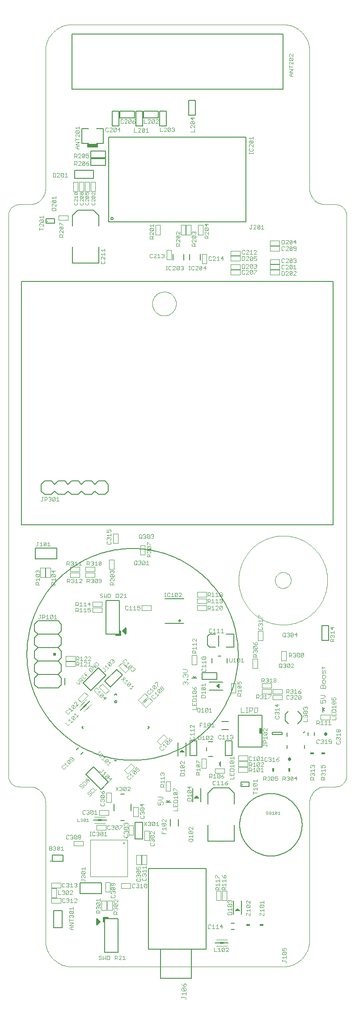
<source format=gto>
G75*
%MOIN*%
%OFA0B0*%
%FSLAX24Y24*%
%IPPOS*%
%LPD*%
%AMOC8*
5,1,8,0,0,1.08239X$1,22.5*
%
%ADD10C,0.0000*%
%ADD11C,0.0080*%
%ADD12C,0.0030*%
%ADD13C,0.0120*%
%ADD14C,0.0050*%
%ADD15C,0.0060*%
%ADD16C,0.0040*%
%ADD17R,0.0200X0.0200*%
%ADD18C,0.0039*%
%ADD19C,0.0220*%
%ADD20R,0.0180X0.0300*%
%ADD21R,0.0300X0.0180*%
%ADD22C,0.0079*%
%ADD23C,0.0118*%
%ADD24C,0.0028*%
%ADD25R,0.0276X0.0118*%
%ADD26R,0.0280X0.0160*%
%ADD27C,0.0020*%
%ADD28R,0.0800X0.0300*%
%ADD29R,0.0197X0.0394*%
D10*
X012441Y018570D02*
X013229Y018570D01*
X013295Y018568D01*
X013361Y018563D01*
X013427Y018553D01*
X013492Y018540D01*
X013556Y018524D01*
X013619Y018504D01*
X013681Y018480D01*
X013741Y018453D01*
X013800Y018423D01*
X013857Y018389D01*
X013912Y018352D01*
X013965Y018312D01*
X014016Y018270D01*
X014064Y018224D01*
X014110Y018176D01*
X014152Y018125D01*
X014192Y018072D01*
X014229Y018017D01*
X014263Y017960D01*
X014293Y017901D01*
X014320Y017841D01*
X014344Y017779D01*
X014364Y017716D01*
X014380Y017652D01*
X014393Y017587D01*
X014403Y017521D01*
X014408Y017455D01*
X014410Y017389D01*
X014410Y007153D01*
X014409Y007153D02*
X014411Y007067D01*
X014416Y006981D01*
X014426Y006896D01*
X014439Y006811D01*
X014456Y006727D01*
X014476Y006643D01*
X014500Y006561D01*
X014528Y006480D01*
X014559Y006399D01*
X014593Y006321D01*
X014631Y006244D01*
X014673Y006169D01*
X014717Y006095D01*
X014765Y006024D01*
X014816Y005954D01*
X014870Y005887D01*
X014926Y005823D01*
X014986Y005761D01*
X015048Y005701D01*
X015112Y005645D01*
X015179Y005591D01*
X015249Y005540D01*
X015320Y005492D01*
X015393Y005448D01*
X015469Y005406D01*
X015546Y005368D01*
X015624Y005334D01*
X015705Y005303D01*
X015786Y005275D01*
X015868Y005251D01*
X015952Y005231D01*
X016036Y005214D01*
X016121Y005201D01*
X016206Y005191D01*
X016292Y005186D01*
X016378Y005184D01*
X016378Y005185D02*
X032126Y005185D01*
X032126Y005184D02*
X032212Y005186D01*
X032298Y005191D01*
X032383Y005201D01*
X032468Y005214D01*
X032552Y005231D01*
X032636Y005251D01*
X032718Y005275D01*
X032799Y005303D01*
X032880Y005334D01*
X032958Y005368D01*
X033035Y005406D01*
X033111Y005448D01*
X033184Y005492D01*
X033255Y005540D01*
X033325Y005591D01*
X033392Y005645D01*
X033456Y005701D01*
X033518Y005761D01*
X033578Y005823D01*
X033634Y005887D01*
X033688Y005954D01*
X033739Y006024D01*
X033787Y006095D01*
X033831Y006168D01*
X033873Y006244D01*
X033911Y006321D01*
X033945Y006399D01*
X033976Y006480D01*
X034004Y006561D01*
X034028Y006643D01*
X034048Y006727D01*
X034065Y006811D01*
X034078Y006896D01*
X034088Y006981D01*
X034093Y007067D01*
X034095Y007153D01*
X034095Y017389D01*
X034097Y017455D01*
X034102Y017521D01*
X034112Y017587D01*
X034125Y017652D01*
X034141Y017716D01*
X034161Y017779D01*
X034185Y017841D01*
X034212Y017901D01*
X034242Y017960D01*
X034276Y018017D01*
X034313Y018072D01*
X034353Y018125D01*
X034395Y018176D01*
X034441Y018224D01*
X034489Y018270D01*
X034540Y018312D01*
X034593Y018352D01*
X034648Y018389D01*
X034705Y018423D01*
X034764Y018453D01*
X034824Y018480D01*
X034886Y018504D01*
X034949Y018524D01*
X035013Y018540D01*
X035078Y018553D01*
X035144Y018563D01*
X035210Y018568D01*
X035276Y018570D01*
X036063Y018570D01*
X036063Y018571D02*
X036117Y018573D01*
X036170Y018578D01*
X036223Y018587D01*
X036275Y018600D01*
X036327Y018616D01*
X036377Y018636D01*
X036425Y018659D01*
X036472Y018686D01*
X036517Y018715D01*
X036560Y018748D01*
X036600Y018783D01*
X036638Y018821D01*
X036673Y018861D01*
X036706Y018904D01*
X036735Y018949D01*
X036762Y018996D01*
X036785Y019044D01*
X036805Y019094D01*
X036821Y019146D01*
X036834Y019198D01*
X036843Y019251D01*
X036848Y019304D01*
X036850Y019358D01*
X036851Y019358D02*
X036851Y061090D01*
X036850Y061090D02*
X036848Y061144D01*
X036843Y061197D01*
X036834Y061250D01*
X036821Y061302D01*
X036805Y061354D01*
X036785Y061404D01*
X036762Y061452D01*
X036735Y061499D01*
X036706Y061544D01*
X036673Y061587D01*
X036638Y061627D01*
X036600Y061665D01*
X036560Y061700D01*
X036517Y061733D01*
X036472Y061762D01*
X036425Y061789D01*
X036377Y061812D01*
X036327Y061832D01*
X036275Y061848D01*
X036223Y061861D01*
X036170Y061870D01*
X036117Y061875D01*
X036063Y061877D01*
X036063Y061878D02*
X035276Y061878D01*
X035210Y061880D01*
X035144Y061885D01*
X035078Y061895D01*
X035013Y061908D01*
X034949Y061924D01*
X034886Y061944D01*
X034824Y061968D01*
X034764Y061995D01*
X034705Y062025D01*
X034648Y062059D01*
X034593Y062096D01*
X034540Y062136D01*
X034489Y062178D01*
X034441Y062224D01*
X034395Y062272D01*
X034353Y062323D01*
X034313Y062376D01*
X034276Y062431D01*
X034242Y062488D01*
X034212Y062547D01*
X034185Y062607D01*
X034161Y062669D01*
X034141Y062732D01*
X034125Y062796D01*
X034112Y062861D01*
X034102Y062927D01*
X034097Y062993D01*
X034095Y063059D01*
X034095Y073295D01*
X034093Y073381D01*
X034088Y073467D01*
X034078Y073552D01*
X034065Y073637D01*
X034048Y073721D01*
X034028Y073805D01*
X034004Y073887D01*
X033976Y073968D01*
X033945Y074049D01*
X033911Y074127D01*
X033873Y074204D01*
X033831Y074280D01*
X033787Y074353D01*
X033739Y074424D01*
X033688Y074494D01*
X033634Y074561D01*
X033578Y074625D01*
X033518Y074687D01*
X033456Y074747D01*
X033392Y074803D01*
X033325Y074857D01*
X033255Y074908D01*
X033184Y074956D01*
X033111Y075000D01*
X033035Y075042D01*
X032958Y075080D01*
X032880Y075114D01*
X032799Y075145D01*
X032718Y075173D01*
X032636Y075197D01*
X032552Y075217D01*
X032468Y075234D01*
X032383Y075247D01*
X032298Y075257D01*
X032212Y075262D01*
X032126Y075264D01*
X032126Y075263D02*
X016378Y075263D01*
X016378Y075264D02*
X016292Y075262D01*
X016206Y075257D01*
X016121Y075247D01*
X016036Y075234D01*
X015952Y075217D01*
X015868Y075197D01*
X015786Y075173D01*
X015705Y075145D01*
X015624Y075114D01*
X015546Y075080D01*
X015469Y075042D01*
X015394Y075000D01*
X015320Y074956D01*
X015249Y074908D01*
X015179Y074857D01*
X015112Y074803D01*
X015048Y074747D01*
X014986Y074687D01*
X014926Y074625D01*
X014870Y074561D01*
X014816Y074494D01*
X014765Y074424D01*
X014717Y074353D01*
X014673Y074280D01*
X014631Y074204D01*
X014593Y074127D01*
X014559Y074049D01*
X014528Y073968D01*
X014500Y073887D01*
X014476Y073805D01*
X014456Y073721D01*
X014439Y073637D01*
X014426Y073552D01*
X014416Y073467D01*
X014411Y073381D01*
X014409Y073295D01*
X014410Y073295D02*
X014410Y063059D01*
X014408Y062993D01*
X014403Y062927D01*
X014393Y062861D01*
X014380Y062796D01*
X014364Y062732D01*
X014344Y062669D01*
X014320Y062607D01*
X014293Y062547D01*
X014263Y062488D01*
X014229Y062431D01*
X014192Y062376D01*
X014152Y062323D01*
X014110Y062272D01*
X014064Y062224D01*
X014016Y062178D01*
X013965Y062136D01*
X013912Y062096D01*
X013857Y062059D01*
X013800Y062025D01*
X013741Y061995D01*
X013681Y061968D01*
X013619Y061944D01*
X013556Y061924D01*
X013492Y061908D01*
X013427Y061895D01*
X013361Y061885D01*
X013295Y061880D01*
X013229Y061878D01*
X012441Y061878D01*
X012441Y061877D02*
X012387Y061875D01*
X012334Y061870D01*
X012281Y061861D01*
X012229Y061848D01*
X012177Y061832D01*
X012127Y061812D01*
X012079Y061789D01*
X012032Y061762D01*
X011987Y061733D01*
X011944Y061700D01*
X011904Y061665D01*
X011866Y061627D01*
X011831Y061587D01*
X011798Y061544D01*
X011769Y061499D01*
X011742Y061452D01*
X011719Y061404D01*
X011699Y061354D01*
X011683Y061302D01*
X011670Y061250D01*
X011661Y061197D01*
X011656Y061144D01*
X011654Y061090D01*
X011654Y019358D01*
X011656Y019304D01*
X011661Y019251D01*
X011670Y019198D01*
X011683Y019146D01*
X011699Y019094D01*
X011719Y019044D01*
X011742Y018996D01*
X011769Y018949D01*
X011798Y018904D01*
X011831Y018861D01*
X011866Y018821D01*
X011904Y018783D01*
X011944Y018748D01*
X011987Y018715D01*
X012032Y018686D01*
X012079Y018659D01*
X012127Y018636D01*
X012177Y018616D01*
X012229Y018600D01*
X012281Y018587D01*
X012334Y018578D01*
X012387Y018573D01*
X012441Y018571D01*
X031535Y033925D02*
X031537Y033973D01*
X031543Y034021D01*
X031553Y034068D01*
X031566Y034114D01*
X031584Y034159D01*
X031604Y034203D01*
X031629Y034245D01*
X031657Y034284D01*
X031687Y034321D01*
X031721Y034355D01*
X031758Y034387D01*
X031796Y034416D01*
X031837Y034441D01*
X031880Y034463D01*
X031925Y034481D01*
X031971Y034495D01*
X032018Y034506D01*
X032066Y034513D01*
X032114Y034516D01*
X032162Y034515D01*
X032210Y034510D01*
X032258Y034501D01*
X032304Y034489D01*
X032349Y034472D01*
X032393Y034452D01*
X032435Y034429D01*
X032475Y034402D01*
X032513Y034372D01*
X032548Y034339D01*
X032580Y034303D01*
X032610Y034265D01*
X032636Y034224D01*
X032658Y034181D01*
X032678Y034137D01*
X032693Y034092D01*
X032705Y034045D01*
X032713Y033997D01*
X032717Y033949D01*
X032717Y033901D01*
X032713Y033853D01*
X032705Y033805D01*
X032693Y033758D01*
X032678Y033713D01*
X032658Y033669D01*
X032636Y033626D01*
X032610Y033585D01*
X032580Y033547D01*
X032548Y033511D01*
X032513Y033478D01*
X032475Y033448D01*
X032435Y033421D01*
X032393Y033398D01*
X032349Y033378D01*
X032304Y033361D01*
X032258Y033349D01*
X032210Y033340D01*
X032162Y033335D01*
X032114Y033334D01*
X032066Y033337D01*
X032018Y033344D01*
X031971Y033355D01*
X031925Y033369D01*
X031880Y033387D01*
X031837Y033409D01*
X031796Y033434D01*
X031758Y033463D01*
X031721Y033495D01*
X031687Y033529D01*
X031657Y033566D01*
X031629Y033605D01*
X031604Y033647D01*
X031584Y033691D01*
X031566Y033736D01*
X031553Y033782D01*
X031543Y033829D01*
X031537Y033877D01*
X031535Y033925D01*
X022382Y054496D02*
X022384Y054555D01*
X022390Y054614D01*
X022400Y054672D01*
X022413Y054730D01*
X022431Y054787D01*
X022452Y054842D01*
X022477Y054896D01*
X022506Y054948D01*
X022538Y054997D01*
X022573Y055045D01*
X022611Y055090D01*
X022652Y055133D01*
X022696Y055173D01*
X022742Y055209D01*
X022791Y055243D01*
X022842Y055273D01*
X022895Y055300D01*
X022950Y055323D01*
X023005Y055342D01*
X023063Y055358D01*
X023121Y055370D01*
X023179Y055378D01*
X023238Y055382D01*
X023298Y055382D01*
X023357Y055378D01*
X023415Y055370D01*
X023473Y055358D01*
X023531Y055342D01*
X023586Y055323D01*
X023641Y055300D01*
X023694Y055273D01*
X023745Y055243D01*
X023794Y055209D01*
X023840Y055173D01*
X023884Y055133D01*
X023925Y055090D01*
X023963Y055045D01*
X023998Y054997D01*
X024030Y054948D01*
X024059Y054896D01*
X024084Y054842D01*
X024105Y054787D01*
X024123Y054730D01*
X024136Y054672D01*
X024146Y054614D01*
X024152Y054555D01*
X024154Y054496D01*
X024152Y054437D01*
X024146Y054378D01*
X024136Y054320D01*
X024123Y054262D01*
X024105Y054205D01*
X024084Y054150D01*
X024059Y054096D01*
X024030Y054044D01*
X023998Y053995D01*
X023963Y053947D01*
X023925Y053902D01*
X023884Y053859D01*
X023840Y053819D01*
X023794Y053783D01*
X023745Y053749D01*
X023694Y053719D01*
X023641Y053692D01*
X023586Y053669D01*
X023531Y053650D01*
X023473Y053634D01*
X023415Y053622D01*
X023357Y053614D01*
X023298Y053610D01*
X023238Y053610D01*
X023179Y053614D01*
X023121Y053622D01*
X023063Y053634D01*
X023005Y053650D01*
X022950Y053669D01*
X022895Y053692D01*
X022842Y053719D01*
X022791Y053749D01*
X022742Y053783D01*
X022696Y053819D01*
X022652Y053859D01*
X022611Y053902D01*
X022573Y053947D01*
X022538Y053995D01*
X022506Y054044D01*
X022477Y054096D01*
X022452Y054150D01*
X022431Y054205D01*
X022413Y054262D01*
X022400Y054320D01*
X022390Y054378D01*
X022384Y054437D01*
X022382Y054496D01*
D11*
X018386Y057527D02*
X018386Y058708D01*
X018386Y057527D02*
X016418Y057527D01*
X016418Y058708D01*
X016418Y060283D02*
X016418Y061070D01*
X016811Y061464D01*
X017992Y061464D01*
X018386Y061070D01*
X018386Y060283D01*
X012638Y056169D02*
X012638Y038059D01*
X035866Y038059D01*
X035866Y056169D01*
X012638Y056169D01*
X014357Y041315D02*
X014107Y041065D01*
X014107Y040565D01*
X014357Y040315D01*
X014857Y040315D01*
X015107Y040565D01*
X015357Y040315D01*
X015857Y040315D01*
X016107Y040565D01*
X016357Y040315D01*
X016857Y040315D01*
X017107Y040565D01*
X017357Y040315D01*
X017857Y040315D01*
X018107Y040565D01*
X018357Y040315D01*
X018857Y040315D01*
X019107Y040565D01*
X019107Y041065D01*
X018857Y041315D01*
X018357Y041315D01*
X018107Y041065D01*
X017857Y041315D01*
X017357Y041315D01*
X017107Y041065D01*
X016857Y041315D01*
X016357Y041315D01*
X016107Y041065D01*
X015857Y041315D01*
X015357Y041315D01*
X015107Y041065D01*
X014857Y041315D01*
X014357Y041315D01*
X013032Y028413D02*
X013034Y028606D01*
X013041Y028799D01*
X013053Y028992D01*
X013070Y029185D01*
X013091Y029377D01*
X013117Y029568D01*
X013148Y029759D01*
X013183Y029949D01*
X013223Y030138D01*
X013268Y030326D01*
X013317Y030513D01*
X013371Y030699D01*
X013429Y030883D01*
X013492Y031066D01*
X013560Y031247D01*
X013631Y031426D01*
X013708Y031604D01*
X013788Y031780D01*
X013873Y031953D01*
X013962Y032125D01*
X014055Y032294D01*
X014152Y032461D01*
X014254Y032626D01*
X014359Y032788D01*
X014468Y032947D01*
X014582Y033104D01*
X014699Y033257D01*
X014819Y033408D01*
X014944Y033556D01*
X015072Y033701D01*
X015203Y033842D01*
X015338Y033981D01*
X015477Y034116D01*
X015618Y034247D01*
X015763Y034375D01*
X015911Y034500D01*
X016062Y034620D01*
X016215Y034737D01*
X016372Y034851D01*
X016531Y034960D01*
X016693Y035065D01*
X016858Y035167D01*
X017025Y035264D01*
X017194Y035357D01*
X017366Y035446D01*
X017539Y035531D01*
X017715Y035611D01*
X017893Y035688D01*
X018072Y035759D01*
X018253Y035827D01*
X018436Y035890D01*
X018620Y035948D01*
X018806Y036002D01*
X018993Y036051D01*
X019181Y036096D01*
X019370Y036136D01*
X019560Y036171D01*
X019751Y036202D01*
X019942Y036228D01*
X020134Y036249D01*
X020327Y036266D01*
X020520Y036278D01*
X020713Y036285D01*
X020906Y036287D01*
X021099Y036285D01*
X021292Y036278D01*
X021485Y036266D01*
X021678Y036249D01*
X021870Y036228D01*
X022061Y036202D01*
X022252Y036171D01*
X022442Y036136D01*
X022631Y036096D01*
X022819Y036051D01*
X023006Y036002D01*
X023192Y035948D01*
X023376Y035890D01*
X023559Y035827D01*
X023740Y035759D01*
X023919Y035688D01*
X024097Y035611D01*
X024273Y035531D01*
X024446Y035446D01*
X024618Y035357D01*
X024787Y035264D01*
X024954Y035167D01*
X025119Y035065D01*
X025281Y034960D01*
X025440Y034851D01*
X025597Y034737D01*
X025750Y034620D01*
X025901Y034500D01*
X026049Y034375D01*
X026194Y034247D01*
X026335Y034116D01*
X026474Y033981D01*
X026609Y033842D01*
X026740Y033701D01*
X026868Y033556D01*
X026993Y033408D01*
X027113Y033257D01*
X027230Y033104D01*
X027344Y032947D01*
X027453Y032788D01*
X027558Y032626D01*
X027660Y032461D01*
X027757Y032294D01*
X027850Y032125D01*
X027939Y031953D01*
X028024Y031780D01*
X028104Y031604D01*
X028181Y031426D01*
X028252Y031247D01*
X028320Y031066D01*
X028383Y030883D01*
X028441Y030699D01*
X028495Y030513D01*
X028544Y030326D01*
X028589Y030138D01*
X028629Y029949D01*
X028664Y029759D01*
X028695Y029568D01*
X028721Y029377D01*
X028742Y029185D01*
X028759Y028992D01*
X028771Y028799D01*
X028778Y028606D01*
X028780Y028413D01*
X028778Y028220D01*
X028771Y028027D01*
X028759Y027834D01*
X028742Y027641D01*
X028721Y027449D01*
X028695Y027258D01*
X028664Y027067D01*
X028629Y026877D01*
X028589Y026688D01*
X028544Y026500D01*
X028495Y026313D01*
X028441Y026127D01*
X028383Y025943D01*
X028320Y025760D01*
X028252Y025579D01*
X028181Y025400D01*
X028104Y025222D01*
X028024Y025046D01*
X027939Y024873D01*
X027850Y024701D01*
X027757Y024532D01*
X027660Y024365D01*
X027558Y024200D01*
X027453Y024038D01*
X027344Y023879D01*
X027230Y023722D01*
X027113Y023569D01*
X026993Y023418D01*
X026868Y023270D01*
X026740Y023125D01*
X026609Y022984D01*
X026474Y022845D01*
X026335Y022710D01*
X026194Y022579D01*
X026049Y022451D01*
X025901Y022326D01*
X025750Y022206D01*
X025597Y022089D01*
X025440Y021975D01*
X025281Y021866D01*
X025119Y021761D01*
X024954Y021659D01*
X024787Y021562D01*
X024618Y021469D01*
X024446Y021380D01*
X024273Y021295D01*
X024097Y021215D01*
X023919Y021138D01*
X023740Y021067D01*
X023559Y020999D01*
X023376Y020936D01*
X023192Y020878D01*
X023006Y020824D01*
X022819Y020775D01*
X022631Y020730D01*
X022442Y020690D01*
X022252Y020655D01*
X022061Y020624D01*
X021870Y020598D01*
X021678Y020577D01*
X021485Y020560D01*
X021292Y020548D01*
X021099Y020541D01*
X020906Y020539D01*
X020713Y020541D01*
X020520Y020548D01*
X020327Y020560D01*
X020134Y020577D01*
X019942Y020598D01*
X019751Y020624D01*
X019560Y020655D01*
X019370Y020690D01*
X019181Y020730D01*
X018993Y020775D01*
X018806Y020824D01*
X018620Y020878D01*
X018436Y020936D01*
X018253Y020999D01*
X018072Y021067D01*
X017893Y021138D01*
X017715Y021215D01*
X017539Y021295D01*
X017366Y021380D01*
X017194Y021469D01*
X017025Y021562D01*
X016858Y021659D01*
X016693Y021761D01*
X016531Y021866D01*
X016372Y021975D01*
X016215Y022089D01*
X016062Y022206D01*
X015911Y022326D01*
X015763Y022451D01*
X015618Y022579D01*
X015477Y022710D01*
X015338Y022845D01*
X015203Y022984D01*
X015072Y023125D01*
X014944Y023270D01*
X014819Y023418D01*
X014699Y023569D01*
X014582Y023722D01*
X014468Y023879D01*
X014359Y024038D01*
X014254Y024200D01*
X014152Y024365D01*
X014055Y024532D01*
X013962Y024701D01*
X013873Y024873D01*
X013788Y025046D01*
X013708Y025222D01*
X013631Y025400D01*
X013560Y025579D01*
X013492Y025760D01*
X013429Y025943D01*
X013371Y026127D01*
X013317Y026313D01*
X013268Y026500D01*
X013223Y026688D01*
X013183Y026877D01*
X013148Y027067D01*
X013117Y027258D01*
X013091Y027449D01*
X013070Y027641D01*
X013053Y027834D01*
X013041Y028027D01*
X013034Y028220D01*
X013032Y028413D01*
X015857Y026663D02*
X015857Y026163D01*
X017224Y023063D02*
X017140Y022980D01*
X017224Y022896D01*
X019569Y024899D02*
X019571Y024917D01*
X019577Y024933D01*
X019586Y024948D01*
X019599Y024961D01*
X019614Y024970D01*
X019630Y024976D01*
X019648Y024978D01*
X019666Y024976D01*
X019682Y024970D01*
X019697Y024961D01*
X019710Y024948D01*
X019719Y024933D01*
X019725Y024917D01*
X019727Y024899D01*
X019725Y024881D01*
X019719Y024865D01*
X019710Y024850D01*
X019697Y024837D01*
X019682Y024828D01*
X019666Y024822D01*
X019648Y024820D01*
X019630Y024822D01*
X019614Y024828D01*
X019599Y024837D01*
X019586Y024850D01*
X019577Y024865D01*
X019571Y024881D01*
X019569Y024899D01*
X019562Y025402D02*
X019646Y025485D01*
X019729Y025402D01*
X022068Y023063D02*
X022151Y022980D01*
X022068Y022896D01*
X019729Y020558D02*
X019646Y020474D01*
X019562Y020558D01*
X020040Y018019D02*
X020276Y018019D01*
X020788Y017271D02*
X020788Y016799D01*
X020276Y016051D02*
X020040Y016051D01*
X019528Y016799D02*
X019528Y017271D01*
X023382Y017421D02*
X023563Y017421D01*
X023471Y017543D01*
X023563Y017421D02*
X023744Y017421D01*
X023649Y017543D02*
X023573Y017427D01*
X023716Y016143D02*
X023716Y015643D01*
X024316Y015643D02*
X024316Y016143D01*
X026516Y015716D02*
X026516Y014535D01*
X028485Y014535D01*
X028485Y015716D01*
X028485Y017291D02*
X028485Y018078D01*
X028091Y018472D01*
X026910Y018472D01*
X026516Y018078D01*
X026516Y017291D01*
X027469Y020082D02*
X027469Y020263D01*
X027347Y020171D01*
X027469Y020263D02*
X027469Y020444D01*
X027347Y020349D02*
X027463Y020273D01*
X026902Y020806D02*
X026563Y020806D01*
X026413Y021260D02*
X026413Y021471D01*
X026563Y021926D02*
X026902Y021926D01*
X027546Y022837D02*
X028046Y022837D01*
X028046Y023437D02*
X027546Y023437D01*
X025693Y026653D02*
X025512Y026653D01*
X025420Y026775D01*
X025331Y026653D02*
X025512Y026653D01*
X025522Y026659D02*
X025598Y026775D01*
X026826Y027795D02*
X026826Y028133D01*
X027280Y028283D02*
X027492Y028283D01*
X027946Y028133D02*
X027946Y027795D01*
X027874Y028964D02*
X028465Y028964D01*
X028465Y029909D01*
X027874Y029909D01*
X027087Y029909D02*
X026654Y029909D01*
X026496Y029752D01*
X026496Y029122D01*
X026654Y028964D01*
X027087Y028964D01*
X024361Y030923D02*
X024363Y030938D01*
X024369Y030951D01*
X024378Y030963D01*
X024389Y030972D01*
X024403Y030978D01*
X024418Y030980D01*
X024433Y030978D01*
X024446Y030972D01*
X024458Y030963D01*
X024467Y030952D01*
X024473Y030938D01*
X024475Y030923D01*
X024473Y030908D01*
X024467Y030895D01*
X024458Y030883D01*
X024447Y030874D01*
X024433Y030868D01*
X024418Y030866D01*
X024403Y030868D01*
X024390Y030874D01*
X024378Y030883D01*
X024369Y030894D01*
X024363Y030908D01*
X024361Y030923D01*
X031333Y022627D02*
X032053Y022627D01*
X032053Y022467D01*
X031333Y022467D01*
X031333Y022627D01*
X032284Y023492D02*
X032284Y023964D01*
X032520Y024200D01*
X033229Y024200D02*
X033415Y023995D01*
X033416Y023995D02*
X033441Y023965D01*
X033463Y023933D01*
X033481Y023898D01*
X033496Y023862D01*
X033508Y023825D01*
X033516Y023787D01*
X033520Y023748D01*
X033520Y023708D01*
X033516Y023669D01*
X033508Y023631D01*
X033496Y023594D01*
X033481Y023558D01*
X033463Y023523D01*
X033441Y023491D01*
X033416Y023461D01*
X033415Y023461D02*
X033229Y023256D01*
X032520Y023256D02*
X032284Y023492D01*
X032421Y022576D02*
X032421Y022316D01*
X032421Y021666D02*
X032421Y021406D01*
X033721Y021406D02*
X033721Y021666D01*
X033662Y022586D02*
X033760Y022685D01*
X035091Y024137D02*
X035091Y024319D01*
X035213Y024411D01*
X035091Y024500D02*
X035091Y024319D01*
X035097Y024309D02*
X035213Y024233D01*
X028898Y015736D02*
X028900Y015832D01*
X028906Y015928D01*
X028916Y016023D01*
X028930Y016118D01*
X028947Y016213D01*
X028969Y016306D01*
X028995Y016399D01*
X029024Y016490D01*
X029057Y016580D01*
X029094Y016669D01*
X029134Y016756D01*
X029178Y016842D01*
X029225Y016925D01*
X029276Y017007D01*
X029330Y017086D01*
X029388Y017163D01*
X029448Y017237D01*
X029512Y017309D01*
X029578Y017379D01*
X029648Y017445D01*
X029720Y017509D01*
X029794Y017569D01*
X029871Y017627D01*
X029950Y017681D01*
X030032Y017732D01*
X030115Y017779D01*
X030201Y017823D01*
X030288Y017863D01*
X030377Y017900D01*
X030467Y017933D01*
X030558Y017962D01*
X030651Y017988D01*
X030744Y018010D01*
X030839Y018027D01*
X030934Y018041D01*
X031029Y018051D01*
X031125Y018057D01*
X031221Y018059D01*
X031317Y018057D01*
X031413Y018051D01*
X031508Y018041D01*
X031603Y018027D01*
X031698Y018010D01*
X031791Y017988D01*
X031884Y017962D01*
X031975Y017933D01*
X032065Y017900D01*
X032154Y017863D01*
X032241Y017823D01*
X032327Y017779D01*
X032410Y017732D01*
X032492Y017681D01*
X032571Y017627D01*
X032648Y017569D01*
X032722Y017509D01*
X032794Y017445D01*
X032864Y017379D01*
X032930Y017309D01*
X032994Y017237D01*
X033054Y017163D01*
X033112Y017086D01*
X033166Y017007D01*
X033217Y016925D01*
X033264Y016842D01*
X033308Y016756D01*
X033348Y016669D01*
X033385Y016580D01*
X033418Y016490D01*
X033447Y016399D01*
X033473Y016306D01*
X033495Y016213D01*
X033512Y016118D01*
X033526Y016023D01*
X033536Y015928D01*
X033542Y015832D01*
X033544Y015736D01*
X033542Y015640D01*
X033536Y015544D01*
X033526Y015449D01*
X033512Y015354D01*
X033495Y015259D01*
X033473Y015166D01*
X033447Y015073D01*
X033418Y014982D01*
X033385Y014892D01*
X033348Y014803D01*
X033308Y014716D01*
X033264Y014630D01*
X033217Y014547D01*
X033166Y014465D01*
X033112Y014386D01*
X033054Y014309D01*
X032994Y014235D01*
X032930Y014163D01*
X032864Y014093D01*
X032794Y014027D01*
X032722Y013963D01*
X032648Y013903D01*
X032571Y013845D01*
X032492Y013791D01*
X032410Y013740D01*
X032327Y013693D01*
X032241Y013649D01*
X032154Y013609D01*
X032065Y013572D01*
X031975Y013539D01*
X031884Y013510D01*
X031791Y013484D01*
X031698Y013462D01*
X031603Y013445D01*
X031508Y013431D01*
X031413Y013421D01*
X031317Y013415D01*
X031221Y013413D01*
X031125Y013415D01*
X031029Y013421D01*
X030934Y013431D01*
X030839Y013445D01*
X030744Y013462D01*
X030651Y013484D01*
X030558Y013510D01*
X030467Y013539D01*
X030377Y013572D01*
X030288Y013609D01*
X030201Y013649D01*
X030115Y013693D01*
X030032Y013740D01*
X029950Y013791D01*
X029871Y013845D01*
X029794Y013903D01*
X029720Y013963D01*
X029648Y014027D01*
X029578Y014093D01*
X029512Y014163D01*
X029448Y014235D01*
X029388Y014309D01*
X029330Y014386D01*
X029276Y014465D01*
X029225Y014547D01*
X029178Y014630D01*
X029134Y014716D01*
X029094Y014803D01*
X029057Y014892D01*
X029024Y014982D01*
X028995Y015073D01*
X028969Y015166D01*
X028947Y015259D01*
X028930Y015354D01*
X028916Y015449D01*
X028906Y015544D01*
X028900Y015640D01*
X028898Y015736D01*
D12*
X029892Y018034D02*
X029892Y018228D01*
X029892Y018131D02*
X030182Y018131D01*
X030182Y018329D02*
X030182Y018522D01*
X030182Y018426D02*
X029892Y018426D01*
X029989Y018329D01*
X029940Y018624D02*
X029892Y018672D01*
X029892Y018769D01*
X029940Y018817D01*
X030134Y018624D01*
X030182Y018672D01*
X030182Y018769D01*
X030134Y018817D01*
X029940Y018817D01*
X029989Y018918D02*
X029892Y019015D01*
X030182Y019015D01*
X030182Y018918D02*
X030182Y019112D01*
X030650Y019140D02*
X030795Y019140D01*
X030843Y019188D01*
X030843Y019285D01*
X030795Y019333D01*
X030650Y019333D01*
X030650Y019043D01*
X030746Y019140D02*
X030843Y019043D01*
X030944Y019091D02*
X030993Y019043D01*
X031089Y019043D01*
X031138Y019091D01*
X031138Y019140D01*
X031089Y019188D01*
X031041Y019188D01*
X031089Y019188D02*
X031138Y019236D01*
X031138Y019285D01*
X031089Y019333D01*
X030993Y019333D01*
X030944Y019285D01*
X031239Y019285D02*
X031287Y019333D01*
X031384Y019333D01*
X031432Y019285D01*
X031239Y019091D01*
X031287Y019043D01*
X031384Y019043D01*
X031432Y019091D01*
X031432Y019285D01*
X031533Y019333D02*
X031533Y019188D01*
X031630Y019236D01*
X031679Y019236D01*
X031727Y019188D01*
X031727Y019091D01*
X031679Y019043D01*
X031582Y019043D01*
X031533Y019091D01*
X031533Y019333D02*
X031727Y019333D01*
X032087Y019333D02*
X032232Y019333D01*
X032280Y019285D01*
X032280Y019188D01*
X032232Y019140D01*
X032087Y019140D01*
X032183Y019140D02*
X032280Y019043D01*
X032381Y019091D02*
X032430Y019043D01*
X032526Y019043D01*
X032575Y019091D01*
X032575Y019140D01*
X032526Y019188D01*
X032478Y019188D01*
X032526Y019188D02*
X032575Y019236D01*
X032575Y019285D01*
X032526Y019333D01*
X032430Y019333D01*
X032381Y019285D01*
X032676Y019285D02*
X032724Y019333D01*
X032821Y019333D01*
X032869Y019285D01*
X032676Y019091D01*
X032724Y019043D01*
X032821Y019043D01*
X032869Y019091D01*
X032869Y019285D01*
X032970Y019188D02*
X033164Y019188D01*
X033116Y019043D02*
X033116Y019333D01*
X032970Y019188D01*
X032676Y019091D02*
X032676Y019285D01*
X032087Y019333D02*
X032087Y019043D01*
X031239Y019091D02*
X031239Y019285D01*
X030660Y019688D02*
X030466Y019688D01*
X030563Y019688D02*
X030563Y019978D01*
X030466Y019881D01*
X030365Y019930D02*
X030171Y019736D01*
X030220Y019688D01*
X030317Y019688D01*
X030365Y019736D01*
X030365Y019930D01*
X030317Y019978D01*
X030220Y019978D01*
X030171Y019930D01*
X030171Y019736D01*
X030070Y019688D02*
X029877Y019688D01*
X029974Y019688D02*
X029974Y019978D01*
X029877Y019881D01*
X029776Y019833D02*
X029727Y019785D01*
X029582Y019785D01*
X029679Y019785D02*
X029776Y019688D01*
X029776Y019833D02*
X029776Y019930D01*
X029727Y019978D01*
X029582Y019978D01*
X029582Y019688D01*
X029485Y019653D02*
X028784Y019653D01*
X028784Y020007D01*
X029485Y020007D01*
X029485Y019653D01*
X029485Y020086D02*
X028784Y020086D01*
X028784Y020441D01*
X029485Y020441D01*
X029485Y020086D01*
X029582Y020082D02*
X029582Y020372D01*
X029727Y020372D01*
X029776Y020323D01*
X029776Y020227D01*
X029727Y020178D01*
X029582Y020178D01*
X029679Y020178D02*
X029776Y020082D01*
X029877Y020082D02*
X030070Y020082D01*
X029974Y020082D02*
X029974Y020372D01*
X029877Y020275D01*
X029877Y020515D02*
X030070Y020515D01*
X029974Y020515D02*
X029974Y020805D01*
X029877Y020708D01*
X029776Y020756D02*
X029727Y020805D01*
X029631Y020805D01*
X029582Y020756D01*
X029582Y020563D01*
X029631Y020515D01*
X029727Y020515D01*
X029776Y020563D01*
X029485Y020519D02*
X028784Y020519D01*
X028784Y020874D01*
X029485Y020874D01*
X029485Y020519D01*
X030171Y020563D02*
X030365Y020756D01*
X030365Y020563D01*
X030317Y020515D01*
X030220Y020515D01*
X030171Y020563D01*
X030171Y020756D01*
X030220Y020805D01*
X030317Y020805D01*
X030365Y020756D01*
X030466Y020708D02*
X030563Y020805D01*
X030563Y020515D01*
X030466Y020515D02*
X030660Y020515D01*
X030742Y020514D02*
X030790Y020465D01*
X030887Y020465D01*
X030935Y020514D01*
X031036Y020514D02*
X031085Y020465D01*
X031182Y020465D01*
X031230Y020514D01*
X031230Y020562D01*
X031182Y020611D01*
X031133Y020611D01*
X031182Y020611D02*
X031230Y020659D01*
X031230Y020707D01*
X031182Y020756D01*
X031085Y020756D01*
X031036Y020707D01*
X030935Y020707D02*
X030887Y020756D01*
X030790Y020756D01*
X030742Y020707D01*
X030742Y020514D01*
X030611Y020372D02*
X030660Y020323D01*
X030660Y020275D01*
X030466Y020082D01*
X030660Y020082D01*
X030611Y020372D02*
X030515Y020372D01*
X030466Y020323D01*
X030365Y020323D02*
X030171Y020130D01*
X030220Y020082D01*
X030317Y020082D01*
X030365Y020130D01*
X030365Y020323D01*
X030317Y020372D01*
X030220Y020372D01*
X030171Y020323D01*
X030171Y020130D01*
X031331Y020465D02*
X031525Y020465D01*
X031428Y020465D02*
X031428Y020756D01*
X031331Y020659D01*
X031626Y020611D02*
X031722Y020707D01*
X031819Y020756D01*
X031771Y020611D02*
X031626Y020611D01*
X031626Y020514D01*
X031674Y020465D01*
X031771Y020465D01*
X031819Y020514D01*
X031819Y020562D01*
X031771Y020611D01*
X030882Y021538D02*
X030930Y021587D01*
X030930Y021635D01*
X030882Y021683D01*
X030640Y021683D01*
X030640Y021635D02*
X030640Y021732D01*
X030640Y021833D02*
X030640Y021978D01*
X030688Y022026D01*
X030785Y022026D01*
X030833Y021978D01*
X030833Y021833D01*
X030930Y021833D02*
X030640Y021833D01*
X030737Y022128D02*
X030640Y022224D01*
X030930Y022224D01*
X030930Y022128D02*
X030930Y022321D01*
X030882Y022422D02*
X030688Y022616D01*
X030882Y022616D01*
X030930Y022567D01*
X030930Y022471D01*
X030882Y022422D01*
X030688Y022422D01*
X030640Y022471D01*
X030640Y022567D01*
X030688Y022616D01*
X030688Y022717D02*
X030640Y022765D01*
X030640Y022862D01*
X030688Y022910D01*
X030737Y022910D01*
X030930Y022717D01*
X030930Y022910D01*
X031577Y023637D02*
X031770Y023637D01*
X031819Y023685D01*
X031819Y023782D01*
X031770Y023830D01*
X031770Y023931D02*
X031819Y023980D01*
X031819Y024076D01*
X031770Y024125D01*
X031722Y024125D01*
X031674Y024076D01*
X031674Y024028D01*
X031674Y024076D02*
X031625Y024125D01*
X031577Y024125D01*
X031528Y024076D01*
X031528Y023980D01*
X031577Y023931D01*
X031577Y023830D02*
X031528Y023782D01*
X031528Y023685D01*
X031577Y023637D01*
X031625Y024226D02*
X031528Y024323D01*
X031819Y024323D01*
X031819Y024419D02*
X031819Y024226D01*
X031674Y024521D02*
X031674Y024714D01*
X031819Y024666D02*
X031528Y024666D01*
X031674Y024521D01*
X031343Y025047D02*
X032044Y025047D01*
X032044Y025401D01*
X031343Y025401D01*
X031343Y025047D01*
X031020Y025116D02*
X031020Y025164D01*
X031213Y025358D01*
X031213Y025406D01*
X031020Y025406D01*
X030822Y025406D02*
X030822Y025116D01*
X030725Y025116D02*
X030919Y025116D01*
X030725Y025309D02*
X030822Y025406D01*
X030624Y025358D02*
X030624Y025309D01*
X030576Y025261D01*
X030624Y025213D01*
X030624Y025164D01*
X030576Y025116D01*
X030479Y025116D01*
X030431Y025164D01*
X030329Y025116D02*
X030233Y025213D01*
X030281Y025213D02*
X030136Y025213D01*
X030136Y025116D02*
X030136Y025406D01*
X030281Y025406D01*
X030329Y025358D01*
X030329Y025261D01*
X030281Y025213D01*
X030431Y025358D02*
X030479Y025406D01*
X030576Y025406D01*
X030624Y025358D01*
X030576Y025261D02*
X030527Y025261D01*
X030555Y025480D02*
X030555Y025834D01*
X031256Y025834D01*
X031256Y025480D01*
X030555Y025480D01*
X030555Y025913D02*
X031256Y025913D01*
X031256Y026267D01*
X030555Y026267D01*
X030555Y025913D01*
X030527Y026341D02*
X030527Y026632D01*
X030672Y026632D01*
X030721Y026583D01*
X030721Y026487D01*
X030672Y026438D01*
X030527Y026438D01*
X030624Y026438D02*
X030721Y026341D01*
X030822Y026390D02*
X030870Y026341D01*
X030967Y026341D01*
X031015Y026390D01*
X031015Y026438D01*
X030967Y026487D01*
X030918Y026487D01*
X030967Y026487D02*
X031015Y026535D01*
X031015Y026583D01*
X030967Y026632D01*
X030870Y026632D01*
X030822Y026583D01*
X031116Y026535D02*
X031213Y026632D01*
X031213Y026341D01*
X031116Y026341D02*
X031310Y026341D01*
X031411Y026390D02*
X031411Y026438D01*
X031459Y026487D01*
X031556Y026487D01*
X031605Y026438D01*
X031605Y026390D01*
X031556Y026341D01*
X031459Y026341D01*
X031411Y026390D01*
X031459Y026487D02*
X031411Y026535D01*
X031411Y026583D01*
X031459Y026632D01*
X031556Y026632D01*
X031605Y026583D01*
X031605Y026535D01*
X031556Y026487D01*
X031343Y025834D02*
X032044Y025834D01*
X032044Y025480D01*
X031343Y025480D01*
X031343Y025834D01*
X032377Y025805D02*
X032377Y025515D01*
X032377Y025611D02*
X032523Y025611D01*
X032571Y025660D01*
X032571Y025756D01*
X032523Y025805D01*
X032377Y025805D01*
X032474Y025611D02*
X032571Y025515D01*
X032672Y025563D02*
X032720Y025515D01*
X032817Y025515D01*
X032866Y025563D01*
X032866Y025611D01*
X032817Y025660D01*
X032769Y025660D01*
X032817Y025660D02*
X032866Y025708D01*
X032866Y025756D01*
X032817Y025805D01*
X032720Y025805D01*
X032672Y025756D01*
X032967Y025708D02*
X033064Y025805D01*
X033064Y025515D01*
X033160Y025515D02*
X032967Y025515D01*
X033015Y025372D02*
X032967Y025323D01*
X033015Y025372D02*
X033112Y025372D01*
X033160Y025323D01*
X033160Y025275D01*
X032967Y025082D01*
X033160Y025082D01*
X033261Y025130D02*
X033455Y025323D01*
X033455Y025130D01*
X033407Y025082D01*
X033310Y025082D01*
X033261Y025130D01*
X033261Y025323D01*
X033310Y025372D01*
X033407Y025372D01*
X033455Y025323D01*
X033407Y025515D02*
X033455Y025563D01*
X033455Y025611D01*
X033407Y025660D01*
X033261Y025660D01*
X033261Y025563D01*
X033310Y025515D01*
X033407Y025515D01*
X033261Y025660D02*
X033358Y025756D01*
X033455Y025805D01*
X032866Y025323D02*
X032866Y025275D01*
X032817Y025227D01*
X032866Y025178D01*
X032866Y025130D01*
X032817Y025082D01*
X032720Y025082D01*
X032672Y025130D01*
X032571Y025130D02*
X032523Y025082D01*
X032426Y025082D01*
X032377Y025130D01*
X032377Y025323D01*
X032426Y025372D01*
X032523Y025372D01*
X032571Y025323D01*
X032672Y025323D02*
X032720Y025372D01*
X032817Y025372D01*
X032866Y025323D01*
X032817Y025227D02*
X032769Y025227D01*
X033632Y024457D02*
X033680Y024505D01*
X033729Y024505D01*
X033777Y024457D01*
X033826Y024505D01*
X033874Y024505D01*
X033922Y024457D01*
X033922Y024360D01*
X033874Y024312D01*
X033874Y024211D02*
X033922Y024162D01*
X033922Y024066D01*
X033874Y024017D01*
X033680Y024211D01*
X033874Y024211D01*
X033680Y024211D02*
X033632Y024162D01*
X033632Y024066D01*
X033680Y024017D01*
X033874Y024017D01*
X033874Y023916D02*
X033922Y023868D01*
X033922Y023771D01*
X033874Y023723D01*
X033922Y023621D02*
X033922Y023428D01*
X033632Y023428D01*
X033680Y023723D02*
X033632Y023771D01*
X033632Y023868D01*
X033680Y023916D01*
X033729Y023916D01*
X033777Y023868D01*
X033826Y023916D01*
X033874Y023916D01*
X033777Y023868D02*
X033777Y023819D01*
X033680Y024312D02*
X033632Y024360D01*
X033632Y024457D01*
X033777Y024457D02*
X033777Y024409D01*
X034622Y023482D02*
X034767Y023482D01*
X034815Y023434D01*
X034815Y023337D01*
X034767Y023289D01*
X034622Y023289D01*
X034718Y023289D02*
X034815Y023192D01*
X034916Y023192D02*
X035110Y023192D01*
X035013Y023192D02*
X035013Y023482D01*
X034916Y023385D01*
X034925Y023551D02*
X035626Y023551D01*
X035626Y023905D01*
X034925Y023905D01*
X034925Y023551D01*
X034622Y023482D02*
X034622Y023192D01*
X035211Y023192D02*
X035404Y023192D01*
X035308Y023192D02*
X035308Y023482D01*
X035211Y023385D01*
X035506Y023385D02*
X035602Y023482D01*
X035602Y023192D01*
X035506Y023192D02*
X035699Y023192D01*
X035762Y023546D02*
X036053Y023546D01*
X036053Y023739D01*
X036053Y023840D02*
X036053Y024034D01*
X036053Y024135D02*
X035762Y024135D01*
X035762Y024280D01*
X035811Y024328D01*
X036004Y024328D01*
X036053Y024280D01*
X036053Y024135D01*
X035908Y023937D02*
X035908Y023840D01*
X036053Y023840D02*
X035762Y023840D01*
X035762Y024034D01*
X035859Y024429D02*
X035762Y024526D01*
X036053Y024526D01*
X036053Y024429D02*
X036053Y024623D01*
X036004Y024724D02*
X036053Y024772D01*
X036053Y024869D01*
X036004Y024918D01*
X035811Y024918D01*
X036004Y024724D01*
X035811Y024724D01*
X035762Y024772D01*
X035762Y024869D01*
X035811Y024918D01*
X035762Y025019D02*
X035908Y025019D01*
X035859Y025116D01*
X035859Y025164D01*
X035908Y025212D01*
X036004Y025212D01*
X036053Y025164D01*
X036053Y025067D01*
X036004Y025019D01*
X035762Y025019D02*
X035762Y025212D01*
X035290Y025278D02*
X035167Y025401D01*
X034920Y025401D01*
X034920Y025155D02*
X035167Y025155D01*
X035290Y025278D01*
X035229Y025033D02*
X035290Y024971D01*
X035290Y024848D01*
X035229Y024786D01*
X035105Y024786D02*
X035044Y024910D01*
X035044Y024971D01*
X035105Y025033D01*
X035229Y025033D01*
X035105Y024786D02*
X034920Y024786D01*
X034920Y025033D01*
X034920Y025891D02*
X034920Y026076D01*
X034982Y026138D01*
X035044Y026138D01*
X035105Y026076D01*
X035105Y025891D01*
X035290Y025891D02*
X034920Y025891D01*
X035105Y026076D02*
X035167Y026138D01*
X035229Y026138D01*
X035290Y026076D01*
X035290Y025891D01*
X035229Y026260D02*
X035290Y026321D01*
X035290Y026445D01*
X035229Y026506D01*
X035105Y026506D01*
X035044Y026445D01*
X035044Y026321D01*
X035105Y026260D01*
X035229Y026260D01*
X035229Y026628D02*
X035290Y026690D01*
X035290Y026813D01*
X035229Y026875D01*
X035105Y026875D01*
X035044Y026813D01*
X035044Y026690D01*
X035105Y026628D01*
X035229Y026628D01*
X035290Y026996D02*
X035290Y027181D01*
X035229Y027243D01*
X035167Y027181D01*
X035167Y027058D01*
X035105Y026996D01*
X035044Y027058D01*
X035044Y027243D01*
X035044Y027364D02*
X035044Y027488D01*
X034982Y027426D02*
X035229Y027426D01*
X035290Y027488D01*
X033652Y028280D02*
X033603Y028231D01*
X033507Y028231D01*
X033458Y028280D01*
X033458Y028328D01*
X033507Y028376D01*
X033603Y028376D01*
X033652Y028328D01*
X033652Y028280D01*
X033603Y028376D02*
X033652Y028425D01*
X033652Y028473D01*
X033603Y028521D01*
X033507Y028521D01*
X033458Y028473D01*
X033458Y028425D01*
X033507Y028376D01*
X033357Y028473D02*
X033357Y028280D01*
X033309Y028231D01*
X033212Y028231D01*
X033164Y028280D01*
X033357Y028473D01*
X033309Y028521D01*
X033212Y028521D01*
X033164Y028473D01*
X033164Y028280D01*
X033062Y028280D02*
X033014Y028231D01*
X032917Y028231D01*
X032869Y028280D01*
X032768Y028231D02*
X032671Y028328D01*
X032719Y028328D02*
X032574Y028328D01*
X032574Y028231D02*
X032574Y028521D01*
X032719Y028521D01*
X032768Y028473D01*
X032768Y028376D01*
X032719Y028328D01*
X032869Y028473D02*
X032917Y028521D01*
X033014Y028521D01*
X033062Y028473D01*
X033062Y028425D01*
X033014Y028376D01*
X033062Y028328D01*
X033062Y028280D01*
X033014Y028376D02*
X032966Y028376D01*
X032855Y027734D02*
X032759Y027734D01*
X032710Y027686D01*
X032609Y027686D02*
X032416Y027492D01*
X032464Y027444D01*
X032561Y027444D01*
X032609Y027492D01*
X032609Y027686D01*
X032561Y027734D01*
X032464Y027734D01*
X032416Y027686D01*
X032416Y027492D01*
X032314Y027492D02*
X032314Y027540D01*
X032266Y027589D01*
X032218Y027589D01*
X032266Y027589D02*
X032314Y027637D01*
X032314Y027686D01*
X032266Y027734D01*
X032169Y027734D01*
X032121Y027686D01*
X032020Y027686D02*
X032020Y027492D01*
X031971Y027444D01*
X031875Y027444D01*
X031826Y027492D01*
X031826Y027686D01*
X031875Y027734D01*
X031971Y027734D01*
X032020Y027686D01*
X031923Y027540D02*
X032020Y027444D01*
X032121Y027492D02*
X032169Y027444D01*
X032266Y027444D01*
X032314Y027492D01*
X032710Y027444D02*
X032904Y027637D01*
X032904Y027686D01*
X032855Y027734D01*
X032904Y027444D02*
X032710Y027444D01*
X032343Y027944D02*
X032343Y028645D01*
X031988Y028645D01*
X031988Y027944D01*
X032343Y027944D01*
X032295Y029727D02*
X032199Y029824D01*
X032295Y029776D02*
X032247Y029727D01*
X032150Y029727D01*
X032102Y029776D01*
X032102Y029969D01*
X032150Y030017D01*
X032247Y030017D01*
X032295Y029969D01*
X032295Y029776D01*
X032397Y029776D02*
X032445Y029727D01*
X032542Y029727D01*
X032590Y029776D01*
X032590Y029824D01*
X032542Y029872D01*
X032493Y029872D01*
X032542Y029872D02*
X032590Y029921D01*
X032590Y029969D01*
X032542Y030017D01*
X032445Y030017D01*
X032397Y029969D01*
X032691Y029969D02*
X032740Y030017D01*
X032836Y030017D01*
X032885Y029969D01*
X032691Y029776D01*
X032740Y029727D01*
X032836Y029727D01*
X032885Y029776D01*
X032885Y029969D01*
X032986Y029872D02*
X033179Y029872D01*
X033131Y029727D02*
X033131Y030017D01*
X032986Y029872D01*
X032691Y029776D02*
X032691Y029969D01*
X030610Y030141D02*
X030610Y029441D01*
X030256Y029441D01*
X030256Y030141D01*
X030610Y030141D01*
X030527Y030239D02*
X030576Y030287D01*
X030576Y030384D01*
X030527Y030433D01*
X030527Y030534D02*
X030576Y030582D01*
X030576Y030679D01*
X030527Y030727D01*
X030479Y030727D01*
X030431Y030679D01*
X030431Y030630D01*
X030431Y030679D02*
X030382Y030727D01*
X030334Y030727D01*
X030286Y030679D01*
X030286Y030582D01*
X030334Y030534D01*
X030334Y030433D02*
X030286Y030384D01*
X030286Y030287D01*
X030334Y030239D01*
X030527Y030239D01*
X030576Y030828D02*
X030576Y031022D01*
X030576Y030925D02*
X030286Y030925D01*
X030382Y030828D01*
X030286Y031123D02*
X030286Y031316D01*
X030334Y031316D01*
X030527Y031123D01*
X030576Y031123D01*
X030134Y029309D02*
X030085Y029309D01*
X030037Y029260D01*
X030037Y029115D01*
X030134Y029115D01*
X030182Y029163D01*
X030182Y029260D01*
X030134Y029309D01*
X029940Y029212D02*
X030037Y029115D01*
X029940Y029212D02*
X029892Y029309D01*
X029940Y029014D02*
X030134Y028820D01*
X030182Y028869D01*
X030182Y028966D01*
X030134Y029014D01*
X029940Y029014D01*
X029892Y028966D01*
X029892Y028869D01*
X029940Y028820D01*
X030134Y028820D01*
X030134Y028719D02*
X030182Y028671D01*
X030182Y028574D01*
X030134Y028526D01*
X030182Y028425D02*
X030085Y028328D01*
X030085Y028376D02*
X030085Y028231D01*
X030182Y028231D02*
X029892Y028231D01*
X029892Y028376D01*
X029940Y028425D01*
X030037Y028425D01*
X030085Y028376D01*
X029940Y028526D02*
X029892Y028574D01*
X029892Y028671D01*
X029940Y028719D01*
X029989Y028719D01*
X030037Y028671D01*
X030085Y028719D01*
X030134Y028719D01*
X030037Y028671D02*
X030037Y028623D01*
X029862Y028094D02*
X029862Y027393D01*
X030217Y027393D01*
X030217Y028094D01*
X029862Y028094D01*
X029192Y027845D02*
X028998Y027845D01*
X029095Y027845D02*
X029095Y028135D01*
X028998Y028038D01*
X028897Y028087D02*
X028703Y027893D01*
X028752Y027845D01*
X028849Y027845D01*
X028897Y027893D01*
X028897Y028087D01*
X028849Y028135D01*
X028752Y028135D01*
X028703Y028087D01*
X028703Y027893D01*
X028602Y027845D02*
X028409Y027845D01*
X028505Y027845D02*
X028505Y028135D01*
X028409Y028038D01*
X028308Y028135D02*
X028308Y027893D01*
X028259Y027845D01*
X028162Y027845D01*
X028114Y027893D01*
X028114Y028135D01*
X028716Y026398D02*
X028716Y026204D01*
X028861Y026204D01*
X028813Y026301D01*
X028813Y026349D01*
X028861Y026398D01*
X028958Y026398D01*
X029006Y026349D01*
X029006Y026253D01*
X028958Y026204D01*
X028958Y026103D02*
X029006Y026055D01*
X029006Y025958D01*
X028958Y025910D01*
X028764Y026103D01*
X028958Y026103D01*
X028958Y025910D02*
X028764Y025910D01*
X028716Y025958D01*
X028716Y026055D01*
X028764Y026103D01*
X028603Y026244D02*
X028603Y025543D01*
X028248Y025543D01*
X028248Y026244D01*
X028603Y026244D01*
X028716Y025712D02*
X029006Y025712D01*
X029006Y025808D02*
X029006Y025615D01*
X029006Y025514D02*
X028909Y025417D01*
X028909Y025465D02*
X028909Y025320D01*
X029006Y025320D02*
X028716Y025320D01*
X028716Y025465D01*
X028764Y025514D01*
X028861Y025514D01*
X028909Y025465D01*
X028813Y025615D02*
X028716Y025712D01*
X028992Y024468D02*
X028992Y024097D01*
X029239Y024097D01*
X029360Y024097D02*
X029483Y024097D01*
X029422Y024097D02*
X029422Y024468D01*
X029483Y024468D02*
X029360Y024468D01*
X029605Y024468D02*
X029791Y024468D01*
X029852Y024406D01*
X029852Y024282D01*
X029791Y024221D01*
X029605Y024221D01*
X029605Y024097D02*
X029605Y024468D01*
X029974Y024406D02*
X029974Y024159D01*
X030036Y024097D01*
X030159Y024097D01*
X030221Y024159D01*
X030221Y024406D01*
X030159Y024468D01*
X030036Y024468D01*
X029974Y024406D01*
X028330Y022414D02*
X028379Y022366D01*
X028379Y022317D01*
X028330Y022269D01*
X028379Y022220D01*
X028379Y022172D01*
X028330Y022124D01*
X028234Y022124D01*
X028185Y022172D01*
X028084Y022124D02*
X027891Y022124D01*
X027987Y022124D02*
X027987Y022414D01*
X027891Y022317D01*
X027789Y022124D02*
X027596Y022124D01*
X027693Y022124D02*
X027693Y022414D01*
X027596Y022317D01*
X027495Y022366D02*
X027446Y022414D01*
X027350Y022414D01*
X027301Y022366D01*
X027301Y022172D01*
X027350Y022124D01*
X027446Y022124D01*
X027495Y022172D01*
X026884Y022267D02*
X026884Y022315D01*
X026836Y022364D01*
X026739Y022364D01*
X026691Y022315D01*
X026590Y022315D02*
X026396Y022122D01*
X026445Y022073D01*
X026541Y022073D01*
X026590Y022122D01*
X026590Y022315D01*
X026541Y022364D01*
X026445Y022364D01*
X026396Y022315D01*
X026396Y022122D01*
X026295Y022073D02*
X026102Y022073D01*
X026198Y022073D02*
X026198Y022364D01*
X026102Y022267D01*
X026000Y022364D02*
X026000Y022122D01*
X025952Y022073D01*
X025855Y022073D01*
X025807Y022122D01*
X025807Y022364D01*
X025497Y022384D02*
X025497Y022578D01*
X025497Y022481D02*
X025207Y022481D01*
X025304Y022384D01*
X025255Y022283D02*
X025207Y022235D01*
X025207Y022138D01*
X025255Y022089D01*
X025449Y022089D01*
X025497Y022138D01*
X025497Y022235D01*
X025449Y022283D01*
X025497Y022679D02*
X025497Y022872D01*
X025497Y022775D02*
X025207Y022775D01*
X025304Y022679D01*
X025255Y022973D02*
X025207Y023022D01*
X025207Y023118D01*
X025255Y023167D01*
X025304Y023167D01*
X025497Y022973D01*
X025497Y023167D01*
X025911Y023168D02*
X026008Y023168D01*
X025911Y023313D02*
X025911Y023022D01*
X025911Y023313D02*
X026105Y023313D01*
X026206Y023216D02*
X026303Y023313D01*
X026303Y023022D01*
X026399Y023022D02*
X026206Y023022D01*
X026501Y023071D02*
X026694Y023264D01*
X026694Y023071D01*
X026646Y023022D01*
X026549Y023022D01*
X026501Y023071D01*
X026501Y023264D01*
X026549Y023313D01*
X026646Y023313D01*
X026694Y023264D01*
X026795Y023216D02*
X026892Y023313D01*
X026892Y023022D01*
X026795Y023022D02*
X026989Y023022D01*
X026884Y022267D02*
X026691Y022073D01*
X026884Y022073D01*
X026398Y020653D02*
X026398Y019952D01*
X026044Y019952D01*
X026044Y020653D01*
X026398Y020653D01*
X025935Y020338D02*
X025887Y020338D01*
X025693Y020532D01*
X025645Y020532D01*
X025645Y020338D01*
X025693Y020237D02*
X025887Y020043D01*
X025935Y020092D01*
X025935Y020189D01*
X025887Y020237D01*
X025693Y020237D01*
X025645Y020189D01*
X025645Y020092D01*
X025693Y020043D01*
X025887Y020043D01*
X025935Y019942D02*
X025935Y019749D01*
X025935Y019846D02*
X025645Y019846D01*
X025742Y019749D01*
X025790Y019648D02*
X025838Y019599D01*
X025838Y019454D01*
X025838Y019551D02*
X025935Y019648D01*
X025790Y019648D02*
X025693Y019648D01*
X025645Y019599D01*
X025645Y019454D01*
X025935Y019454D01*
X026629Y019506D02*
X026775Y019506D01*
X026823Y019457D01*
X026823Y019361D01*
X026775Y019312D01*
X026629Y019312D01*
X026629Y019215D02*
X026629Y019506D01*
X026726Y019312D02*
X026823Y019215D01*
X026924Y019215D02*
X027118Y019215D01*
X027021Y019215D02*
X027021Y019506D01*
X026924Y019409D01*
X027051Y019574D02*
X027051Y019929D01*
X027752Y019929D01*
X027752Y019574D01*
X027051Y019574D01*
X027219Y019457D02*
X027267Y019506D01*
X027364Y019506D01*
X027412Y019457D01*
X027219Y019264D01*
X027267Y019215D01*
X027364Y019215D01*
X027412Y019264D01*
X027412Y019457D01*
X027513Y019361D02*
X027659Y019361D01*
X027707Y019312D01*
X027707Y019264D01*
X027659Y019215D01*
X027562Y019215D01*
X027513Y019264D01*
X027513Y019361D01*
X027610Y019457D01*
X027707Y019506D01*
X028160Y019436D02*
X028450Y019436D01*
X028450Y019629D01*
X028450Y019730D02*
X028450Y019875D01*
X028402Y019924D01*
X028209Y019924D01*
X028160Y019875D01*
X028160Y019730D01*
X028450Y019730D01*
X028305Y019532D02*
X028305Y019436D01*
X028160Y019436D02*
X028160Y019629D01*
X028257Y020025D02*
X028160Y020122D01*
X028450Y020122D01*
X028450Y020218D02*
X028450Y020025D01*
X028402Y020320D02*
X028209Y020513D01*
X028402Y020513D01*
X028450Y020465D01*
X028450Y020368D01*
X028402Y020320D01*
X028209Y020320D01*
X028160Y020368D01*
X028160Y020465D01*
X028209Y020513D01*
X028257Y020614D02*
X028160Y020711D01*
X028450Y020711D01*
X028450Y020614D02*
X028450Y020808D01*
X028330Y022269D02*
X028282Y022269D01*
X028185Y022366D02*
X028234Y022414D01*
X028330Y022414D01*
X026804Y024132D02*
X026610Y024132D01*
X026707Y024132D02*
X026707Y024422D01*
X026610Y024325D01*
X026509Y024373D02*
X026316Y024180D01*
X026364Y024132D01*
X026461Y024132D01*
X026509Y024180D01*
X026509Y024373D01*
X026461Y024422D01*
X026364Y024422D01*
X026316Y024373D01*
X026316Y024180D01*
X026215Y024132D02*
X026021Y024132D01*
X026118Y024132D02*
X026118Y024422D01*
X026021Y024325D01*
X025920Y024373D02*
X025920Y024180D01*
X025872Y024132D01*
X025775Y024132D01*
X025726Y024180D01*
X025726Y024373D01*
X025775Y024422D01*
X025872Y024422D01*
X025920Y024373D01*
X025823Y024228D02*
X025920Y024132D01*
X025659Y024333D02*
X025659Y024526D01*
X025659Y024628D02*
X025659Y024821D01*
X025659Y024922D02*
X025659Y025067D01*
X025611Y025116D01*
X025417Y025116D01*
X025369Y025067D01*
X025369Y024922D01*
X025659Y024922D01*
X025514Y024724D02*
X025514Y024628D01*
X025369Y024628D02*
X025659Y024628D01*
X025369Y024628D02*
X025369Y024821D01*
X025466Y025217D02*
X025369Y025314D01*
X025659Y025314D01*
X025659Y025410D02*
X025659Y025217D01*
X025611Y025512D02*
X025417Y025705D01*
X025611Y025705D01*
X025659Y025657D01*
X025659Y025560D01*
X025611Y025512D01*
X025417Y025512D01*
X025369Y025560D01*
X025369Y025657D01*
X025417Y025705D01*
X025514Y025806D02*
X025514Y025951D01*
X025562Y026000D01*
X025611Y026000D01*
X025659Y025951D01*
X025659Y025855D01*
X025611Y025806D01*
X025514Y025806D01*
X025417Y025903D01*
X025369Y026000D01*
X025025Y026206D02*
X024963Y026145D01*
X025025Y026206D02*
X025025Y026330D01*
X024963Y026391D01*
X024901Y026391D01*
X024839Y026330D01*
X024839Y026268D01*
X024839Y026330D02*
X024778Y026391D01*
X024716Y026391D01*
X024654Y026330D01*
X024654Y026206D01*
X024716Y026145D01*
X024963Y026513D02*
X024963Y026575D01*
X025025Y026575D01*
X025025Y026513D01*
X024963Y026513D01*
X024963Y026697D02*
X025025Y026759D01*
X025025Y026882D01*
X024963Y026944D01*
X024901Y026944D01*
X024839Y026882D01*
X024839Y026820D01*
X024839Y026882D02*
X024778Y026944D01*
X024716Y026944D01*
X024654Y026882D01*
X024654Y026759D01*
X024716Y026697D01*
X024654Y027065D02*
X024901Y027065D01*
X025025Y027189D01*
X024901Y027312D01*
X024654Y027312D01*
X025335Y027669D02*
X025335Y028370D01*
X025689Y028370D01*
X025689Y027669D01*
X025335Y027669D01*
X026073Y027560D02*
X026170Y027463D01*
X026121Y027362D02*
X026073Y027313D01*
X026073Y027217D01*
X026121Y027168D01*
X026315Y027168D01*
X026363Y027217D01*
X026363Y027313D01*
X026315Y027362D01*
X026363Y027463D02*
X026363Y027656D01*
X026363Y027560D02*
X026073Y027560D01*
X026170Y027757D02*
X026073Y027854D01*
X026363Y027854D01*
X026363Y027757D02*
X026363Y027951D01*
X026315Y028052D02*
X026121Y028246D01*
X026315Y028246D01*
X026363Y028197D01*
X026363Y028100D01*
X026315Y028052D01*
X026121Y028052D01*
X026073Y028100D01*
X026073Y028197D01*
X026121Y028246D01*
X025655Y028507D02*
X025364Y028507D01*
X025364Y028652D01*
X025413Y028700D01*
X025509Y028700D01*
X025558Y028652D01*
X025558Y028507D01*
X025558Y028603D02*
X025655Y028700D01*
X025655Y028801D02*
X025655Y028995D01*
X025655Y028898D02*
X025364Y028898D01*
X025461Y028801D01*
X025461Y029096D02*
X025364Y029193D01*
X025655Y029193D01*
X025655Y029096D02*
X025655Y029290D01*
X025655Y029391D02*
X025461Y029584D01*
X025413Y029584D01*
X025364Y029536D01*
X025364Y029439D01*
X025413Y029391D01*
X025655Y029391D02*
X025655Y029584D01*
X026614Y030083D02*
X026662Y030035D01*
X026759Y030035D01*
X026807Y030083D01*
X026908Y030035D02*
X027102Y030035D01*
X027005Y030035D02*
X027005Y030325D01*
X026908Y030228D01*
X026807Y030277D02*
X026759Y030325D01*
X026662Y030325D01*
X026614Y030277D01*
X026614Y030083D01*
X027203Y030035D02*
X027396Y030035D01*
X027300Y030035D02*
X027300Y030325D01*
X027203Y030228D01*
X027498Y030228D02*
X027594Y030325D01*
X027594Y030035D01*
X027498Y030035D02*
X027691Y030035D01*
X027540Y031735D02*
X027444Y031735D01*
X027395Y031783D01*
X027589Y031977D01*
X027589Y031783D01*
X027540Y031735D01*
X027395Y031783D02*
X027395Y031977D01*
X027444Y032025D01*
X027540Y032025D01*
X027589Y031977D01*
X027540Y032247D02*
X027589Y032295D01*
X027589Y032489D01*
X027540Y032537D01*
X027444Y032537D01*
X027395Y032489D01*
X027395Y032440D01*
X027444Y032392D01*
X027589Y032392D01*
X027540Y032247D02*
X027444Y032247D01*
X027395Y032295D01*
X027294Y032247D02*
X027101Y032247D01*
X027197Y032247D02*
X027197Y032537D01*
X027101Y032440D01*
X026999Y032247D02*
X026806Y032247D01*
X026903Y032247D02*
X026903Y032537D01*
X026806Y032440D01*
X026705Y032392D02*
X026656Y032344D01*
X026511Y032344D01*
X026608Y032344D02*
X026705Y032247D01*
X026705Y032392D02*
X026705Y032489D01*
X026656Y032537D01*
X026511Y032537D01*
X026511Y032247D01*
X026414Y032212D02*
X025713Y032212D01*
X025713Y032567D01*
X026414Y032567D01*
X026414Y032212D01*
X026414Y032055D02*
X026414Y031700D01*
X025713Y031700D01*
X025713Y032055D01*
X026414Y032055D01*
X026511Y032025D02*
X026656Y032025D01*
X026705Y031977D01*
X026705Y031880D01*
X026656Y031832D01*
X026511Y031832D01*
X026511Y031735D02*
X026511Y032025D01*
X026608Y031832D02*
X026705Y031735D01*
X026806Y031735D02*
X026999Y031735D01*
X026903Y031735D02*
X026903Y032025D01*
X026806Y031929D01*
X027101Y031977D02*
X027149Y032025D01*
X027246Y032025D01*
X027294Y031977D01*
X027294Y031929D01*
X027101Y031735D01*
X027294Y031735D01*
X027294Y032719D02*
X027101Y032719D01*
X027197Y032719D02*
X027197Y033010D01*
X027101Y032913D01*
X026999Y032719D02*
X026806Y032719D01*
X026903Y032719D02*
X026903Y033010D01*
X026806Y032913D01*
X026705Y032961D02*
X026705Y032864D01*
X026656Y032816D01*
X026511Y032816D01*
X026511Y032719D02*
X026511Y033010D01*
X026656Y033010D01*
X026705Y032961D01*
X026608Y032816D02*
X026705Y032719D01*
X026414Y032685D02*
X025713Y032685D01*
X025713Y033039D01*
X026414Y033039D01*
X026414Y032685D01*
X027395Y032768D02*
X027395Y032816D01*
X027444Y032864D01*
X027540Y032864D01*
X027589Y032816D01*
X027589Y032768D01*
X027540Y032719D01*
X027444Y032719D01*
X027395Y032768D01*
X027444Y032864D02*
X027395Y032913D01*
X027395Y032961D01*
X027444Y033010D01*
X027540Y033010D01*
X027589Y032961D01*
X027589Y032913D01*
X027540Y032864D01*
X024561Y032901D02*
X024561Y032949D01*
X024512Y032998D01*
X024416Y032998D01*
X024367Y032949D01*
X024266Y032949D02*
X024073Y032756D01*
X024121Y032708D01*
X024218Y032708D01*
X024266Y032756D01*
X024266Y032949D01*
X024218Y032998D01*
X024121Y032998D01*
X024073Y032949D01*
X024073Y032756D01*
X023971Y032708D02*
X023778Y032708D01*
X023875Y032708D02*
X023875Y032998D01*
X023778Y032901D01*
X023677Y032949D02*
X023628Y032998D01*
X023532Y032998D01*
X023483Y032949D01*
X023483Y032756D01*
X023532Y032708D01*
X023628Y032708D01*
X023677Y032756D01*
X023384Y032708D02*
X023287Y032708D01*
X023335Y032708D02*
X023335Y032998D01*
X023287Y032998D02*
X023384Y032998D01*
X022280Y032055D02*
X022280Y031700D01*
X021579Y031700D01*
X021579Y032055D01*
X022280Y032055D01*
X021450Y032020D02*
X021256Y032020D01*
X021256Y031875D01*
X021353Y031924D01*
X021401Y031924D01*
X021450Y031875D01*
X021450Y031778D01*
X021401Y031730D01*
X021304Y031730D01*
X021256Y031778D01*
X021155Y031730D02*
X020961Y031730D01*
X021058Y031730D02*
X021058Y032020D01*
X020961Y031924D01*
X020860Y031730D02*
X020667Y031730D01*
X020763Y031730D02*
X020763Y032020D01*
X020667Y031924D01*
X020566Y031972D02*
X020517Y032020D01*
X020420Y032020D01*
X020372Y031972D01*
X020372Y031778D01*
X020420Y031730D01*
X020517Y031730D01*
X020566Y031778D01*
X020441Y032641D02*
X020248Y032641D01*
X020344Y032641D02*
X020344Y032931D01*
X020248Y032834D01*
X020147Y032834D02*
X020147Y032882D01*
X020098Y032931D01*
X020001Y032931D01*
X019953Y032882D01*
X019852Y032882D02*
X019804Y032931D01*
X019658Y032931D01*
X019658Y032641D01*
X019804Y032641D01*
X019852Y032689D01*
X019852Y032882D01*
X019953Y032641D02*
X020147Y032834D01*
X020147Y032641D02*
X019953Y032641D01*
X019263Y032689D02*
X019263Y032882D01*
X019214Y032931D01*
X019069Y032931D01*
X019069Y032641D01*
X019214Y032641D01*
X019263Y032689D01*
X018968Y032641D02*
X018968Y032931D01*
X018774Y032931D02*
X018774Y032641D01*
X018871Y032737D01*
X018968Y032641D01*
X018673Y032689D02*
X018625Y032641D01*
X018528Y032641D01*
X018480Y032689D01*
X018528Y032786D02*
X018625Y032786D01*
X018673Y032737D01*
X018673Y032689D01*
X018528Y032786D02*
X018480Y032834D01*
X018480Y032882D01*
X018528Y032931D01*
X018625Y032931D01*
X018673Y032882D01*
X018618Y032330D02*
X018618Y031976D01*
X017918Y031976D01*
X017918Y032330D01*
X018618Y032330D01*
X018618Y031897D02*
X017918Y031897D01*
X017918Y031543D01*
X018618Y031543D01*
X018618Y031897D01*
X017749Y031863D02*
X017555Y031863D01*
X017555Y031718D01*
X017652Y031766D01*
X017700Y031766D01*
X017749Y031718D01*
X017749Y031621D01*
X017700Y031573D01*
X017604Y031573D01*
X017555Y031621D01*
X017454Y031573D02*
X017261Y031573D01*
X017357Y031573D02*
X017357Y031863D01*
X017261Y031766D01*
X017159Y031573D02*
X016966Y031573D01*
X017063Y031573D02*
X017063Y031863D01*
X016966Y031766D01*
X016865Y031718D02*
X016816Y031669D01*
X016671Y031669D01*
X016671Y031573D02*
X016671Y031863D01*
X016816Y031863D01*
X016865Y031814D01*
X016865Y031718D01*
X016768Y031669D02*
X016865Y031573D01*
X016865Y032006D02*
X016768Y032102D01*
X016816Y032102D02*
X016671Y032102D01*
X016671Y032006D02*
X016671Y032296D01*
X016816Y032296D01*
X016865Y032248D01*
X016865Y032151D01*
X016816Y032102D01*
X016966Y032006D02*
X017159Y032006D01*
X017063Y032006D02*
X017063Y032296D01*
X016966Y032199D01*
X017261Y032199D02*
X017357Y032296D01*
X017357Y032006D01*
X017261Y032006D02*
X017454Y032006D01*
X017555Y032151D02*
X017749Y032151D01*
X017700Y032296D02*
X017555Y032151D01*
X017700Y032006D02*
X017700Y032296D01*
X017689Y033743D02*
X017592Y033840D01*
X017641Y033840D02*
X017496Y033840D01*
X017496Y033743D02*
X017496Y034033D01*
X017641Y034033D01*
X017689Y033985D01*
X017689Y033888D01*
X017641Y033840D01*
X017790Y033791D02*
X017839Y033743D01*
X017935Y033743D01*
X017984Y033791D01*
X017984Y033840D01*
X017935Y033888D01*
X017887Y033888D01*
X017935Y033888D02*
X017984Y033936D01*
X017984Y033985D01*
X017935Y034033D01*
X017839Y034033D01*
X017790Y033985D01*
X018085Y033985D02*
X018133Y034033D01*
X018230Y034033D01*
X018278Y033985D01*
X018085Y033791D01*
X018133Y033743D01*
X018230Y033743D01*
X018278Y033791D01*
X018278Y033985D01*
X018380Y033985D02*
X018380Y033936D01*
X018428Y033888D01*
X018573Y033888D01*
X018573Y033791D02*
X018573Y033985D01*
X018525Y034033D01*
X018428Y034033D01*
X018380Y033985D01*
X018380Y033791D02*
X018428Y033743D01*
X018525Y033743D01*
X018573Y033791D01*
X018085Y033791D02*
X018085Y033985D01*
X018107Y034141D02*
X017406Y034141D01*
X017406Y034496D01*
X018107Y034496D01*
X018107Y034141D01*
X018107Y034574D02*
X017406Y034574D01*
X017406Y034929D01*
X018107Y034929D01*
X018107Y034574D01*
X018085Y035042D02*
X018278Y035042D01*
X018182Y035042D02*
X018182Y035332D01*
X018085Y035236D01*
X017984Y035236D02*
X017984Y035284D01*
X017935Y035332D01*
X017839Y035332D01*
X017790Y035284D01*
X017689Y035284D02*
X017689Y035187D01*
X017641Y035139D01*
X017496Y035139D01*
X017592Y035139D02*
X017689Y035042D01*
X017790Y035091D02*
X017839Y035042D01*
X017935Y035042D01*
X017984Y035091D01*
X017984Y035139D01*
X017935Y035187D01*
X017887Y035187D01*
X017935Y035187D02*
X017984Y035236D01*
X017689Y035284D02*
X017641Y035332D01*
X017496Y035332D01*
X017496Y035042D01*
X017077Y035042D02*
X016883Y035042D01*
X016980Y035042D02*
X016980Y035332D01*
X016883Y035236D01*
X016782Y035042D02*
X016589Y035042D01*
X016686Y035042D02*
X016686Y035332D01*
X016589Y035236D01*
X016488Y035236D02*
X016439Y035187D01*
X016488Y035139D01*
X016488Y035091D01*
X016439Y035042D01*
X016343Y035042D01*
X016294Y035091D01*
X016193Y035042D02*
X016096Y035139D01*
X016145Y035139D02*
X016000Y035139D01*
X016000Y035042D02*
X016000Y035332D01*
X016145Y035332D01*
X016193Y035284D01*
X016193Y035187D01*
X016145Y035139D01*
X016294Y035284D02*
X016343Y035332D01*
X016439Y035332D01*
X016488Y035284D01*
X016488Y035236D01*
X016439Y035187D02*
X016391Y035187D01*
X016264Y034929D02*
X016965Y034929D01*
X016965Y034574D01*
X016264Y034574D01*
X016264Y034929D01*
X016264Y034496D02*
X016965Y034496D01*
X016965Y034141D01*
X016264Y034141D01*
X016264Y034496D01*
X016184Y034033D02*
X016232Y033985D01*
X016232Y033888D01*
X016184Y033840D01*
X016039Y033840D01*
X016136Y033840D02*
X016232Y033743D01*
X016334Y033791D02*
X016382Y033743D01*
X016479Y033743D01*
X016527Y033791D01*
X016527Y033840D01*
X016479Y033888D01*
X016430Y033888D01*
X016479Y033888D02*
X016527Y033936D01*
X016527Y033985D01*
X016479Y034033D01*
X016382Y034033D01*
X016334Y033985D01*
X016184Y034033D02*
X016039Y034033D01*
X016039Y033743D01*
X016628Y033743D02*
X016822Y033743D01*
X016725Y033743D02*
X016725Y034033D01*
X016628Y033936D01*
X016923Y033985D02*
X016971Y034033D01*
X017068Y034033D01*
X017116Y033985D01*
X017116Y033936D01*
X016923Y033743D01*
X017116Y033743D01*
X018428Y035042D02*
X018380Y035091D01*
X018573Y035284D01*
X018573Y035091D01*
X018525Y035042D01*
X018428Y035042D01*
X018380Y035091D02*
X018380Y035284D01*
X018428Y035332D01*
X018525Y035332D01*
X018573Y035284D01*
X019154Y035456D02*
X019154Y034756D01*
X019508Y034756D01*
X019508Y035456D01*
X019154Y035456D01*
X019276Y034665D02*
X019324Y034665D01*
X019373Y034617D01*
X019421Y034665D01*
X019469Y034665D01*
X019518Y034617D01*
X019518Y034520D01*
X019469Y034472D01*
X019469Y034371D02*
X019518Y034322D01*
X019518Y034226D01*
X019469Y034177D01*
X019276Y034371D01*
X019469Y034371D01*
X019276Y034371D02*
X019228Y034322D01*
X019228Y034226D01*
X019276Y034177D01*
X019469Y034177D01*
X019469Y034076D02*
X019518Y034028D01*
X019518Y033931D01*
X019469Y033883D01*
X019518Y033781D02*
X019421Y033685D01*
X019421Y033733D02*
X019421Y033588D01*
X019518Y033588D02*
X019228Y033588D01*
X019228Y033733D01*
X019276Y033781D01*
X019373Y033781D01*
X019421Y033733D01*
X019276Y033883D02*
X019228Y033931D01*
X019228Y034028D01*
X019276Y034076D01*
X019324Y034076D01*
X019373Y034028D01*
X019421Y034076D01*
X019469Y034076D01*
X019373Y034028D02*
X019373Y033979D01*
X019276Y034472D02*
X019228Y034520D01*
X019228Y034617D01*
X019276Y034665D01*
X019373Y034617D02*
X019373Y034569D01*
X019228Y036617D02*
X019035Y036617D01*
X018986Y036665D01*
X018986Y036762D01*
X019035Y036810D01*
X019035Y036912D02*
X018986Y036960D01*
X018986Y037057D01*
X019035Y037105D01*
X019083Y037105D01*
X019131Y037057D01*
X019180Y037105D01*
X019228Y037105D01*
X019277Y037057D01*
X019277Y036960D01*
X019228Y036912D01*
X019228Y036810D02*
X019277Y036762D01*
X019277Y036665D01*
X019228Y036617D01*
X019469Y036685D02*
X019469Y037385D01*
X019823Y037385D01*
X019823Y036685D01*
X019469Y036685D01*
X019131Y037008D02*
X019131Y037057D01*
X019083Y037206D02*
X018986Y037303D01*
X019277Y037303D01*
X019277Y037206D02*
X019277Y037400D01*
X019228Y037501D02*
X019277Y037549D01*
X019277Y037646D01*
X019228Y037694D01*
X019131Y037694D01*
X019083Y037646D01*
X019083Y037598D01*
X019131Y037501D01*
X018986Y037501D01*
X018986Y037694D01*
X021393Y037292D02*
X021442Y037340D01*
X021538Y037340D01*
X021587Y037292D01*
X021587Y037098D01*
X021538Y037050D01*
X021442Y037050D01*
X021393Y037098D01*
X021393Y037292D01*
X021490Y037147D02*
X021587Y037050D01*
X021688Y037098D02*
X021736Y037050D01*
X021833Y037050D01*
X021881Y037098D01*
X021881Y037147D01*
X021833Y037195D01*
X021785Y037195D01*
X021833Y037195D02*
X021881Y037244D01*
X021881Y037292D01*
X021833Y037340D01*
X021736Y037340D01*
X021688Y037292D01*
X021983Y037292D02*
X022031Y037340D01*
X022128Y037340D01*
X022176Y037292D01*
X021983Y037098D01*
X022031Y037050D01*
X022128Y037050D01*
X022176Y037098D01*
X022176Y037292D01*
X022277Y037292D02*
X022326Y037340D01*
X022422Y037340D01*
X022471Y037292D01*
X022471Y037244D01*
X022422Y037195D01*
X022471Y037147D01*
X022471Y037098D01*
X022422Y037050D01*
X022326Y037050D01*
X022277Y037098D01*
X022374Y037195D02*
X022422Y037195D01*
X021983Y037098D02*
X021983Y037292D01*
X021978Y036750D02*
X022027Y036750D01*
X022220Y036556D01*
X022269Y036556D01*
X022220Y036455D02*
X022269Y036407D01*
X022269Y036310D01*
X022220Y036261D01*
X022027Y036455D01*
X022220Y036455D01*
X022027Y036455D02*
X021978Y036407D01*
X021978Y036310D01*
X022027Y036261D01*
X022220Y036261D01*
X022220Y036160D02*
X022269Y036112D01*
X022269Y036015D01*
X022220Y035967D01*
X022269Y035866D02*
X022172Y035769D01*
X022172Y035817D02*
X022172Y035672D01*
X022269Y035672D02*
X021978Y035672D01*
X021978Y035817D01*
X022027Y035866D01*
X022124Y035866D01*
X022172Y035817D01*
X022027Y035967D02*
X021978Y036015D01*
X021978Y036112D01*
X022027Y036160D01*
X022075Y036160D01*
X022124Y036112D01*
X022172Y036160D01*
X022220Y036160D01*
X022124Y036112D02*
X022124Y036063D01*
X021831Y035819D02*
X021831Y036519D01*
X021477Y036519D01*
X021477Y035819D01*
X021831Y035819D01*
X021773Y035372D02*
X021822Y035323D01*
X021628Y035130D01*
X021677Y035082D01*
X021773Y035082D01*
X021822Y035130D01*
X021822Y035323D01*
X021773Y035372D02*
X021677Y035372D01*
X021628Y035323D01*
X021628Y035130D01*
X021527Y035130D02*
X021479Y035082D01*
X021382Y035082D01*
X021334Y035130D01*
X021232Y035130D02*
X021184Y035082D01*
X021087Y035082D01*
X021039Y035130D01*
X021039Y035323D01*
X021087Y035372D01*
X021184Y035372D01*
X021232Y035323D01*
X021232Y035130D01*
X021232Y035082D02*
X021136Y035178D01*
X021334Y035323D02*
X021382Y035372D01*
X021479Y035372D01*
X021527Y035323D01*
X021527Y035275D01*
X021479Y035227D01*
X021527Y035178D01*
X021527Y035130D01*
X021479Y035227D02*
X021430Y035227D01*
X021923Y035275D02*
X022020Y035372D01*
X022020Y035082D01*
X022116Y035082D02*
X021923Y035082D01*
X021978Y036556D02*
X021978Y036750D01*
X024561Y032901D02*
X024367Y032708D01*
X024561Y032708D01*
X020386Y028045D02*
X020454Y027977D01*
X020454Y027908D01*
X020492Y027803D02*
X020628Y027803D01*
X020423Y027597D01*
X020355Y027666D02*
X020492Y027529D01*
X020597Y027492D02*
X020734Y027628D01*
X020802Y027628D01*
X020871Y027560D01*
X020871Y027492D01*
X020597Y027492D01*
X020597Y027423D01*
X020666Y027355D01*
X020734Y027355D01*
X020871Y027492D01*
X020942Y027420D02*
X021011Y027420D01*
X021079Y027352D01*
X021079Y027283D01*
X021045Y027249D01*
X020977Y027249D01*
X020977Y027181D01*
X020942Y027146D01*
X020874Y027146D01*
X020806Y027215D01*
X020806Y027283D01*
X020942Y027283D02*
X020977Y027249D01*
X020610Y027306D02*
X020359Y027056D01*
X019863Y027551D01*
X020114Y027802D01*
X020610Y027306D01*
X020317Y027772D02*
X020249Y027772D01*
X020181Y027840D01*
X020181Y027908D01*
X020317Y028045D01*
X020386Y028045D01*
X019544Y027915D02*
X019544Y027847D01*
X019476Y027778D01*
X019407Y027778D01*
X019336Y027707D02*
X019336Y027638D01*
X019267Y027570D01*
X019199Y027570D01*
X019199Y027844D01*
X019336Y027707D01*
X019199Y027844D02*
X019131Y027844D01*
X019062Y027775D01*
X019062Y027707D01*
X019199Y027570D01*
X019162Y027464D02*
X019025Y027327D01*
X019093Y027396D02*
X018888Y027601D01*
X018888Y027464D01*
X018748Y027461D02*
X018680Y027393D01*
X018714Y027427D02*
X018885Y027256D01*
X018885Y027187D01*
X018851Y027153D01*
X018782Y027153D01*
X018349Y027620D02*
X018349Y027688D01*
X018212Y027825D01*
X018144Y027825D01*
X018041Y027723D01*
X018247Y027517D01*
X018349Y027620D01*
X018175Y027446D02*
X017970Y027651D01*
X017833Y027514D02*
X018175Y027446D01*
X018038Y027309D02*
X017833Y027514D01*
X017786Y027562D02*
X017592Y027562D01*
X017689Y027562D02*
X017689Y027852D01*
X017592Y027755D01*
X017491Y027755D02*
X017491Y027804D01*
X017443Y027852D01*
X017346Y027852D01*
X017297Y027804D01*
X017297Y027956D02*
X017491Y028149D01*
X017491Y028197D01*
X017443Y028246D01*
X017346Y028246D01*
X017297Y028197D01*
X017100Y028246D02*
X017100Y027956D01*
X017196Y027956D02*
X017003Y027956D01*
X016902Y027956D02*
X016805Y028052D01*
X016853Y028052D02*
X016708Y028052D01*
X016708Y027956D02*
X016708Y028246D01*
X016853Y028246D01*
X016902Y028197D01*
X016902Y028101D01*
X016853Y028052D01*
X017003Y028149D02*
X017100Y028246D01*
X017297Y027956D02*
X017491Y027956D01*
X017592Y027956D02*
X017786Y028149D01*
X017786Y028197D01*
X017737Y028246D01*
X017641Y028246D01*
X017592Y028197D01*
X017592Y027956D02*
X017786Y027956D01*
X017491Y027755D02*
X017297Y027562D01*
X017491Y027562D01*
X017659Y027340D02*
X017659Y027272D01*
X017796Y027135D01*
X017864Y027135D01*
X017932Y027203D01*
X017932Y027272D01*
X017864Y027340D01*
X017796Y027272D01*
X017796Y027408D02*
X017727Y027408D01*
X017659Y027340D01*
X017440Y027121D02*
X017303Y026984D01*
X017508Y026779D01*
X017437Y026708D02*
X017300Y026571D01*
X017095Y026776D01*
X017232Y026913D01*
X017266Y026742D02*
X017197Y026673D01*
X017126Y026602D02*
X017057Y026670D01*
X016989Y026670D01*
X016886Y026568D01*
X017092Y026362D01*
X017023Y026431D02*
X017126Y026533D01*
X017126Y026602D01*
X017092Y026499D02*
X017228Y026499D01*
X016952Y026359D02*
X016815Y026496D01*
X016952Y026359D02*
X016952Y026222D01*
X016815Y026222D01*
X016678Y026359D01*
X017406Y026882D02*
X017474Y026950D01*
X017196Y027562D02*
X017003Y027562D01*
X017100Y027562D02*
X017100Y027852D01*
X017003Y027755D01*
X016902Y027707D02*
X016853Y027659D01*
X016708Y027659D01*
X016805Y027659D02*
X016902Y027562D01*
X016902Y027707D02*
X016902Y027804D01*
X016853Y027852D01*
X016708Y027852D01*
X016708Y027562D01*
X016610Y027527D02*
X015910Y027527D01*
X015910Y027881D01*
X016610Y027881D01*
X016610Y027527D01*
X016610Y027921D02*
X015910Y027921D01*
X015910Y028275D01*
X016610Y028275D01*
X016610Y027921D01*
X017327Y025597D02*
X016832Y025102D01*
X017082Y024851D01*
X017578Y025347D01*
X017327Y025597D01*
X016689Y024875D02*
X016621Y024875D01*
X016552Y024807D01*
X016552Y024739D01*
X016481Y024667D02*
X016481Y024393D01*
X016549Y024393D01*
X016618Y024462D01*
X016618Y024530D01*
X016481Y024667D01*
X016412Y024667D01*
X016344Y024599D01*
X016344Y024530D01*
X016481Y024393D01*
X016444Y024288D02*
X016307Y024151D01*
X016375Y024219D02*
X016170Y024425D01*
X016170Y024288D01*
X016064Y024250D02*
X015996Y024250D01*
X015927Y024182D01*
X015927Y024114D01*
X016064Y023977D01*
X016133Y023977D01*
X016201Y024045D01*
X016201Y024114D01*
X016410Y023835D02*
X016478Y023835D01*
X016478Y023561D01*
X016547Y023561D01*
X016615Y023630D01*
X016615Y023698D01*
X016478Y023835D01*
X016410Y023835D02*
X016341Y023767D01*
X016341Y023698D01*
X016478Y023561D01*
X016441Y023456D02*
X016304Y023319D01*
X016372Y023387D02*
X016167Y023593D01*
X016167Y023456D01*
X016233Y023247D02*
X016096Y023111D01*
X015890Y023316D01*
X016584Y023872D02*
X016584Y024009D01*
X016789Y023804D01*
X016721Y023736D02*
X016858Y023872D01*
X016723Y024568D02*
X016723Y024841D01*
X016689Y024875D01*
X016860Y024704D02*
X016723Y024568D01*
X018044Y025706D02*
X018113Y025637D01*
X018181Y025637D01*
X018219Y025532D02*
X018355Y025395D01*
X018287Y025463D02*
X018492Y025669D01*
X018355Y025669D01*
X018318Y025774D02*
X018318Y025843D01*
X018250Y025911D01*
X018181Y025911D01*
X018044Y025774D01*
X018044Y025706D01*
X018407Y025976D02*
X018657Y026227D01*
X019153Y025731D01*
X018902Y025481D01*
X018407Y025976D01*
X018598Y025494D02*
X018666Y025494D01*
X018735Y025426D01*
X018735Y025358D01*
X018461Y025358D01*
X018461Y025289D01*
X018529Y025221D01*
X018598Y025221D01*
X018735Y025358D01*
X018738Y025218D02*
X018875Y025081D01*
X018943Y025218D02*
X018738Y025218D01*
X018943Y025218D02*
X018738Y025012D01*
X018461Y025358D02*
X018598Y025494D01*
X019270Y027915D02*
X019270Y027984D01*
X019339Y028052D01*
X019407Y028052D01*
X019442Y028018D01*
X019442Y027949D01*
X019510Y027949D01*
X019544Y027915D01*
X019442Y027949D02*
X019407Y027915D01*
X021816Y025518D02*
X021320Y025023D01*
X021571Y024772D01*
X022066Y025268D01*
X021816Y025518D01*
X021982Y025580D02*
X022119Y025444D01*
X022187Y025444D01*
X022256Y025512D01*
X022256Y025580D01*
X022362Y025618D02*
X022498Y025755D01*
X022430Y025686D02*
X022225Y025891D01*
X022225Y025755D01*
X022119Y025717D02*
X022051Y025717D01*
X021982Y025649D01*
X021982Y025580D01*
X022131Y025203D02*
X021635Y024708D01*
X021886Y024457D01*
X022381Y024953D01*
X022131Y025203D01*
X022337Y025266D02*
X022473Y025129D01*
X022542Y025129D01*
X022610Y025197D01*
X022610Y025266D01*
X022716Y025303D02*
X022853Y025440D01*
X022784Y025371D02*
X022579Y025577D01*
X022579Y025440D01*
X022473Y025402D02*
X022405Y025402D01*
X022337Y025334D01*
X022337Y025266D01*
X022753Y025682D02*
X022753Y025751D01*
X022822Y025819D01*
X022890Y025819D01*
X022890Y025545D01*
X022959Y025545D01*
X023027Y025614D01*
X023027Y025682D01*
X022890Y025819D01*
X022962Y025891D02*
X022996Y025856D01*
X023064Y025856D01*
X023133Y025925D01*
X023201Y025925D01*
X023235Y025891D01*
X023235Y025822D01*
X023167Y025754D01*
X023098Y025754D01*
X023064Y025788D01*
X023064Y025856D01*
X023133Y025925D02*
X023133Y025993D01*
X023098Y026027D01*
X023030Y026027D01*
X022962Y025959D01*
X022962Y025891D01*
X022778Y026035D02*
X022744Y026069D01*
X022744Y026342D01*
X022710Y026377D01*
X022573Y026240D01*
X022536Y026134D02*
X022536Y025860D01*
X022604Y025860D01*
X022673Y025929D01*
X022673Y025997D01*
X022536Y026134D01*
X022467Y026134D01*
X022399Y026066D01*
X022399Y025997D01*
X022536Y025860D01*
X022753Y025682D02*
X022890Y025545D01*
X023233Y022447D02*
X022737Y021952D01*
X022988Y021701D01*
X023484Y022197D01*
X023233Y022447D01*
X023663Y022233D02*
X023629Y022130D01*
X023629Y021993D01*
X023731Y022096D01*
X023800Y022096D01*
X023834Y022061D01*
X023834Y021993D01*
X023766Y021925D01*
X023697Y021925D01*
X023629Y021993D01*
X023626Y021853D02*
X023626Y021785D01*
X023557Y021716D01*
X023489Y021716D01*
X023489Y021990D01*
X023626Y021853D01*
X023489Y021716D02*
X023352Y021853D01*
X023352Y021922D01*
X023420Y021990D01*
X023489Y021990D01*
X023451Y021611D02*
X023315Y021474D01*
X023383Y021542D02*
X023178Y021747D01*
X023178Y021611D01*
X023072Y021573D02*
X023004Y021573D01*
X022935Y021505D01*
X022935Y021436D01*
X023072Y021300D01*
X023140Y021300D01*
X023209Y021368D01*
X023209Y021436D01*
X024460Y020425D02*
X024460Y020328D01*
X024508Y020279D01*
X024508Y020178D02*
X024701Y019985D01*
X024750Y020033D01*
X024750Y020130D01*
X024701Y020178D01*
X024508Y020178D01*
X024460Y020130D01*
X024460Y020033D01*
X024508Y019985D01*
X024701Y019985D01*
X024750Y019884D02*
X024750Y019690D01*
X024750Y019787D02*
X024460Y019787D01*
X024556Y019690D01*
X024508Y019589D02*
X024460Y019541D01*
X024460Y019395D01*
X024750Y019395D01*
X024750Y019541D01*
X024701Y019589D01*
X024508Y019589D01*
X024750Y020279D02*
X024556Y020473D01*
X024508Y020473D01*
X024460Y020425D01*
X024750Y020473D02*
X024750Y020279D01*
X023740Y018960D02*
X023740Y018259D01*
X023386Y018259D01*
X023386Y018960D01*
X023740Y018960D01*
X023273Y018938D02*
X022982Y018938D01*
X023079Y018841D01*
X023031Y018740D02*
X023128Y018740D01*
X023176Y018691D01*
X023176Y018546D01*
X023273Y018546D02*
X022982Y018546D01*
X022982Y018691D01*
X023031Y018740D01*
X023176Y018643D02*
X023273Y018740D01*
X023273Y018841D02*
X023273Y019034D01*
X023273Y019135D02*
X023273Y019329D01*
X023273Y019232D02*
X022982Y019232D01*
X023079Y019135D01*
X023031Y019430D02*
X022982Y019478D01*
X022982Y019575D01*
X023031Y019624D01*
X023079Y019624D01*
X023128Y019575D01*
X023176Y019624D01*
X023224Y019624D01*
X023273Y019575D01*
X023273Y019478D01*
X023224Y019430D01*
X023128Y019527D02*
X023128Y019575D01*
X023971Y018460D02*
X024019Y018460D01*
X024213Y018267D01*
X024261Y018267D01*
X024213Y018166D02*
X024261Y018117D01*
X024261Y018021D01*
X024213Y017972D01*
X024019Y018166D01*
X024213Y018166D01*
X024019Y018166D02*
X023971Y018117D01*
X023971Y018021D01*
X024019Y017972D01*
X024213Y017972D01*
X024261Y017871D02*
X024261Y017678D01*
X024261Y017774D02*
X023971Y017774D01*
X024068Y017678D01*
X024019Y017576D02*
X023971Y017528D01*
X023971Y017383D01*
X024261Y017383D01*
X024261Y017528D01*
X024213Y017576D01*
X024019Y017576D01*
X023971Y017282D02*
X023971Y017088D01*
X024261Y017088D01*
X024261Y017282D01*
X024116Y017185D02*
X024116Y017088D01*
X024261Y016987D02*
X024261Y016794D01*
X023971Y016794D01*
X023383Y016150D02*
X023383Y015956D01*
X023189Y016150D01*
X023141Y016150D01*
X023093Y016101D01*
X023093Y016004D01*
X023141Y015956D01*
X023141Y015855D02*
X023335Y015661D01*
X023383Y015710D01*
X023383Y015807D01*
X023335Y015855D01*
X023141Y015855D01*
X023093Y015807D01*
X023093Y015710D01*
X023141Y015661D01*
X023335Y015661D01*
X023383Y015560D02*
X023383Y015367D01*
X023383Y015463D02*
X023093Y015463D01*
X023189Y015367D01*
X023093Y015266D02*
X023093Y015072D01*
X023383Y015072D01*
X023238Y015072D02*
X023238Y015169D01*
X022510Y015256D02*
X022510Y015062D01*
X022316Y015256D01*
X022268Y015256D01*
X022220Y015208D01*
X022220Y015111D01*
X022268Y015062D01*
X022268Y014961D02*
X022462Y014768D01*
X022510Y014816D01*
X022510Y014913D01*
X022462Y014961D01*
X022268Y014961D01*
X022220Y014913D01*
X022220Y014816D01*
X022268Y014768D01*
X022462Y014768D01*
X022462Y014667D02*
X022510Y014618D01*
X022510Y014522D01*
X022462Y014473D01*
X022462Y014372D02*
X022510Y014324D01*
X022510Y014227D01*
X022462Y014179D01*
X022268Y014179D01*
X022220Y014227D01*
X022220Y014324D01*
X022268Y014372D01*
X022268Y014473D02*
X022220Y014522D01*
X022220Y014618D01*
X022268Y014667D01*
X022316Y014667D01*
X022365Y014618D01*
X022413Y014667D01*
X022462Y014667D01*
X022365Y014618D02*
X022365Y014570D01*
X022146Y014598D02*
X022146Y015299D01*
X021792Y015299D01*
X021792Y014598D01*
X022146Y014598D01*
X021949Y013488D02*
X021595Y013488D01*
X021595Y012787D01*
X021949Y012787D01*
X021949Y013488D01*
X021555Y013488D02*
X021555Y012787D01*
X021201Y012787D01*
X021201Y013488D01*
X021555Y013488D01*
X021919Y012697D02*
X021919Y012503D01*
X021919Y012600D02*
X021629Y012600D01*
X021726Y012503D01*
X021919Y012402D02*
X021919Y012209D01*
X021919Y012306D02*
X021629Y012306D01*
X021726Y012209D01*
X021726Y012108D02*
X021774Y012059D01*
X021823Y012108D01*
X021871Y012108D01*
X021919Y012059D01*
X021919Y011962D01*
X021871Y011914D01*
X021871Y011813D02*
X021919Y011765D01*
X021919Y011668D01*
X021871Y011619D01*
X021678Y011619D01*
X021629Y011668D01*
X021629Y011765D01*
X021678Y011813D01*
X021678Y011914D02*
X021629Y011962D01*
X021629Y012059D01*
X021678Y012108D01*
X021726Y012108D01*
X021774Y012059D02*
X021774Y012011D01*
X021486Y011980D02*
X021486Y011884D01*
X021438Y011835D01*
X021438Y011734D02*
X021486Y011686D01*
X021486Y011589D01*
X021438Y011541D01*
X021244Y011541D01*
X021196Y011589D01*
X021196Y011686D01*
X021244Y011734D01*
X021244Y011835D02*
X021196Y011884D01*
X021196Y011980D01*
X021244Y012029D01*
X021293Y012029D01*
X021341Y011980D01*
X021390Y012029D01*
X021438Y012029D01*
X021486Y011980D01*
X021341Y011980D02*
X021341Y011932D01*
X021244Y012130D02*
X021196Y012178D01*
X021196Y012275D01*
X021244Y012324D01*
X021438Y012130D01*
X021486Y012178D01*
X021486Y012275D01*
X021438Y012324D01*
X021244Y012324D01*
X021196Y012425D02*
X021341Y012425D01*
X021293Y012521D01*
X021293Y012570D01*
X021341Y012618D01*
X021438Y012618D01*
X021486Y012570D01*
X021486Y012473D01*
X021438Y012425D01*
X021196Y012425D02*
X021196Y012618D01*
X021244Y012130D02*
X021438Y012130D01*
X021321Y011356D02*
X021370Y011308D01*
X021370Y011259D01*
X021321Y011211D01*
X021370Y011163D01*
X021370Y011114D01*
X021321Y011066D01*
X021224Y011066D01*
X021176Y011114D01*
X021075Y011114D02*
X021027Y011066D01*
X020930Y011066D01*
X020881Y011114D01*
X020881Y011308D01*
X020930Y011356D01*
X021027Y011356D01*
X021075Y011308D01*
X021176Y011308D02*
X021224Y011356D01*
X021321Y011356D01*
X021321Y011211D02*
X021273Y011211D01*
X021471Y011259D02*
X021567Y011356D01*
X021567Y011066D01*
X021471Y011066D02*
X021664Y011066D01*
X021765Y011114D02*
X021959Y011308D01*
X021959Y011114D01*
X021910Y011066D01*
X021814Y011066D01*
X021765Y011114D01*
X021765Y011308D01*
X021814Y011356D01*
X021910Y011356D01*
X021959Y011308D01*
X020744Y011385D02*
X020744Y011031D01*
X020044Y011031D01*
X020044Y011385D01*
X020744Y011385D01*
X019597Y011349D02*
X019548Y011398D01*
X019355Y011398D01*
X019306Y011349D01*
X019306Y011253D01*
X019355Y011204D01*
X019403Y011204D01*
X019451Y011253D01*
X019451Y011398D01*
X019597Y011349D02*
X019597Y011253D01*
X019548Y011204D01*
X019548Y011103D02*
X019597Y011055D01*
X019597Y010958D01*
X019548Y010910D01*
X019355Y011103D01*
X019548Y011103D01*
X019355Y011103D02*
X019306Y011055D01*
X019306Y010958D01*
X019355Y010910D01*
X019548Y010910D01*
X019548Y010808D02*
X019597Y010760D01*
X019597Y010663D01*
X019548Y010615D01*
X019548Y010514D02*
X019597Y010465D01*
X019597Y010369D01*
X019548Y010320D01*
X019355Y010320D01*
X019306Y010369D01*
X019306Y010465D01*
X019355Y010514D01*
X019355Y010615D02*
X019306Y010663D01*
X019306Y010760D01*
X019355Y010808D01*
X019403Y010808D01*
X019451Y010760D01*
X019500Y010808D01*
X019548Y010808D01*
X019451Y010760D02*
X019451Y010712D01*
X019233Y010740D02*
X018878Y010740D01*
X018878Y011441D01*
X019233Y011441D01*
X019233Y010740D01*
X019547Y010175D02*
X019498Y010126D01*
X019498Y010030D01*
X019547Y009981D01*
X019547Y009880D02*
X019740Y009687D01*
X019788Y009735D01*
X019788Y009832D01*
X019740Y009880D01*
X019547Y009880D01*
X019498Y009832D01*
X019498Y009735D01*
X019547Y009687D01*
X019740Y009687D01*
X019740Y009585D02*
X019788Y009537D01*
X019788Y009440D01*
X019740Y009392D01*
X019788Y009291D02*
X019692Y009194D01*
X019692Y009242D02*
X019692Y009097D01*
X019788Y009097D02*
X019498Y009097D01*
X019498Y009242D01*
X019547Y009291D01*
X019643Y009291D01*
X019692Y009242D01*
X019547Y009392D02*
X019498Y009440D01*
X019498Y009537D01*
X019547Y009585D01*
X019595Y009585D01*
X019643Y009537D01*
X019692Y009585D01*
X019740Y009585D01*
X019643Y009537D02*
X019643Y009489D01*
X019390Y009401D02*
X019390Y010102D01*
X019036Y010102D01*
X019036Y009401D01*
X019390Y009401D01*
X018957Y009401D02*
X018957Y010102D01*
X018603Y010102D01*
X018603Y009401D01*
X018957Y009401D01*
X018489Y009370D02*
X018392Y009273D01*
X018392Y009321D02*
X018392Y009176D01*
X018489Y009176D02*
X018199Y009176D01*
X018199Y009321D01*
X018247Y009370D01*
X018344Y009370D01*
X018392Y009321D01*
X018441Y009471D02*
X018489Y009519D01*
X018489Y009616D01*
X018441Y009664D01*
X018392Y009664D01*
X018344Y009616D01*
X018344Y009567D01*
X018344Y009616D02*
X018296Y009664D01*
X018247Y009664D01*
X018199Y009616D01*
X018199Y009519D01*
X018247Y009471D01*
X018247Y009765D02*
X018199Y009814D01*
X018199Y009910D01*
X018247Y009959D01*
X018441Y009765D01*
X018489Y009814D01*
X018489Y009910D01*
X018441Y009959D01*
X018247Y009959D01*
X018296Y010060D02*
X018199Y010157D01*
X018489Y010157D01*
X018489Y010253D02*
X018489Y010060D01*
X018441Y009765D02*
X018247Y009765D01*
X019547Y010175D02*
X019595Y010175D01*
X019788Y009981D01*
X019788Y010175D01*
X017370Y011556D02*
X017370Y011604D01*
X017322Y011653D01*
X017080Y011653D01*
X017080Y011701D02*
X017080Y011604D01*
X017128Y011802D02*
X017080Y011851D01*
X017080Y011947D01*
X017128Y011996D01*
X017176Y011996D01*
X017225Y011947D01*
X017273Y011996D01*
X017322Y011996D01*
X017370Y011947D01*
X017370Y011851D01*
X017322Y011802D01*
X017225Y011899D02*
X017225Y011947D01*
X017322Y012097D02*
X017128Y012290D01*
X017322Y012290D01*
X017370Y012242D01*
X017370Y012145D01*
X017322Y012097D01*
X017128Y012097D01*
X017080Y012145D01*
X017080Y012242D01*
X017128Y012290D01*
X017176Y012391D02*
X017080Y012488D01*
X017370Y012488D01*
X017370Y012391D02*
X017370Y012585D01*
X017370Y011556D02*
X017322Y011508D01*
X016742Y011347D02*
X016742Y011299D01*
X016694Y011250D01*
X016742Y011202D01*
X016742Y011154D01*
X016694Y011105D01*
X016597Y011105D01*
X016549Y011154D01*
X016448Y011105D02*
X016254Y011105D01*
X016351Y011105D02*
X016351Y011395D01*
X016254Y011299D01*
X016153Y011299D02*
X016105Y011250D01*
X016153Y011202D01*
X016153Y011154D01*
X016105Y011105D01*
X016008Y011105D01*
X015960Y011154D01*
X015858Y011154D02*
X015810Y011105D01*
X015713Y011105D01*
X015665Y011154D01*
X015665Y011347D01*
X015713Y011395D01*
X015810Y011395D01*
X015858Y011347D01*
X015960Y011347D02*
X016008Y011395D01*
X016105Y011395D01*
X016153Y011347D01*
X016153Y011299D01*
X016105Y011250D02*
X016056Y011250D01*
X016084Y010844D02*
X016133Y010796D01*
X015939Y010602D01*
X015988Y010554D01*
X016084Y010554D01*
X016133Y010602D01*
X016133Y010796D01*
X016084Y010844D02*
X015988Y010844D01*
X015939Y010796D01*
X015939Y010602D01*
X015838Y010602D02*
X015790Y010554D01*
X015693Y010554D01*
X015645Y010602D01*
X015543Y010554D02*
X015350Y010554D01*
X015350Y010844D01*
X015217Y011027D02*
X015217Y010326D01*
X014862Y010326D01*
X014862Y011027D01*
X015217Y011027D01*
X015567Y011070D02*
X014866Y011070D01*
X014866Y011425D01*
X015567Y011425D01*
X015567Y011070D01*
X015693Y010844D02*
X015790Y010844D01*
X015838Y010796D01*
X015838Y010747D01*
X015790Y010699D01*
X015838Y010651D01*
X015838Y010602D01*
X015790Y010699D02*
X015741Y010699D01*
X015645Y010796D02*
X015693Y010844D01*
X016234Y010796D02*
X016282Y010844D01*
X016379Y010844D01*
X016427Y010796D01*
X016427Y010747D01*
X016234Y010554D01*
X016427Y010554D01*
X016351Y010254D02*
X016351Y009963D01*
X016254Y009963D02*
X016448Y009963D01*
X016549Y009963D02*
X016742Y010157D01*
X016742Y010205D01*
X016694Y010254D01*
X016597Y010254D01*
X016549Y010205D01*
X016351Y010254D02*
X016254Y010157D01*
X016153Y010157D02*
X016105Y010109D01*
X016153Y010060D01*
X016153Y010012D01*
X016105Y009963D01*
X016008Y009963D01*
X015960Y010012D01*
X015858Y010012D02*
X015810Y009963D01*
X015713Y009963D01*
X015665Y010012D01*
X015665Y010205D01*
X015713Y010254D01*
X015810Y010254D01*
X015858Y010205D01*
X015960Y010205D02*
X016008Y010254D01*
X016105Y010254D01*
X016153Y010205D01*
X016153Y010157D01*
X016105Y010109D02*
X016056Y010109D01*
X016549Y009963D02*
X016742Y009963D01*
X016486Y009626D02*
X016486Y009433D01*
X016486Y009529D02*
X016196Y009529D01*
X016293Y009433D01*
X016244Y009331D02*
X016438Y009138D01*
X016486Y009186D01*
X016486Y009283D01*
X016438Y009331D01*
X016244Y009331D01*
X016196Y009283D01*
X016196Y009186D01*
X016244Y009138D01*
X016438Y009138D01*
X016438Y009037D02*
X016486Y008988D01*
X016486Y008892D01*
X016438Y008843D01*
X016341Y008940D02*
X016341Y008988D01*
X016390Y009037D01*
X016438Y009037D01*
X016341Y008988D02*
X016293Y009037D01*
X016244Y009037D01*
X016196Y008988D01*
X016196Y008892D01*
X016244Y008843D01*
X016196Y008742D02*
X016196Y008549D01*
X016196Y008645D02*
X016486Y008645D01*
X016486Y008447D02*
X016196Y008447D01*
X016196Y008254D02*
X016486Y008447D01*
X016486Y008254D02*
X016196Y008254D01*
X016293Y008153D02*
X016196Y008056D01*
X016293Y007959D01*
X016486Y007959D01*
X016341Y007959D02*
X016341Y008153D01*
X016293Y008153D02*
X016486Y008153D01*
X015567Y009929D02*
X014866Y009929D01*
X014866Y010283D01*
X015567Y010283D01*
X015567Y009929D01*
X016646Y011250D02*
X016694Y011250D01*
X016742Y011347D02*
X016694Y011395D01*
X016597Y011395D01*
X016549Y011347D01*
X015762Y013845D02*
X015569Y013845D01*
X015666Y013845D02*
X015666Y014136D01*
X015569Y014039D01*
X015468Y014087D02*
X015274Y013894D01*
X015323Y013845D01*
X015419Y013845D01*
X015468Y013894D01*
X015468Y014087D01*
X015419Y014136D01*
X015323Y014136D01*
X015274Y014087D01*
X015274Y013894D01*
X015173Y013894D02*
X015125Y013845D01*
X015028Y013845D01*
X014980Y013894D01*
X014878Y013894D02*
X014830Y013845D01*
X014685Y013845D01*
X014685Y014136D01*
X014830Y014136D01*
X014878Y014087D01*
X014878Y014039D01*
X014830Y013990D01*
X014685Y013990D01*
X014830Y013990D02*
X014878Y013942D01*
X014878Y013894D01*
X014980Y014087D02*
X015028Y014136D01*
X015125Y014136D01*
X015173Y014087D01*
X015173Y014039D01*
X015125Y013990D01*
X015173Y013942D01*
X015173Y013894D01*
X015125Y013990D02*
X015076Y013990D01*
X015963Y014731D02*
X016011Y014683D01*
X016108Y014683D01*
X016156Y014731D01*
X016257Y014731D02*
X016306Y014683D01*
X016402Y014683D01*
X016451Y014731D01*
X016451Y014780D01*
X016402Y014828D01*
X016354Y014828D01*
X016402Y014828D02*
X016451Y014876D01*
X016451Y014925D01*
X016402Y014973D01*
X016306Y014973D01*
X016257Y014925D01*
X016156Y014925D02*
X016108Y014973D01*
X016011Y014973D01*
X015963Y014925D01*
X015963Y014731D01*
X016552Y014731D02*
X016745Y014925D01*
X016745Y014731D01*
X016697Y014683D01*
X016600Y014683D01*
X016552Y014731D01*
X016552Y014925D01*
X016600Y014973D01*
X016697Y014973D01*
X016745Y014925D01*
X016847Y014925D02*
X016847Y014876D01*
X016895Y014828D01*
X016992Y014828D01*
X017040Y014780D01*
X017040Y014731D01*
X016992Y014683D01*
X016895Y014683D01*
X016847Y014731D01*
X016847Y014780D01*
X016895Y014828D01*
X016992Y014828D02*
X017040Y014876D01*
X017040Y014925D01*
X016992Y014973D01*
X016895Y014973D01*
X016847Y014925D01*
X016540Y014535D02*
X017240Y014535D01*
X017240Y014181D01*
X016540Y014181D01*
X016540Y014535D01*
X017712Y014924D02*
X017809Y014924D01*
X017760Y014924D02*
X017760Y015214D01*
X017712Y015214D02*
X017809Y015214D01*
X017909Y015166D02*
X017909Y014972D01*
X017957Y014924D01*
X018054Y014924D01*
X018102Y014972D01*
X018203Y014972D02*
X018252Y014924D01*
X018348Y014924D01*
X018397Y014972D01*
X018397Y015021D01*
X018348Y015069D01*
X018300Y015069D01*
X018348Y015069D02*
X018397Y015118D01*
X018397Y015166D01*
X018348Y015214D01*
X018252Y015214D01*
X018203Y015166D01*
X018102Y015166D02*
X018054Y015214D01*
X017957Y015214D01*
X017909Y015166D01*
X018233Y015362D02*
X018233Y015716D01*
X018933Y015716D01*
X018933Y015362D01*
X018233Y015362D01*
X018498Y015166D02*
X018546Y015214D01*
X018643Y015214D01*
X018691Y015166D01*
X018498Y014972D01*
X018546Y014924D01*
X018643Y014924D01*
X018691Y014972D01*
X018691Y015166D01*
X018793Y015118D02*
X018889Y015214D01*
X018889Y014924D01*
X018793Y014924D02*
X018986Y014924D01*
X019079Y015396D02*
X019176Y015396D01*
X019225Y015445D01*
X019326Y015445D02*
X019374Y015396D01*
X019471Y015396D01*
X019519Y015445D01*
X019519Y015493D01*
X019471Y015542D01*
X019422Y015542D01*
X019471Y015542D02*
X019519Y015590D01*
X019519Y015638D01*
X019471Y015687D01*
X019374Y015687D01*
X019326Y015638D01*
X019225Y015638D02*
X019176Y015687D01*
X019079Y015687D01*
X019031Y015638D01*
X019031Y015445D01*
X019079Y015396D01*
X019620Y015445D02*
X019620Y015638D01*
X019669Y015687D01*
X019765Y015687D01*
X019814Y015638D01*
X019620Y015445D01*
X019669Y015396D01*
X019765Y015396D01*
X019814Y015445D01*
X019814Y015638D01*
X019915Y015687D02*
X020108Y015687D01*
X020108Y015638D01*
X019915Y015445D01*
X019915Y015396D01*
X020251Y015446D02*
X020251Y015543D01*
X020300Y015591D01*
X020493Y015398D01*
X020541Y015446D01*
X020541Y015543D01*
X020493Y015591D01*
X020300Y015591D01*
X020300Y015692D02*
X020251Y015741D01*
X020251Y015838D01*
X020300Y015886D01*
X020348Y015886D01*
X020396Y015838D01*
X020445Y015886D01*
X020493Y015886D01*
X020541Y015838D01*
X020541Y015741D01*
X020493Y015692D01*
X020610Y015693D02*
X020610Y014992D01*
X020965Y014992D01*
X020965Y015693D01*
X020610Y015693D01*
X020396Y015789D02*
X020396Y015838D01*
X020251Y015446D02*
X020300Y015398D01*
X020493Y015398D01*
X020493Y015297D02*
X020541Y015248D01*
X020541Y015151D01*
X020493Y015103D01*
X020493Y015002D02*
X020541Y014954D01*
X020541Y014857D01*
X020493Y014808D01*
X020300Y014808D01*
X020251Y014857D01*
X020251Y014954D01*
X020300Y015002D01*
X020300Y015103D02*
X020251Y015151D01*
X020251Y015248D01*
X020300Y015297D01*
X020348Y015297D01*
X020396Y015248D01*
X020445Y015297D01*
X020493Y015297D01*
X020396Y015248D02*
X020396Y015200D01*
X020965Y016370D02*
X020965Y017070D01*
X021319Y017070D01*
X021319Y016370D01*
X020965Y016370D01*
X021467Y016368D02*
X021467Y016272D01*
X021515Y016223D01*
X021709Y016223D01*
X021757Y016272D01*
X021757Y016368D01*
X021709Y016417D01*
X021709Y016518D02*
X021757Y016566D01*
X021757Y016663D01*
X021709Y016711D01*
X021660Y016711D01*
X021612Y016663D01*
X021612Y016615D01*
X021612Y016663D02*
X021563Y016711D01*
X021515Y016711D01*
X021467Y016663D01*
X021467Y016566D01*
X021515Y016518D01*
X021515Y016417D02*
X021467Y016368D01*
X021515Y016813D02*
X021467Y016861D01*
X021467Y016958D01*
X021515Y017006D01*
X021709Y016813D01*
X021757Y016861D01*
X021757Y016958D01*
X021709Y017006D01*
X021515Y017006D01*
X021612Y017107D02*
X021467Y017252D01*
X021757Y017252D01*
X021612Y017301D02*
X021612Y017107D01*
X021709Y016813D02*
X021515Y016813D01*
X022804Y017217D02*
X022989Y017217D01*
X022927Y017341D01*
X022927Y017403D01*
X022989Y017464D01*
X023113Y017464D01*
X023174Y017403D01*
X023174Y017279D01*
X023113Y017217D01*
X022804Y017217D02*
X022804Y017464D01*
X022804Y017586D02*
X023051Y017586D01*
X023174Y017709D01*
X023051Y017833D01*
X022804Y017833D01*
X023971Y018267D02*
X023971Y018460D01*
X024991Y018554D02*
X025136Y018409D01*
X025136Y018603D01*
X025281Y018554D02*
X024991Y018554D01*
X025039Y018308D02*
X025233Y018115D01*
X025281Y018163D01*
X025281Y018260D01*
X025233Y018308D01*
X025039Y018308D01*
X024991Y018260D01*
X024991Y018163D01*
X025039Y018115D01*
X025233Y018115D01*
X025281Y018014D02*
X025281Y017820D01*
X025281Y017917D02*
X024991Y017917D01*
X025088Y017820D01*
X025039Y017719D02*
X024991Y017670D01*
X024991Y017525D01*
X025281Y017525D01*
X025281Y017670D01*
X025233Y017719D01*
X025039Y017719D01*
X025142Y015571D02*
X025094Y015523D01*
X025094Y015426D01*
X025142Y015377D01*
X025142Y015276D02*
X025336Y015083D01*
X025384Y015131D01*
X025384Y015228D01*
X025336Y015276D01*
X025142Y015276D01*
X025094Y015228D01*
X025094Y015131D01*
X025142Y015083D01*
X025336Y015083D01*
X025384Y014982D02*
X025384Y014788D01*
X025384Y014885D02*
X025094Y014885D01*
X025191Y014788D01*
X025142Y014687D02*
X025336Y014687D01*
X025384Y014639D01*
X025384Y014542D01*
X025336Y014493D01*
X025142Y014493D01*
X025094Y014542D01*
X025094Y014639D01*
X025142Y014687D01*
X025287Y014590D02*
X025384Y014687D01*
X025384Y015377D02*
X025191Y015571D01*
X025142Y015571D01*
X025384Y015571D02*
X025384Y015377D01*
X026946Y018711D02*
X027042Y018711D01*
X027091Y018760D01*
X027192Y018711D02*
X027385Y018711D01*
X027289Y018711D02*
X027289Y019002D01*
X027192Y018905D01*
X027091Y018953D02*
X027042Y019002D01*
X026946Y019002D01*
X026897Y018953D01*
X026897Y018760D01*
X026946Y018711D01*
X027486Y018711D02*
X027680Y018711D01*
X027583Y018711D02*
X027583Y019002D01*
X027486Y018905D01*
X027781Y018857D02*
X027878Y018953D01*
X027975Y019002D01*
X027926Y018857D02*
X027781Y018857D01*
X027781Y018760D01*
X027829Y018711D01*
X027926Y018711D01*
X027975Y018760D01*
X027975Y018808D01*
X027926Y018857D01*
X028160Y019141D02*
X028450Y019141D01*
X028450Y019334D01*
X027219Y019264D02*
X027219Y019457D01*
X029940Y018624D02*
X030134Y018624D01*
X034173Y019095D02*
X034173Y019241D01*
X034222Y019289D01*
X034318Y019289D01*
X034367Y019241D01*
X034367Y019095D01*
X034464Y019095D02*
X034173Y019095D01*
X034367Y019192D02*
X034464Y019289D01*
X034415Y019390D02*
X034464Y019438D01*
X034464Y019535D01*
X034415Y019584D01*
X034367Y019584D01*
X034318Y019535D01*
X034318Y019487D01*
X034318Y019535D02*
X034270Y019584D01*
X034222Y019584D01*
X034173Y019535D01*
X034173Y019438D01*
X034222Y019390D01*
X034270Y019685D02*
X034173Y019781D01*
X034464Y019781D01*
X034464Y019685D02*
X034464Y019878D01*
X034415Y019979D02*
X034464Y020028D01*
X034464Y020125D01*
X034415Y020173D01*
X034367Y020173D01*
X034318Y020125D01*
X034318Y020076D01*
X034318Y020125D02*
X034270Y020173D01*
X034222Y020173D01*
X034173Y020125D01*
X034173Y020028D01*
X034222Y019979D01*
X034961Y019979D02*
X035106Y019979D01*
X035057Y020076D01*
X035057Y020125D01*
X035106Y020173D01*
X035203Y020173D01*
X035251Y020125D01*
X035251Y020028D01*
X035203Y019979D01*
X035251Y019878D02*
X035251Y019685D01*
X035251Y019781D02*
X034961Y019781D01*
X035057Y019685D01*
X035057Y019584D02*
X035106Y019535D01*
X035154Y019584D01*
X035203Y019584D01*
X035251Y019535D01*
X035251Y019438D01*
X035203Y019390D01*
X035251Y019289D02*
X035154Y019192D01*
X035154Y019241D02*
X035154Y019095D01*
X035251Y019095D02*
X034961Y019095D01*
X034961Y019241D01*
X035009Y019289D01*
X035106Y019289D01*
X035154Y019241D01*
X035009Y019390D02*
X034961Y019438D01*
X034961Y019535D01*
X035009Y019584D01*
X035057Y019584D01*
X035106Y019535D02*
X035106Y019487D01*
X034961Y019979D02*
X034961Y020173D01*
X034980Y021784D02*
X034931Y021833D01*
X034980Y021784D02*
X035076Y021784D01*
X035125Y021833D01*
X035125Y021881D01*
X035076Y021930D01*
X035028Y021930D01*
X035076Y021930D02*
X035125Y021978D01*
X035125Y022026D01*
X035076Y022075D01*
X034980Y022075D01*
X034931Y022026D01*
X034830Y022026D02*
X034782Y022075D01*
X034685Y022075D01*
X034637Y022026D01*
X034637Y021833D01*
X034685Y021784D01*
X034782Y021784D01*
X034830Y021833D01*
X035226Y021784D02*
X035419Y021784D01*
X035323Y021784D02*
X035323Y022075D01*
X035226Y021978D01*
X035520Y021978D02*
X035569Y021930D01*
X035714Y021930D01*
X035714Y022026D02*
X035666Y022075D01*
X035569Y022075D01*
X035520Y022026D01*
X035520Y021978D01*
X035520Y021833D02*
X035569Y021784D01*
X035666Y021784D01*
X035714Y021833D01*
X035714Y022026D01*
X036088Y022102D02*
X036088Y022199D01*
X036136Y022247D01*
X036185Y022247D01*
X036233Y022199D01*
X036281Y022247D01*
X036330Y022247D01*
X036378Y022199D01*
X036378Y022102D01*
X036330Y022054D01*
X036330Y021953D02*
X036378Y021904D01*
X036378Y021807D01*
X036330Y021759D01*
X036136Y021759D01*
X036088Y021807D01*
X036088Y021904D01*
X036136Y021953D01*
X036136Y022054D02*
X036088Y022102D01*
X036233Y022150D02*
X036233Y022199D01*
X036185Y022348D02*
X036088Y022445D01*
X036378Y022445D01*
X036378Y022348D02*
X036378Y022542D01*
X036330Y022643D02*
X036281Y022643D01*
X036233Y022691D01*
X036233Y022788D01*
X036281Y022837D01*
X036330Y022837D01*
X036378Y022788D01*
X036378Y022691D01*
X036330Y022643D01*
X036233Y022691D02*
X036185Y022643D01*
X036136Y022643D01*
X036088Y022691D01*
X036088Y022788D01*
X036136Y022837D01*
X036185Y022837D01*
X036233Y022788D01*
X035935Y029375D02*
X035645Y029375D01*
X035645Y029520D01*
X035693Y029569D01*
X035790Y029569D01*
X035838Y029520D01*
X035838Y029375D01*
X035838Y029472D02*
X035935Y029569D01*
X035887Y029670D02*
X035935Y029718D01*
X035935Y029815D01*
X035887Y029864D01*
X035838Y029864D01*
X035790Y029815D01*
X035790Y029767D01*
X035790Y029815D02*
X035742Y029864D01*
X035693Y029864D01*
X035645Y029815D01*
X035645Y029718D01*
X035693Y029670D01*
X035742Y029965D02*
X035645Y030061D01*
X035935Y030061D01*
X035935Y029965D02*
X035935Y030158D01*
X035790Y030259D02*
X035790Y030453D01*
X035645Y030404D02*
X035790Y030259D01*
X035935Y030404D02*
X035645Y030404D01*
X026309Y026264D02*
X026309Y026071D01*
X026309Y026167D02*
X026019Y026167D01*
X026115Y026071D01*
X026067Y025970D02*
X026260Y025776D01*
X026309Y025824D01*
X026309Y025921D01*
X026260Y025970D01*
X026067Y025970D01*
X026019Y025921D01*
X026019Y025824D01*
X026067Y025776D01*
X026260Y025776D01*
X026309Y025675D02*
X026309Y025481D01*
X026309Y025578D02*
X026019Y025578D01*
X026115Y025481D01*
X026067Y025380D02*
X026019Y025332D01*
X026019Y025187D01*
X026309Y025187D01*
X026309Y025332D01*
X026260Y025380D01*
X026067Y025380D01*
X025659Y024333D02*
X025369Y024333D01*
X021214Y020038D02*
X021077Y019901D01*
X021180Y019799D01*
X021214Y019901D01*
X021248Y019935D01*
X021316Y019935D01*
X021385Y019867D01*
X021385Y019799D01*
X021316Y019730D01*
X021248Y019730D01*
X021177Y019659D02*
X021177Y019590D01*
X021108Y019522D01*
X021040Y019522D01*
X021040Y019795D01*
X021177Y019659D01*
X021040Y019795D02*
X020971Y019795D01*
X020903Y019727D01*
X020903Y019659D01*
X021040Y019522D01*
X021002Y019416D02*
X020866Y019279D01*
X020934Y019348D02*
X020729Y019553D01*
X020729Y019416D01*
X020623Y019379D02*
X020555Y019379D01*
X020486Y019310D01*
X020486Y019242D01*
X020623Y019105D01*
X020691Y019105D01*
X020760Y019173D01*
X020760Y019242D01*
X020547Y019536D02*
X021043Y020032D01*
X020792Y020282D01*
X020297Y019787D01*
X020547Y019536D01*
X020578Y018563D02*
X020529Y018514D01*
X020578Y018563D02*
X020674Y018563D01*
X020723Y018514D01*
X020723Y018466D01*
X020529Y018272D01*
X020723Y018272D01*
X020428Y018321D02*
X020380Y018272D01*
X020283Y018272D01*
X020234Y018321D01*
X020428Y018514D01*
X020428Y018321D01*
X020428Y018514D02*
X020380Y018563D01*
X020283Y018563D01*
X020234Y018514D01*
X020234Y018321D01*
X020133Y018321D02*
X020085Y018272D01*
X019988Y018272D01*
X019940Y018321D01*
X019839Y018272D02*
X019645Y018563D01*
X019839Y018563D02*
X019645Y018272D01*
X019311Y018133D02*
X019311Y017433D01*
X018957Y017433D01*
X018957Y018133D01*
X019311Y018133D01*
X018804Y018100D02*
X018756Y018052D01*
X018659Y018052D01*
X018659Y018197D01*
X018707Y018246D01*
X018756Y018246D01*
X018804Y018197D01*
X018804Y018100D01*
X018659Y018052D02*
X018562Y018149D01*
X018514Y018246D01*
X018562Y017951D02*
X018756Y017757D01*
X018804Y017806D01*
X018804Y017903D01*
X018756Y017951D01*
X018562Y017951D01*
X018514Y017903D01*
X018514Y017806D01*
X018562Y017757D01*
X018756Y017757D01*
X018756Y017656D02*
X018804Y017608D01*
X018804Y017511D01*
X018756Y017463D01*
X018756Y017362D02*
X018804Y017313D01*
X018804Y017217D01*
X018756Y017168D01*
X018562Y017168D01*
X018514Y017217D01*
X018514Y017313D01*
X018562Y017362D01*
X018562Y017463D02*
X018514Y017511D01*
X018514Y017608D01*
X018562Y017656D01*
X018611Y017656D01*
X018659Y017608D01*
X018707Y017656D01*
X018756Y017656D01*
X018659Y017608D02*
X018659Y017560D01*
X018429Y016819D02*
X019130Y016819D01*
X019130Y016464D01*
X018429Y016464D01*
X018429Y016819D01*
X018164Y016823D02*
X018164Y016533D01*
X018067Y016533D02*
X018261Y016533D01*
X018067Y016727D02*
X018164Y016823D01*
X017966Y016775D02*
X017772Y016582D01*
X017821Y016533D01*
X017918Y016533D01*
X017966Y016582D01*
X017966Y016775D01*
X017918Y016823D01*
X017821Y016823D01*
X017772Y016775D01*
X017772Y016582D01*
X017671Y016582D02*
X017623Y016533D01*
X017526Y016533D01*
X017478Y016582D01*
X017377Y016582D02*
X017328Y016533D01*
X017231Y016533D01*
X017183Y016582D01*
X017183Y016775D01*
X017231Y016823D01*
X017328Y016823D01*
X017377Y016775D01*
X017478Y016775D02*
X017526Y016823D01*
X017623Y016823D01*
X017671Y016775D01*
X017671Y016727D01*
X017623Y016678D01*
X017671Y016630D01*
X017671Y016582D01*
X017623Y016678D02*
X017575Y016678D01*
X017678Y017903D02*
X017746Y017903D01*
X017814Y017971D01*
X017814Y018039D01*
X017780Y018074D01*
X017712Y018074D01*
X017643Y018005D01*
X017575Y018005D01*
X017541Y018039D01*
X017541Y018108D01*
X017609Y018176D01*
X017678Y018176D01*
X017749Y018248D02*
X017886Y018111D01*
X017954Y018111D01*
X018023Y018179D01*
X018023Y018248D01*
X018128Y018285D02*
X018265Y018422D01*
X018128Y018285D02*
X017923Y018490D01*
X017886Y018385D02*
X017817Y018385D01*
X017749Y018316D01*
X017749Y018248D01*
X017349Y018657D02*
X017452Y018760D01*
X017452Y018828D01*
X017315Y018965D01*
X017247Y018965D01*
X017144Y018863D01*
X017349Y018657D01*
X017243Y018620D02*
X017243Y018552D01*
X017175Y018483D01*
X017107Y018483D01*
X017072Y018586D02*
X017141Y018654D01*
X017209Y018654D01*
X017243Y018620D01*
X017072Y018586D02*
X017004Y018586D01*
X016970Y018620D01*
X016970Y018688D01*
X017038Y018757D01*
X017107Y018757D01*
X017421Y019003D02*
X017421Y019139D01*
X017558Y019139D01*
X017694Y019003D01*
X017592Y019105D02*
X017455Y018968D01*
X017421Y019003D02*
X017558Y018866D01*
X018451Y019677D02*
X018485Y019643D01*
X018553Y019643D01*
X018724Y019814D01*
X018690Y019848D02*
X018758Y019780D01*
X018762Y019640D02*
X018898Y019640D01*
X018693Y019435D01*
X018625Y019503D02*
X018762Y019366D01*
X018867Y019329D02*
X019141Y019329D01*
X019004Y019192D01*
X018936Y019192D01*
X018867Y019260D01*
X018867Y019329D01*
X019004Y019466D01*
X019073Y019466D01*
X019141Y019397D01*
X019141Y019329D01*
X019144Y019189D02*
X019281Y019052D01*
X019349Y019189D02*
X019144Y019189D01*
X019144Y018984D02*
X019349Y019189D01*
X019988Y018563D02*
X020085Y018563D01*
X020133Y018514D01*
X020133Y018466D01*
X020085Y018418D01*
X020133Y018369D01*
X020133Y018321D01*
X020085Y018418D02*
X020037Y018418D01*
X019940Y018514D02*
X019988Y018563D01*
X018451Y019677D02*
X018451Y019746D01*
X016508Y020565D02*
X016508Y020633D01*
X016371Y020770D01*
X016302Y020770D01*
X016234Y020702D01*
X016234Y020633D01*
X016268Y020599D01*
X016337Y020599D01*
X016439Y020702D01*
X016508Y020565D02*
X016439Y020496D01*
X016371Y020496D01*
X016299Y020425D02*
X016299Y020356D01*
X016231Y020288D01*
X016162Y020288D01*
X016162Y020562D01*
X016299Y020425D01*
X016162Y020562D02*
X016094Y020562D01*
X016026Y020493D01*
X016026Y020425D01*
X016162Y020288D01*
X016125Y020182D02*
X015988Y020046D01*
X016057Y020114D02*
X015851Y020319D01*
X015851Y020182D01*
X015746Y020145D02*
X015677Y020145D01*
X015609Y020077D01*
X015609Y020008D01*
X015746Y019871D01*
X015814Y019871D01*
X015883Y019940D01*
X015883Y020008D01*
X018498Y015166D02*
X018498Y014972D01*
X018546Y006002D02*
X018449Y006002D01*
X018401Y005953D01*
X018401Y005905D01*
X018449Y005857D01*
X018546Y005857D01*
X018595Y005808D01*
X018595Y005760D01*
X018546Y005711D01*
X018449Y005711D01*
X018401Y005760D01*
X018595Y005953D02*
X018546Y006002D01*
X018696Y006002D02*
X018696Y005711D01*
X018792Y005808D01*
X018889Y005711D01*
X018889Y006002D01*
X018990Y006002D02*
X019136Y006002D01*
X019184Y005953D01*
X019184Y005760D01*
X019136Y005711D01*
X018990Y005711D01*
X018990Y006002D01*
X019580Y006002D02*
X019725Y006002D01*
X019773Y005953D01*
X019773Y005857D01*
X019725Y005808D01*
X019580Y005808D01*
X019676Y005808D02*
X019773Y005711D01*
X019874Y005711D02*
X020068Y005905D01*
X020068Y005953D01*
X020019Y006002D01*
X019923Y006002D01*
X019874Y005953D01*
X019874Y005711D02*
X020068Y005711D01*
X020169Y005711D02*
X020362Y005711D01*
X020266Y005711D02*
X020266Y006002D01*
X020169Y005905D01*
X019580Y006002D02*
X019580Y005711D01*
X026538Y008068D02*
X026587Y008019D01*
X026683Y008019D01*
X026732Y008068D01*
X026833Y008019D02*
X027026Y008019D01*
X026930Y008019D02*
X026930Y008309D01*
X026833Y008213D01*
X026732Y008261D02*
X026683Y008309D01*
X026587Y008309D01*
X026538Y008261D01*
X026538Y008068D01*
X027128Y008019D02*
X027321Y008019D01*
X027224Y008019D02*
X027224Y008309D01*
X027128Y008213D01*
X027422Y008164D02*
X027616Y008164D01*
X027567Y008019D02*
X027567Y008309D01*
X027422Y008164D01*
X028006Y009058D02*
X028006Y009203D01*
X028055Y009251D01*
X028248Y009251D01*
X028297Y009203D01*
X028297Y009058D01*
X028006Y009058D01*
X028103Y009352D02*
X028006Y009449D01*
X028297Y009449D01*
X028297Y009352D02*
X028297Y009546D01*
X028248Y009647D02*
X028055Y009840D01*
X028248Y009840D01*
X028297Y009792D01*
X028297Y009695D01*
X028248Y009647D01*
X028055Y009647D01*
X028006Y009695D01*
X028006Y009792D01*
X028055Y009840D01*
X028055Y009941D02*
X028006Y009990D01*
X028006Y010087D01*
X028055Y010135D01*
X028103Y010135D01*
X028152Y010087D01*
X028200Y010135D01*
X028248Y010135D01*
X028297Y010087D01*
X028297Y009990D01*
X028248Y009941D01*
X028152Y010038D02*
X028152Y010087D01*
X027933Y010110D02*
X027933Y010811D01*
X027579Y010811D01*
X027579Y010110D01*
X027933Y010110D01*
X027500Y010110D02*
X027500Y010811D01*
X027146Y010811D01*
X027146Y010110D01*
X027500Y010110D01*
X027569Y010908D02*
X027569Y011053D01*
X027617Y011102D01*
X027714Y011102D01*
X027763Y011053D01*
X027763Y010908D01*
X027859Y010908D02*
X027569Y010908D01*
X027387Y010908D02*
X027097Y010908D01*
X027097Y011053D01*
X027145Y011102D01*
X027242Y011102D01*
X027290Y011053D01*
X027290Y010908D01*
X027290Y011005D02*
X027387Y011102D01*
X027387Y011203D02*
X027387Y011396D01*
X027387Y011300D02*
X027097Y011300D01*
X027193Y011203D01*
X027193Y011498D02*
X027097Y011594D01*
X027387Y011594D01*
X027387Y011498D02*
X027387Y011691D01*
X027387Y011792D02*
X027338Y011792D01*
X027145Y011986D01*
X027097Y011986D01*
X027097Y011792D01*
X027569Y011986D02*
X027617Y011889D01*
X027714Y011792D01*
X027714Y011937D01*
X027763Y011986D01*
X027811Y011986D01*
X027859Y011937D01*
X027859Y011841D01*
X027811Y011792D01*
X027714Y011792D01*
X027859Y011691D02*
X027859Y011498D01*
X027859Y011594D02*
X027569Y011594D01*
X027666Y011498D01*
X027859Y011396D02*
X027859Y011203D01*
X027859Y011300D02*
X027569Y011300D01*
X027666Y011203D01*
X027859Y011102D02*
X027763Y011005D01*
X029381Y010032D02*
X029381Y009936D01*
X029429Y009887D01*
X029429Y009786D02*
X029623Y009592D01*
X029671Y009641D01*
X029671Y009738D01*
X029623Y009786D01*
X029429Y009786D01*
X029381Y009738D01*
X029381Y009641D01*
X029429Y009592D01*
X029623Y009592D01*
X029671Y009491D02*
X029671Y009298D01*
X029671Y009395D02*
X029381Y009395D01*
X029477Y009298D01*
X029429Y009197D02*
X029623Y009003D01*
X029671Y009003D01*
X029671Y009197D01*
X029429Y009197D02*
X029381Y009197D01*
X029381Y009003D01*
X029671Y009887D02*
X029477Y010081D01*
X029429Y010081D01*
X029381Y010032D01*
X029671Y010081D02*
X029671Y009887D01*
X030385Y009984D02*
X030675Y009984D01*
X030675Y009887D02*
X030675Y010081D01*
X030481Y009887D02*
X030385Y009984D01*
X030433Y009786D02*
X030626Y009592D01*
X030675Y009641D01*
X030675Y009738D01*
X030626Y009786D01*
X030433Y009786D01*
X030385Y009738D01*
X030385Y009641D01*
X030433Y009592D01*
X030626Y009592D01*
X030675Y009491D02*
X030675Y009298D01*
X030675Y009395D02*
X030385Y009395D01*
X030481Y009298D01*
X030433Y009197D02*
X030626Y009003D01*
X030675Y009003D01*
X030675Y009197D01*
X030433Y009197D02*
X030385Y009197D01*
X030385Y009003D01*
X032073Y006568D02*
X032073Y006375D01*
X032218Y006375D01*
X032170Y006472D01*
X032170Y006520D01*
X032218Y006568D01*
X032315Y006568D01*
X032363Y006520D01*
X032363Y006423D01*
X032315Y006375D01*
X032315Y006274D02*
X032363Y006225D01*
X032363Y006129D01*
X032315Y006080D01*
X032121Y006274D01*
X032315Y006274D01*
X032121Y006274D02*
X032073Y006225D01*
X032073Y006129D01*
X032121Y006080D01*
X032315Y006080D01*
X032363Y005979D02*
X032363Y005786D01*
X032363Y005882D02*
X032073Y005882D01*
X032170Y005786D01*
X032073Y005684D02*
X032073Y005588D01*
X032073Y005636D02*
X032315Y005636D01*
X032363Y005588D01*
X032363Y005539D01*
X032315Y005491D01*
X028059Y006307D02*
X027866Y006307D01*
X028059Y006500D01*
X028059Y006549D01*
X028011Y006597D01*
X027914Y006597D01*
X027866Y006549D01*
X027765Y006549D02*
X027571Y006355D01*
X027619Y006307D01*
X027716Y006307D01*
X027765Y006355D01*
X027765Y006549D01*
X027716Y006597D01*
X027619Y006597D01*
X027571Y006549D01*
X027571Y006355D01*
X027470Y006307D02*
X027276Y006307D01*
X027373Y006307D02*
X027373Y006597D01*
X027276Y006500D01*
X027175Y006307D02*
X026982Y006307D01*
X026982Y006597D01*
X015245Y031063D02*
X015051Y031063D01*
X015148Y031063D02*
X015148Y031354D01*
X015051Y031257D01*
X014950Y031305D02*
X014757Y031112D01*
X014805Y031063D01*
X014902Y031063D01*
X014950Y031112D01*
X014950Y031305D01*
X014902Y031354D01*
X014805Y031354D01*
X014757Y031305D01*
X014757Y031112D01*
X014656Y031063D02*
X014462Y031063D01*
X014559Y031063D02*
X014559Y031354D01*
X014462Y031257D01*
X014361Y031305D02*
X014361Y031209D01*
X014313Y031160D01*
X014167Y031160D01*
X014167Y031063D02*
X014167Y031354D01*
X014313Y031354D01*
X014361Y031305D01*
X014066Y031354D02*
X013969Y031354D01*
X014018Y031354D02*
X014018Y031112D01*
X013969Y031063D01*
X013921Y031063D01*
X013873Y031112D01*
X013870Y033588D02*
X013870Y033733D01*
X013822Y033781D01*
X013725Y033781D01*
X013676Y033733D01*
X013676Y033588D01*
X013967Y033588D01*
X013870Y033685D02*
X013967Y033781D01*
X013967Y033883D02*
X013967Y034076D01*
X013967Y033979D02*
X013676Y033979D01*
X013773Y033883D01*
X013725Y034177D02*
X013676Y034226D01*
X013676Y034322D01*
X013725Y034371D01*
X013918Y034177D01*
X013967Y034226D01*
X013967Y034322D01*
X013918Y034371D01*
X013725Y034371D01*
X013725Y034472D02*
X013676Y034520D01*
X013676Y034617D01*
X013725Y034665D01*
X013773Y034665D01*
X013822Y034617D01*
X013870Y034665D01*
X013918Y034665D01*
X013967Y034617D01*
X013967Y034520D01*
X013918Y034472D01*
X013822Y034569D02*
X013822Y034617D01*
X014036Y034866D02*
X014390Y034866D01*
X014390Y034165D01*
X014036Y034165D01*
X014036Y034866D01*
X014429Y034866D02*
X014429Y034165D01*
X014784Y034165D01*
X014784Y034866D01*
X014429Y034866D01*
X014858Y034617D02*
X015003Y034472D01*
X015003Y034665D01*
X015148Y034617D02*
X014858Y034617D01*
X014906Y034371D02*
X015099Y034177D01*
X015148Y034226D01*
X015148Y034322D01*
X015099Y034371D01*
X014906Y034371D01*
X014858Y034322D01*
X014858Y034226D01*
X014906Y034177D01*
X015099Y034177D01*
X015148Y034076D02*
X015148Y033883D01*
X015148Y033979D02*
X014858Y033979D01*
X014954Y033883D01*
X014906Y033781D02*
X015003Y033781D01*
X015051Y033733D01*
X015051Y033588D01*
X015051Y033685D02*
X015148Y033781D01*
X015148Y033588D02*
X014858Y033588D01*
X014858Y033733D01*
X014906Y033781D01*
X013918Y034177D02*
X013725Y034177D01*
X013734Y036476D02*
X013782Y036476D01*
X013830Y036525D01*
X013830Y036767D01*
X013782Y036767D02*
X013879Y036767D01*
X013980Y036670D02*
X014077Y036767D01*
X014077Y036476D01*
X014173Y036476D02*
X013980Y036476D01*
X013734Y036476D02*
X013685Y036525D01*
X014275Y036525D02*
X014468Y036718D01*
X014468Y036525D01*
X014420Y036476D01*
X014323Y036476D01*
X014275Y036525D01*
X014275Y036718D01*
X014323Y036767D01*
X014420Y036767D01*
X014468Y036718D01*
X014569Y036670D02*
X014666Y036767D01*
X014666Y036476D01*
X014569Y036476D02*
X014763Y036476D01*
X014787Y039817D02*
X014690Y039817D01*
X014641Y039866D01*
X014738Y039962D02*
X014787Y039962D01*
X014835Y039914D01*
X014835Y039866D01*
X014787Y039817D01*
X014787Y039962D02*
X014835Y040011D01*
X014835Y040059D01*
X014787Y040108D01*
X014690Y040108D01*
X014641Y040059D01*
X014540Y040059D02*
X014540Y039962D01*
X014492Y039914D01*
X014347Y039914D01*
X014347Y039817D02*
X014347Y040108D01*
X014492Y040108D01*
X014540Y040059D01*
X014246Y040108D02*
X014149Y040108D01*
X014197Y040108D02*
X014197Y039866D01*
X014149Y039817D01*
X014101Y039817D01*
X014052Y039866D01*
X014936Y039866D02*
X015130Y040059D01*
X015130Y039866D01*
X015081Y039817D01*
X014985Y039817D01*
X014936Y039866D01*
X014936Y040059D01*
X014985Y040108D01*
X015081Y040108D01*
X015130Y040059D01*
X015231Y040011D02*
X015328Y040108D01*
X015328Y039817D01*
X015424Y039817D02*
X015231Y039817D01*
X018595Y057493D02*
X018788Y057493D01*
X018837Y057542D01*
X018837Y057639D01*
X018788Y057687D01*
X018837Y057788D02*
X018643Y057982D01*
X018595Y057982D01*
X018547Y057933D01*
X018547Y057837D01*
X018595Y057788D01*
X018595Y057687D02*
X018547Y057639D01*
X018547Y057542D01*
X018595Y057493D01*
X018837Y057788D02*
X018837Y057982D01*
X018837Y058083D02*
X018837Y058276D01*
X018837Y058180D02*
X018547Y058180D01*
X018643Y058083D01*
X018643Y058377D02*
X018547Y058474D01*
X018837Y058474D01*
X018837Y058377D02*
X018837Y058571D01*
X018055Y061862D02*
X017891Y061862D01*
X017850Y061903D01*
X017850Y061985D01*
X017891Y062026D01*
X017891Y062116D02*
X017850Y062156D01*
X017850Y062238D01*
X017891Y062279D01*
X017932Y062279D01*
X018095Y062116D01*
X018095Y062279D01*
X018055Y062369D02*
X017891Y062533D01*
X018055Y062533D01*
X018095Y062492D01*
X018095Y062410D01*
X018055Y062369D01*
X017891Y062369D01*
X017850Y062410D01*
X017850Y062492D01*
X017891Y062533D01*
X017891Y062623D02*
X017850Y062664D01*
X017850Y062746D01*
X017891Y062787D01*
X017932Y062787D01*
X018095Y062623D01*
X018095Y062787D01*
X018130Y062866D02*
X018130Y063567D01*
X017776Y063567D01*
X017776Y062866D01*
X018130Y062866D01*
X017697Y062866D02*
X017697Y063567D01*
X017343Y063567D01*
X017343Y062866D01*
X017697Y062866D01*
X017582Y062787D02*
X017623Y062746D01*
X017623Y062664D01*
X017582Y062623D01*
X017500Y062623D02*
X017459Y062705D01*
X017459Y062746D01*
X017500Y062787D01*
X017582Y062787D01*
X017500Y062623D02*
X017377Y062623D01*
X017377Y062787D01*
X017264Y062866D02*
X017264Y063567D01*
X016910Y063567D01*
X016910Y062866D01*
X017264Y062866D01*
X017188Y062787D02*
X017229Y062746D01*
X017229Y062664D01*
X017188Y062623D01*
X017147Y062623D01*
X017106Y062664D01*
X017106Y062746D01*
X017147Y062787D01*
X017188Y062787D01*
X017106Y062746D02*
X017065Y062787D01*
X017025Y062787D01*
X016984Y062746D01*
X016984Y062664D01*
X017025Y062623D01*
X017065Y062623D01*
X017106Y062664D01*
X017025Y062533D02*
X017188Y062369D01*
X017229Y062410D01*
X017229Y062492D01*
X017188Y062533D01*
X017025Y062533D01*
X016984Y062492D01*
X016984Y062410D01*
X017025Y062369D01*
X017188Y062369D01*
X017229Y062279D02*
X017229Y062116D01*
X017065Y062279D01*
X017025Y062279D01*
X016984Y062238D01*
X016984Y062156D01*
X017025Y062116D01*
X017025Y062026D02*
X016984Y061985D01*
X016984Y061903D01*
X017025Y061862D01*
X017188Y061862D01*
X017229Y061903D01*
X017229Y061985D01*
X017188Y062026D01*
X017377Y061985D02*
X017377Y061903D01*
X017418Y061862D01*
X017582Y061862D01*
X017623Y061903D01*
X017623Y061985D01*
X017582Y062026D01*
X017623Y062116D02*
X017459Y062279D01*
X017418Y062279D01*
X017377Y062238D01*
X017377Y062156D01*
X017418Y062116D01*
X017418Y062026D02*
X017377Y061985D01*
X017623Y062116D02*
X017623Y062279D01*
X017582Y062369D02*
X017418Y062533D01*
X017582Y062533D01*
X017623Y062492D01*
X017623Y062410D01*
X017582Y062369D01*
X017418Y062369D01*
X017377Y062410D01*
X017377Y062492D01*
X017418Y062533D01*
X016831Y062866D02*
X016831Y063567D01*
X016477Y063567D01*
X016477Y062866D01*
X016831Y062866D01*
X016755Y062787D02*
X016796Y062746D01*
X016796Y062664D01*
X016755Y062623D01*
X016591Y062787D01*
X016755Y062787D01*
X016591Y062787D02*
X016550Y062746D01*
X016550Y062664D01*
X016591Y062623D01*
X016755Y062623D01*
X016796Y062533D02*
X016796Y062369D01*
X016796Y062451D02*
X016550Y062451D01*
X016632Y062369D01*
X016632Y062279D02*
X016591Y062279D01*
X016550Y062238D01*
X016550Y062156D01*
X016591Y062116D01*
X016591Y062026D02*
X016550Y061985D01*
X016550Y061903D01*
X016591Y061862D01*
X016755Y061862D01*
X016796Y061903D01*
X016796Y061985D01*
X016755Y062026D01*
X016796Y062116D02*
X016632Y062279D01*
X016796Y062279D02*
X016796Y062116D01*
X016099Y061070D02*
X015398Y061070D01*
X015398Y060716D01*
X016099Y060716D01*
X016099Y061070D01*
X015496Y060532D02*
X015690Y060338D01*
X015738Y060338D01*
X015690Y060237D02*
X015738Y060189D01*
X015738Y060092D01*
X015690Y060043D01*
X015496Y060237D01*
X015690Y060237D01*
X015496Y060237D02*
X015448Y060189D01*
X015448Y060092D01*
X015496Y060043D01*
X015690Y060043D01*
X015738Y059942D02*
X015738Y059749D01*
X015545Y059942D01*
X015496Y059942D01*
X015448Y059894D01*
X015448Y059797D01*
X015496Y059749D01*
X015496Y059648D02*
X015593Y059648D01*
X015642Y059599D01*
X015642Y059454D01*
X015738Y059454D02*
X015448Y059454D01*
X015448Y059599D01*
X015496Y059648D01*
X015642Y059551D02*
X015738Y059648D01*
X015448Y060338D02*
X015448Y060532D01*
X015496Y060532D01*
X015134Y061420D02*
X014940Y061420D01*
X014892Y061468D01*
X014892Y061565D01*
X014940Y061614D01*
X015134Y061614D01*
X015182Y061565D01*
X015182Y061468D01*
X015134Y061420D01*
X015085Y061517D02*
X015182Y061614D01*
X015182Y061715D02*
X014989Y061908D01*
X014940Y061908D01*
X014892Y061860D01*
X014892Y061763D01*
X014940Y061715D01*
X015182Y061715D02*
X015182Y061908D01*
X015134Y062009D02*
X014940Y062203D01*
X015134Y062203D01*
X015182Y062155D01*
X015182Y062058D01*
X015134Y062009D01*
X014940Y062009D01*
X014892Y062058D01*
X014892Y062155D01*
X014940Y062203D01*
X014989Y062304D02*
X014892Y062401D01*
X015182Y062401D01*
X015182Y062304D02*
X015182Y062498D01*
X015124Y063935D02*
X014978Y063935D01*
X014978Y064225D01*
X015124Y064225D01*
X015172Y064177D01*
X015172Y063983D01*
X015124Y063935D01*
X015273Y063935D02*
X015467Y064128D01*
X015467Y064177D01*
X015418Y064225D01*
X015321Y064225D01*
X015273Y064177D01*
X015273Y063935D02*
X015467Y063935D01*
X015568Y063983D02*
X015761Y064177D01*
X015761Y063983D01*
X015713Y063935D01*
X015616Y063935D01*
X015568Y063983D01*
X015568Y064177D01*
X015616Y064225D01*
X015713Y064225D01*
X015761Y064177D01*
X015862Y064128D02*
X015959Y064225D01*
X015959Y063935D01*
X015862Y063935D02*
X016056Y063935D01*
X016553Y064801D02*
X016553Y065091D01*
X016698Y065091D01*
X016747Y065043D01*
X016747Y064946D01*
X016698Y064898D01*
X016553Y064898D01*
X016650Y064898D02*
X016747Y064801D01*
X016848Y064801D02*
X017041Y064994D01*
X017041Y065043D01*
X016993Y065091D01*
X016896Y065091D01*
X016848Y065043D01*
X016848Y064801D02*
X017041Y064801D01*
X017142Y064849D02*
X017336Y065043D01*
X017336Y064849D01*
X017288Y064801D01*
X017191Y064801D01*
X017142Y064849D01*
X017142Y065043D01*
X017191Y065091D01*
X017288Y065091D01*
X017336Y065043D01*
X017437Y064946D02*
X017582Y064946D01*
X017631Y064898D01*
X017631Y064849D01*
X017582Y064801D01*
X017486Y064801D01*
X017437Y064849D01*
X017437Y064946D01*
X017534Y065043D01*
X017631Y065091D01*
X017582Y065352D02*
X017486Y065352D01*
X017437Y065400D01*
X017437Y065497D02*
X017534Y065546D01*
X017582Y065546D01*
X017631Y065497D01*
X017631Y065400D01*
X017582Y065352D01*
X017437Y065497D02*
X017437Y065642D01*
X017631Y065642D01*
X017336Y065594D02*
X017142Y065400D01*
X017191Y065352D01*
X017288Y065352D01*
X017336Y065400D01*
X017336Y065594D01*
X017288Y065642D01*
X017191Y065642D01*
X017142Y065594D01*
X017142Y065400D01*
X017041Y065352D02*
X016848Y065352D01*
X017041Y065546D01*
X017041Y065594D01*
X016993Y065642D01*
X016896Y065642D01*
X016848Y065594D01*
X016747Y065594D02*
X016747Y065497D01*
X016698Y065449D01*
X016553Y065449D01*
X016553Y065352D02*
X016553Y065642D01*
X016698Y065642D01*
X016747Y065594D01*
X016650Y065449D02*
X016747Y065352D01*
X016746Y066021D02*
X016650Y066118D01*
X016746Y066215D01*
X016940Y066215D01*
X016940Y066316D02*
X016650Y066316D01*
X016940Y066510D01*
X016650Y066510D01*
X016650Y066611D02*
X016650Y066804D01*
X016650Y066708D02*
X016940Y066708D01*
X016940Y066905D02*
X016746Y067099D01*
X016698Y067099D01*
X016650Y067051D01*
X016650Y066954D01*
X016698Y066905D01*
X016940Y066905D02*
X016940Y067099D01*
X016892Y067200D02*
X016698Y067394D01*
X016892Y067394D01*
X016940Y067345D01*
X016940Y067248D01*
X016892Y067200D01*
X016698Y067200D01*
X016650Y067248D01*
X016650Y067345D01*
X016698Y067394D01*
X016746Y067495D02*
X016650Y067592D01*
X016940Y067592D01*
X016940Y067688D02*
X016940Y067495D01*
X016795Y066215D02*
X016795Y066021D01*
X016746Y066021D02*
X016940Y066021D01*
X018896Y067349D02*
X018944Y067301D01*
X019041Y067301D01*
X019089Y067349D01*
X019190Y067301D02*
X019384Y067494D01*
X019384Y067543D01*
X019335Y067591D01*
X019239Y067591D01*
X019190Y067543D01*
X019089Y067543D02*
X019041Y067591D01*
X018944Y067591D01*
X018896Y067543D01*
X018896Y067349D01*
X019190Y067301D02*
X019384Y067301D01*
X019485Y067349D02*
X019679Y067543D01*
X019679Y067349D01*
X019630Y067301D01*
X019533Y067301D01*
X019485Y067349D01*
X019485Y067543D01*
X019533Y067591D01*
X019630Y067591D01*
X019679Y067543D01*
X019780Y067446D02*
X019973Y067446D01*
X019925Y067301D02*
X019925Y067591D01*
X019780Y067446D01*
X020064Y067916D02*
X020015Y067965D01*
X020015Y068158D01*
X020064Y068206D01*
X020160Y068206D01*
X020209Y068158D01*
X020310Y068158D02*
X020358Y068206D01*
X020455Y068206D01*
X020503Y068158D01*
X020503Y068110D01*
X020310Y067916D01*
X020503Y067916D01*
X020605Y067965D02*
X020653Y067916D01*
X020750Y067916D01*
X020798Y067965D01*
X020798Y068158D01*
X020605Y067965D01*
X020605Y068158D01*
X020653Y068206D01*
X020750Y068206D01*
X020798Y068158D01*
X020899Y068061D02*
X021044Y068061D01*
X021093Y068013D01*
X021093Y067965D01*
X021044Y067916D01*
X020948Y067916D01*
X020899Y067965D01*
X020899Y068061D01*
X020996Y068158D01*
X021093Y068206D01*
X021019Y067557D02*
X021019Y067267D01*
X021213Y067267D01*
X021314Y067267D02*
X021507Y067460D01*
X021507Y067508D01*
X021459Y067557D01*
X021362Y067557D01*
X021314Y067508D01*
X021314Y067267D02*
X021507Y067267D01*
X021609Y067315D02*
X021802Y067508D01*
X021802Y067315D01*
X021754Y067267D01*
X021657Y067267D01*
X021609Y067315D01*
X021609Y067508D01*
X021657Y067557D01*
X021754Y067557D01*
X021802Y067508D01*
X021903Y067460D02*
X022000Y067557D01*
X022000Y067267D01*
X021903Y067267D02*
X022097Y067267D01*
X022042Y067916D02*
X022236Y068110D01*
X022236Y068158D01*
X022187Y068206D01*
X022091Y068206D01*
X022042Y068158D01*
X022042Y067916D02*
X022236Y067916D01*
X022337Y067965D02*
X022385Y067916D01*
X022482Y067916D01*
X022530Y067965D01*
X022530Y068158D01*
X022337Y067965D01*
X022337Y068158D01*
X022385Y068206D01*
X022482Y068206D01*
X022530Y068158D01*
X022632Y068158D02*
X022680Y068206D01*
X022777Y068206D01*
X022825Y068158D01*
X022825Y068110D01*
X022632Y067916D01*
X022825Y067916D01*
X022948Y067596D02*
X022948Y067306D01*
X023142Y067306D01*
X023243Y067306D02*
X023436Y067499D01*
X023436Y067548D01*
X023388Y067596D01*
X023291Y067596D01*
X023243Y067548D01*
X023243Y067306D02*
X023436Y067306D01*
X023538Y067354D02*
X023731Y067548D01*
X023731Y067354D01*
X023683Y067306D01*
X023586Y067306D01*
X023538Y067354D01*
X023538Y067548D01*
X023586Y067596D01*
X023683Y067596D01*
X023731Y067548D01*
X023832Y067548D02*
X023881Y067596D01*
X023977Y067596D01*
X024026Y067548D01*
X024026Y067499D01*
X023977Y067451D01*
X024026Y067403D01*
X024026Y067354D01*
X023977Y067306D01*
X023881Y067306D01*
X023832Y067354D01*
X023929Y067451D02*
X023977Y067451D01*
X025232Y067289D02*
X025522Y067289D01*
X025522Y067482D01*
X025522Y067583D02*
X025328Y067777D01*
X025280Y067777D01*
X025232Y067729D01*
X025232Y067632D01*
X025280Y067583D01*
X025522Y067583D02*
X025522Y067777D01*
X025473Y067878D02*
X025280Y068072D01*
X025473Y068072D01*
X025522Y068023D01*
X025522Y067926D01*
X025473Y067878D01*
X025280Y067878D01*
X025232Y067926D01*
X025232Y068023D01*
X025280Y068072D01*
X025377Y068173D02*
X025377Y068366D01*
X025522Y068318D02*
X025232Y068318D01*
X025377Y068173D01*
X021941Y067916D02*
X021748Y067916D01*
X021748Y068206D01*
X020209Y067965D02*
X020160Y067916D01*
X020064Y067916D01*
X018055Y062026D02*
X018095Y061985D01*
X018095Y061903D01*
X018055Y061862D01*
X022180Y060317D02*
X022471Y060317D01*
X022471Y060413D02*
X022471Y060220D01*
X022422Y060119D02*
X022471Y060070D01*
X022471Y059974D01*
X022422Y059925D01*
X022229Y060119D01*
X022422Y060119D01*
X022277Y060220D02*
X022180Y060317D01*
X022229Y060119D02*
X022180Y060070D01*
X022180Y059974D01*
X022229Y059925D01*
X022422Y059925D01*
X022471Y059824D02*
X022471Y059631D01*
X022277Y059824D01*
X022229Y059824D01*
X022180Y059776D01*
X022180Y059679D01*
X022229Y059631D01*
X022229Y059529D02*
X022325Y059529D01*
X022374Y059481D01*
X022374Y059336D01*
X022471Y059336D02*
X022180Y059336D01*
X022180Y059481D01*
X022229Y059529D01*
X022374Y059433D02*
X022471Y059529D01*
X022618Y059637D02*
X022618Y060338D01*
X022973Y060338D01*
X022973Y059637D01*
X022618Y059637D01*
X023445Y058488D02*
X023445Y057787D01*
X023799Y057787D01*
X023799Y058488D01*
X023445Y058488D01*
X023212Y058201D02*
X023261Y058153D01*
X023261Y058105D01*
X023212Y058056D01*
X023261Y058008D01*
X023261Y057960D01*
X023212Y057911D01*
X023115Y057911D01*
X023067Y057960D01*
X022966Y057911D02*
X022772Y057911D01*
X022869Y057911D02*
X022869Y058201D01*
X022772Y058105D01*
X022671Y058105D02*
X022671Y058153D01*
X022623Y058201D01*
X022526Y058201D01*
X022478Y058153D01*
X022377Y058153D02*
X022328Y058201D01*
X022231Y058201D01*
X022183Y058153D01*
X022183Y057960D01*
X022231Y057911D01*
X022328Y057911D01*
X022377Y057960D01*
X022478Y057911D02*
X022671Y058105D01*
X022671Y057911D02*
X022478Y057911D01*
X023067Y058153D02*
X023115Y058201D01*
X023212Y058201D01*
X023212Y058056D02*
X023164Y058056D01*
X023401Y057301D02*
X023498Y057301D01*
X023449Y057301D02*
X023449Y057011D01*
X023401Y057011D02*
X023498Y057011D01*
X023598Y057059D02*
X023646Y057011D01*
X023743Y057011D01*
X023791Y057059D01*
X023892Y057011D02*
X024086Y057204D01*
X024086Y057253D01*
X024037Y057301D01*
X023941Y057301D01*
X023892Y057253D01*
X023791Y057253D02*
X023743Y057301D01*
X023646Y057301D01*
X023598Y057253D01*
X023598Y057059D01*
X023892Y057011D02*
X024086Y057011D01*
X024187Y057059D02*
X024380Y057253D01*
X024380Y057059D01*
X024332Y057011D01*
X024235Y057011D01*
X024187Y057059D01*
X024187Y057253D01*
X024235Y057301D01*
X024332Y057301D01*
X024380Y057253D01*
X024481Y057253D02*
X024530Y057301D01*
X024627Y057301D01*
X024675Y057253D01*
X024675Y057204D01*
X024627Y057156D01*
X024675Y057107D01*
X024675Y057059D01*
X024627Y057011D01*
X024530Y057011D01*
X024481Y057059D01*
X024578Y057156D02*
X024627Y057156D01*
X025094Y057301D02*
X025191Y057301D01*
X025142Y057301D02*
X025142Y057011D01*
X025094Y057011D02*
X025191Y057011D01*
X025290Y057059D02*
X025339Y057011D01*
X025436Y057011D01*
X025484Y057059D01*
X025585Y057011D02*
X025779Y057204D01*
X025779Y057253D01*
X025730Y057301D01*
X025633Y057301D01*
X025585Y057253D01*
X025484Y057253D02*
X025436Y057301D01*
X025339Y057301D01*
X025290Y057253D01*
X025290Y057059D01*
X025585Y057011D02*
X025779Y057011D01*
X025880Y057059D02*
X026073Y057253D01*
X026073Y057059D01*
X026025Y057011D01*
X025928Y057011D01*
X025880Y057059D01*
X025880Y057253D01*
X025928Y057301D01*
X026025Y057301D01*
X026073Y057253D01*
X026174Y057156D02*
X026368Y057156D01*
X026320Y057301D02*
X026174Y057156D01*
X026320Y057011D02*
X026320Y057301D01*
X026437Y057472D02*
X026083Y057472D01*
X026083Y058173D01*
X026437Y058173D01*
X026437Y057472D01*
X026638Y057719D02*
X026735Y057719D01*
X026784Y057768D01*
X026885Y057719D02*
X027078Y057913D01*
X027078Y057961D01*
X027030Y058010D01*
X026933Y058010D01*
X026885Y057961D01*
X026784Y057961D02*
X026735Y058010D01*
X026638Y058010D01*
X026590Y057961D01*
X026590Y057768D01*
X026638Y057719D01*
X026885Y057719D02*
X027078Y057719D01*
X027179Y057719D02*
X027373Y057719D01*
X027276Y057719D02*
X027276Y058010D01*
X027179Y057913D01*
X027474Y057864D02*
X027668Y057864D01*
X027619Y057719D02*
X027619Y058010D01*
X027474Y057864D01*
X028233Y058039D02*
X028933Y058039D01*
X028933Y057685D01*
X028233Y057685D01*
X028233Y058039D01*
X028233Y058078D02*
X028933Y058078D01*
X028933Y058433D01*
X028233Y058433D01*
X028233Y058078D01*
X028233Y057409D02*
X028933Y057409D01*
X028933Y057055D01*
X028233Y057055D01*
X028233Y057409D01*
X028233Y057015D02*
X028933Y057015D01*
X028933Y056661D01*
X028233Y056661D01*
X028233Y057015D01*
X029070Y056938D02*
X029070Y056744D01*
X029119Y056696D01*
X029216Y056696D01*
X029264Y056744D01*
X029365Y056696D02*
X029559Y056889D01*
X029559Y056938D01*
X029510Y056986D01*
X029413Y056986D01*
X029365Y056938D01*
X029264Y056938D02*
X029216Y056986D01*
X029119Y056986D01*
X029070Y056938D01*
X029070Y057129D02*
X029216Y057129D01*
X029264Y057177D01*
X029264Y057371D01*
X029216Y057419D01*
X029070Y057419D01*
X029070Y057129D01*
X029365Y057129D02*
X029559Y057322D01*
X029559Y057371D01*
X029510Y057419D01*
X029413Y057419D01*
X029365Y057371D01*
X029365Y057129D02*
X029559Y057129D01*
X029660Y057177D02*
X029853Y057371D01*
X029853Y057177D01*
X029805Y057129D01*
X029708Y057129D01*
X029660Y057177D01*
X029660Y057371D01*
X029708Y057419D01*
X029805Y057419D01*
X029853Y057371D01*
X029954Y057371D02*
X030003Y057419D01*
X030099Y057419D01*
X030148Y057371D01*
X030148Y057322D01*
X030099Y057274D01*
X030148Y057226D01*
X030148Y057177D01*
X030099Y057129D01*
X030003Y057129D01*
X029954Y057177D01*
X030051Y057274D02*
X030099Y057274D01*
X030148Y056986D02*
X030148Y056938D01*
X029954Y056744D01*
X029954Y056696D01*
X029853Y056744D02*
X029805Y056696D01*
X029708Y056696D01*
X029660Y056744D01*
X029853Y056938D01*
X029853Y056744D01*
X029660Y056744D02*
X029660Y056938D01*
X029708Y056986D01*
X029805Y056986D01*
X029853Y056938D01*
X029954Y056986D02*
X030148Y056986D01*
X029559Y056696D02*
X029365Y056696D01*
X029365Y057719D02*
X029559Y057913D01*
X029559Y057961D01*
X029510Y058010D01*
X029413Y058010D01*
X029365Y057961D01*
X029264Y057961D02*
X029216Y058010D01*
X029070Y058010D01*
X029070Y057719D01*
X029216Y057719D01*
X029264Y057768D01*
X029264Y057961D01*
X029216Y058192D02*
X029264Y058240D01*
X029216Y058192D02*
X029119Y058192D01*
X029070Y058240D01*
X029070Y058434D01*
X029119Y058482D01*
X029216Y058482D01*
X029264Y058434D01*
X029365Y058434D02*
X029413Y058482D01*
X029510Y058482D01*
X029559Y058434D01*
X029559Y058385D01*
X029365Y058192D01*
X029559Y058192D01*
X029660Y058192D02*
X029853Y058192D01*
X029756Y058192D02*
X029756Y058482D01*
X029660Y058385D01*
X029954Y058434D02*
X030003Y058482D01*
X030099Y058482D01*
X030148Y058434D01*
X030148Y058385D01*
X029954Y058192D01*
X030148Y058192D01*
X030148Y058010D02*
X029954Y058010D01*
X029954Y057864D01*
X030051Y057913D01*
X030099Y057913D01*
X030148Y057864D01*
X030148Y057768D01*
X030099Y057719D01*
X030003Y057719D01*
X029954Y057768D01*
X029853Y057768D02*
X029805Y057719D01*
X029708Y057719D01*
X029660Y057768D01*
X029853Y057961D01*
X029853Y057768D01*
X029853Y057961D02*
X029805Y058010D01*
X029708Y058010D01*
X029660Y057961D01*
X029660Y057768D01*
X029559Y057719D02*
X029365Y057719D01*
X029667Y060070D02*
X029715Y060070D01*
X029764Y060118D01*
X029764Y060360D01*
X029812Y060360D02*
X029715Y060360D01*
X029913Y060312D02*
X029961Y060360D01*
X030058Y060360D01*
X030107Y060312D01*
X030107Y060263D01*
X029913Y060070D01*
X030107Y060070D01*
X030208Y060118D02*
X030401Y060312D01*
X030401Y060118D01*
X030353Y060070D01*
X030256Y060070D01*
X030208Y060118D01*
X030208Y060312D01*
X030256Y060360D01*
X030353Y060360D01*
X030401Y060312D01*
X030502Y060263D02*
X030599Y060360D01*
X030599Y060070D01*
X030502Y060070D02*
X030696Y060070D01*
X031146Y059181D02*
X031847Y059181D01*
X031847Y058826D01*
X031146Y058826D01*
X031146Y059181D01*
X031146Y058787D02*
X031847Y058787D01*
X031847Y058433D01*
X031146Y058433D01*
X031146Y058787D01*
X031146Y057803D02*
X031847Y057803D01*
X031847Y057448D01*
X031146Y057448D01*
X031146Y057803D01*
X031146Y057409D02*
X031847Y057409D01*
X031847Y057055D01*
X031146Y057055D01*
X031146Y057409D01*
X031146Y057015D02*
X031847Y057015D01*
X031847Y056661D01*
X031146Y056661D01*
X031146Y057015D01*
X032023Y056907D02*
X032023Y056617D01*
X032168Y056617D01*
X032217Y056665D01*
X032217Y056859D01*
X032168Y056907D01*
X032023Y056907D01*
X032072Y057089D02*
X032168Y057089D01*
X032217Y057138D01*
X032318Y057089D02*
X032511Y057283D01*
X032511Y057331D01*
X032463Y057380D01*
X032366Y057380D01*
X032318Y057331D01*
X032217Y057331D02*
X032168Y057380D01*
X032072Y057380D01*
X032023Y057331D01*
X032023Y057138D01*
X032072Y057089D01*
X032318Y057089D02*
X032511Y057089D01*
X032612Y057138D02*
X032806Y057331D01*
X032806Y057138D01*
X032758Y057089D01*
X032661Y057089D01*
X032612Y057138D01*
X032612Y057331D01*
X032661Y057380D01*
X032758Y057380D01*
X032806Y057331D01*
X032907Y057283D02*
X033004Y057380D01*
X033004Y057089D01*
X032907Y057089D02*
X033101Y057089D01*
X033052Y056907D02*
X032955Y056907D01*
X032907Y056859D01*
X032806Y056859D02*
X032612Y056665D01*
X032661Y056617D01*
X032758Y056617D01*
X032806Y056665D01*
X032806Y056859D01*
X032758Y056907D01*
X032661Y056907D01*
X032612Y056859D01*
X032612Y056665D01*
X032511Y056617D02*
X032318Y056617D01*
X032511Y056810D01*
X032511Y056859D01*
X032463Y056907D01*
X032366Y056907D01*
X032318Y056859D01*
X032907Y056617D02*
X033101Y056810D01*
X033101Y056859D01*
X033052Y056907D01*
X033101Y056617D02*
X032907Y056617D01*
X032955Y057562D02*
X032907Y057610D01*
X032955Y057562D02*
X033052Y057562D01*
X033101Y057610D01*
X033101Y057659D01*
X033052Y057707D01*
X033004Y057707D01*
X033052Y057707D02*
X033101Y057755D01*
X033101Y057804D01*
X033052Y057852D01*
X032955Y057852D01*
X032907Y057804D01*
X032806Y057804D02*
X032612Y057610D01*
X032661Y057562D01*
X032758Y057562D01*
X032806Y057610D01*
X032806Y057804D01*
X032758Y057852D01*
X032661Y057852D01*
X032612Y057804D01*
X032612Y057610D01*
X032511Y057562D02*
X032318Y057562D01*
X032511Y057755D01*
X032511Y057804D01*
X032463Y057852D01*
X032366Y057852D01*
X032318Y057804D01*
X032217Y057804D02*
X032168Y057852D01*
X032072Y057852D01*
X032023Y057804D01*
X032023Y057610D01*
X032072Y057562D01*
X032168Y057562D01*
X032217Y057610D01*
X032168Y058467D02*
X032217Y058516D01*
X032168Y058467D02*
X032072Y058467D01*
X032023Y058516D01*
X032023Y058709D01*
X032072Y058758D01*
X032168Y058758D01*
X032217Y058709D01*
X032318Y058709D02*
X032366Y058758D01*
X032463Y058758D01*
X032511Y058709D01*
X032511Y058661D01*
X032318Y058467D01*
X032511Y058467D01*
X032612Y058516D02*
X032806Y058709D01*
X032806Y058516D01*
X032758Y058467D01*
X032661Y058467D01*
X032612Y058516D01*
X032612Y058709D01*
X032661Y058758D01*
X032758Y058758D01*
X032806Y058709D01*
X032907Y058709D02*
X032907Y058661D01*
X032955Y058612D01*
X033101Y058612D01*
X033101Y058516D02*
X033101Y058709D01*
X033052Y058758D01*
X032955Y058758D01*
X032907Y058709D01*
X032907Y058516D02*
X032955Y058467D01*
X033052Y058467D01*
X033101Y058516D01*
X033052Y058940D02*
X033052Y059230D01*
X032907Y059085D01*
X033101Y059085D01*
X032806Y059182D02*
X032612Y058988D01*
X032661Y058940D01*
X032758Y058940D01*
X032806Y058988D01*
X032806Y059182D01*
X032758Y059230D01*
X032661Y059230D01*
X032612Y059182D01*
X032612Y058988D01*
X032511Y058940D02*
X032318Y058940D01*
X032511Y059133D01*
X032511Y059182D01*
X032463Y059230D01*
X032366Y059230D01*
X032318Y059182D01*
X032217Y059182D02*
X032168Y059230D01*
X032023Y059230D01*
X032023Y058940D01*
X032168Y058940D01*
X032217Y058988D01*
X032217Y059182D01*
X029667Y060070D02*
X029618Y060118D01*
X026565Y060110D02*
X026565Y060013D01*
X026517Y059965D01*
X026323Y060158D01*
X026517Y060158D01*
X026565Y060110D01*
X026517Y059965D02*
X026323Y059965D01*
X026275Y060013D01*
X026275Y060110D01*
X026323Y060158D01*
X026420Y060259D02*
X026275Y060404D01*
X026565Y060404D01*
X026420Y060453D02*
X026420Y060259D01*
X026162Y060338D02*
X026162Y059637D01*
X025807Y059637D01*
X025807Y060338D01*
X026162Y060338D01*
X026323Y059864D02*
X026275Y059815D01*
X026275Y059718D01*
X026323Y059670D01*
X026323Y059569D02*
X026420Y059569D01*
X026468Y059520D01*
X026468Y059375D01*
X026565Y059375D02*
X026275Y059375D01*
X026275Y059520D01*
X026323Y059569D01*
X026468Y059472D02*
X026565Y059569D01*
X026565Y059670D02*
X026372Y059864D01*
X026323Y059864D01*
X026565Y059864D02*
X026565Y059670D01*
X025620Y059717D02*
X025572Y059669D01*
X025620Y059717D02*
X025620Y059814D01*
X025572Y059862D01*
X025523Y059862D01*
X025475Y059814D01*
X025475Y059766D01*
X025475Y059814D02*
X025427Y059862D01*
X025378Y059862D01*
X025330Y059814D01*
X025330Y059717D01*
X025378Y059669D01*
X025378Y059568D02*
X025572Y059374D01*
X025620Y059422D01*
X025620Y059519D01*
X025572Y059568D01*
X025378Y059568D01*
X025330Y059519D01*
X025330Y059422D01*
X025378Y059374D01*
X025572Y059374D01*
X025620Y059273D02*
X025620Y059079D01*
X025427Y059273D01*
X025378Y059273D01*
X025330Y059225D01*
X025330Y059128D01*
X025378Y059079D01*
X025378Y058978D02*
X025475Y058978D01*
X025523Y058930D01*
X025523Y058785D01*
X025523Y058882D02*
X025620Y058978D01*
X025620Y058785D02*
X025330Y058785D01*
X025330Y058930D01*
X025378Y058978D01*
X025256Y059637D02*
X024902Y059637D01*
X024902Y060338D01*
X025256Y060338D01*
X025256Y059637D01*
X024862Y059637D02*
X024862Y060338D01*
X024508Y060338D01*
X024508Y059637D01*
X024862Y059637D01*
X024439Y059669D02*
X024246Y059862D01*
X024197Y059862D01*
X024149Y059814D01*
X024149Y059717D01*
X024197Y059669D01*
X024197Y059568D02*
X024391Y059374D01*
X024439Y059422D01*
X024439Y059519D01*
X024391Y059568D01*
X024197Y059568D01*
X024149Y059519D01*
X024149Y059422D01*
X024197Y059374D01*
X024391Y059374D01*
X024439Y059273D02*
X024439Y059079D01*
X024246Y059273D01*
X024197Y059273D01*
X024149Y059225D01*
X024149Y059128D01*
X024197Y059079D01*
X024197Y058978D02*
X024294Y058978D01*
X024342Y058930D01*
X024342Y058785D01*
X024342Y058882D02*
X024439Y058978D01*
X024439Y058785D02*
X024149Y058785D01*
X024149Y058930D01*
X024197Y058978D01*
X024439Y059669D02*
X024439Y059862D01*
X029589Y065653D02*
X029589Y065750D01*
X029589Y065702D02*
X029879Y065702D01*
X029879Y065750D02*
X029879Y065653D01*
X029831Y065850D02*
X029879Y065898D01*
X029879Y065995D01*
X029831Y066043D01*
X029879Y066144D02*
X029685Y066338D01*
X029637Y066338D01*
X029589Y066289D01*
X029589Y066193D01*
X029637Y066144D01*
X029637Y066043D02*
X029589Y065995D01*
X029589Y065898D01*
X029637Y065850D01*
X029831Y065850D01*
X029879Y066144D02*
X029879Y066338D01*
X029831Y066439D02*
X029637Y066632D01*
X029831Y066632D01*
X029879Y066584D01*
X029879Y066487D01*
X029831Y066439D01*
X029637Y066439D01*
X029589Y066487D01*
X029589Y066584D01*
X029637Y066632D01*
X029685Y066734D02*
X029589Y066830D01*
X029879Y066830D01*
X029879Y066734D02*
X029879Y066927D01*
X032671Y071424D02*
X032574Y071521D01*
X032671Y071617D01*
X032864Y071617D01*
X032864Y071719D02*
X032574Y071719D01*
X032864Y071912D01*
X032574Y071912D01*
X032574Y072013D02*
X032574Y072207D01*
X032574Y072110D02*
X032864Y072110D01*
X032864Y072308D02*
X032671Y072501D01*
X032622Y072501D01*
X032574Y072453D01*
X032574Y072356D01*
X032622Y072308D01*
X032864Y072308D02*
X032864Y072501D01*
X032816Y072602D02*
X032622Y072796D01*
X032816Y072796D01*
X032864Y072748D01*
X032864Y072651D01*
X032816Y072602D01*
X032622Y072602D01*
X032574Y072651D01*
X032574Y072748D01*
X032622Y072796D01*
X032622Y072897D02*
X032574Y072945D01*
X032574Y073042D01*
X032622Y073091D01*
X032671Y073091D01*
X032864Y072897D01*
X032864Y073091D01*
X032719Y071617D02*
X032719Y071424D01*
X032671Y071424D02*
X032864Y071424D01*
X014262Y061043D02*
X014262Y060850D01*
X014262Y060947D02*
X013972Y060947D01*
X014068Y060850D01*
X014020Y060749D02*
X014214Y060555D01*
X014262Y060604D01*
X014262Y060700D01*
X014214Y060749D01*
X014020Y060749D01*
X013972Y060700D01*
X013972Y060604D01*
X014020Y060555D01*
X014214Y060555D01*
X014262Y060454D02*
X014262Y060261D01*
X014068Y060454D01*
X014020Y060454D01*
X013972Y060406D01*
X013972Y060309D01*
X014020Y060261D01*
X013972Y060159D02*
X013972Y059966D01*
X013972Y060063D02*
X014262Y060063D01*
D13*
X020394Y030342D02*
X020394Y029948D01*
X020197Y030145D01*
X020315Y030145D01*
X020355Y030106D01*
X020197Y030145D02*
X020394Y030342D01*
X018268Y008728D02*
X018465Y008531D01*
X018268Y008334D01*
X018268Y008728D01*
X018307Y008610D02*
X018386Y008492D01*
D14*
X018731Y008507D02*
X018731Y008857D01*
X019081Y008857D01*
X019081Y008807D01*
X019081Y008757D01*
X019831Y008757D01*
X019831Y006257D01*
X018831Y006257D01*
X018831Y008507D01*
X018781Y008507D01*
X018731Y008507D01*
X018781Y008507D02*
X018781Y008807D01*
X019081Y008807D01*
X019081Y008757D02*
X018831Y008757D01*
X018831Y008507D01*
X018596Y010611D02*
X016996Y010611D01*
X016996Y011411D01*
X018596Y011411D01*
X018596Y010611D01*
X015670Y009358D02*
X015670Y008098D01*
X015040Y008098D01*
X015040Y009358D01*
X015670Y009358D01*
X015709Y013009D02*
X014922Y013009D01*
X014922Y013502D01*
X015709Y013502D01*
X015709Y013009D01*
X014801Y013047D02*
X014803Y013055D01*
X014808Y013061D01*
X014815Y013065D01*
X014823Y013065D01*
X014830Y013061D01*
X014835Y013055D01*
X014837Y013047D01*
X014835Y013039D01*
X014830Y013033D01*
X014823Y013029D01*
X014815Y013029D01*
X014808Y013033D01*
X014803Y013039D01*
X014801Y013047D01*
X017992Y016090D02*
X018977Y016090D01*
X018541Y018342D02*
X017410Y019473D01*
X017975Y020039D01*
X019107Y018908D01*
X018541Y018342D01*
X021083Y015933D02*
X021083Y014673D01*
X021673Y014673D01*
X021673Y015933D01*
X021083Y015933D01*
X022098Y012474D02*
X026398Y012474D01*
X026398Y006484D01*
X025298Y006484D01*
X025298Y004334D01*
X022998Y004334D01*
X022998Y006484D01*
X022098Y006484D01*
X022098Y012474D01*
X025389Y017460D02*
X025389Y018460D01*
X025989Y018460D02*
X025989Y017460D01*
X025839Y017735D02*
X025764Y017735D01*
X025714Y017785D01*
X025614Y017735D01*
X025664Y017835D01*
X025714Y017785D01*
X025764Y017735D02*
X025689Y017885D01*
X025539Y017735D01*
X025614Y017735D01*
X025764Y017735D01*
X025839Y017735D02*
X025689Y017885D01*
X025683Y020894D02*
X025183Y020894D01*
X025183Y021994D01*
X025683Y021994D01*
X025683Y020894D01*
X024907Y020866D02*
X024907Y021866D01*
X024307Y021866D02*
X024307Y020866D01*
X024457Y021141D02*
X024607Y021291D01*
X024682Y021141D01*
X024632Y021191D01*
X024532Y021141D01*
X024582Y021241D01*
X024632Y021191D01*
X024682Y021141D02*
X024532Y021141D01*
X024457Y021141D01*
X024607Y021291D02*
X024757Y021141D01*
X024682Y021141D01*
X027821Y020894D02*
X027821Y021994D01*
X028321Y021994D01*
X028321Y020894D01*
X027821Y020894D01*
X028780Y021523D02*
X028780Y023885D01*
X030551Y023885D01*
X030551Y021523D01*
X028780Y021523D01*
X028977Y018905D02*
X028977Y018590D01*
X029607Y018590D01*
X029607Y018905D01*
X028977Y018905D01*
X027630Y025767D02*
X026630Y025767D01*
X026630Y026367D02*
X027630Y026367D01*
X027355Y026217D02*
X027355Y026142D01*
X027305Y026092D01*
X027355Y025992D01*
X027255Y026042D01*
X027305Y026092D01*
X027355Y026142D02*
X027205Y026067D01*
X027355Y025917D01*
X027355Y025992D01*
X027355Y026142D01*
X027355Y026217D02*
X027205Y026067D01*
X027204Y026549D02*
X026104Y026549D01*
X026104Y027049D01*
X027204Y027049D01*
X027204Y026549D01*
X027331Y029037D02*
X027331Y029837D01*
X020010Y029819D02*
X020010Y030169D01*
X019960Y030169D01*
X019960Y029869D01*
X019660Y029869D01*
X019660Y029819D01*
X020010Y029819D01*
X019910Y029919D02*
X019910Y030169D01*
X019960Y030169D01*
X019910Y030169D02*
X019910Y032419D01*
X018910Y032419D01*
X018910Y029919D01*
X019660Y029919D01*
X019660Y029869D01*
X019660Y029919D02*
X019910Y029919D01*
X019725Y027296D02*
X020143Y026878D01*
X019252Y025987D01*
X018834Y026405D01*
X019725Y027296D01*
X018920Y026865D02*
X018354Y027431D01*
X017223Y026299D01*
X017788Y025734D01*
X018920Y026865D01*
X017724Y024956D02*
X017028Y024260D01*
X015249Y035533D02*
X013649Y035533D01*
X013649Y036333D01*
X015249Y036333D01*
X015249Y035533D01*
X023937Y057763D02*
X023937Y058196D01*
X024725Y058196D02*
X024725Y057763D01*
X025158Y057763D02*
X025158Y058196D01*
X025945Y058196D02*
X025945Y057763D01*
X029370Y060598D02*
X029370Y066897D01*
X019134Y066897D01*
X019134Y060598D01*
X029370Y060598D01*
X025585Y068532D02*
X025085Y068532D01*
X025085Y069632D01*
X025585Y069632D01*
X025585Y068532D01*
X023420Y068825D02*
X023420Y067725D01*
X022920Y067725D01*
X022920Y068825D01*
X023420Y068825D01*
X022834Y068820D02*
X022834Y068320D01*
X021734Y068320D01*
X021734Y068820D01*
X022834Y068820D01*
X021648Y068825D02*
X021648Y067725D01*
X021148Y067725D01*
X021148Y068825D01*
X021648Y068825D01*
X021062Y068820D02*
X021062Y068320D01*
X019962Y068320D01*
X019962Y068820D01*
X021062Y068820D01*
X019876Y068825D02*
X019876Y067725D01*
X019376Y067725D01*
X019376Y068825D01*
X019876Y068825D01*
X018714Y067506D02*
X018714Y066406D01*
X018214Y066406D01*
X017614Y066406D02*
X017114Y066406D01*
X017114Y067506D01*
X017614Y067506D01*
X018214Y067506D02*
X018714Y067506D01*
X018897Y065868D02*
X017797Y065868D01*
X017797Y065368D01*
X018897Y065368D01*
X018897Y065868D01*
X018897Y065277D02*
X018897Y064777D01*
X017797Y064777D01*
X017797Y065277D01*
X018897Y065277D01*
X017984Y064422D02*
X017984Y063822D01*
X016584Y063822D01*
X016584Y064422D01*
X017984Y064422D01*
X015079Y060815D02*
X015079Y060500D01*
X014449Y060500D01*
X014449Y060815D01*
X015079Y060815D01*
X016378Y070460D02*
X032126Y070460D01*
X032126Y074555D01*
X016378Y074555D01*
X016378Y070460D01*
X035026Y030538D02*
X035526Y030538D01*
X035526Y029438D01*
X035026Y029438D01*
X035026Y030538D01*
X029040Y010074D02*
X029040Y009074D01*
X028890Y009349D02*
X028815Y009349D01*
X028765Y009399D01*
X028665Y009349D01*
X028715Y009449D01*
X028765Y009399D01*
X028815Y009349D02*
X028665Y009349D01*
X028590Y009349D01*
X028740Y009499D01*
X028815Y009349D01*
X028890Y009349D02*
X028740Y009499D01*
X028440Y009074D02*
X028440Y010074D01*
X028032Y006956D02*
X027048Y006956D01*
X025298Y006484D02*
X022998Y006484D01*
D15*
X028268Y007941D02*
X028504Y007941D01*
X028504Y008413D02*
X028268Y008413D01*
X033977Y022389D02*
X033977Y022626D01*
X034449Y022626D02*
X034449Y022389D01*
X024738Y030704D02*
X023318Y030704D01*
X023318Y032563D02*
X024738Y032563D01*
X016885Y021498D02*
X016718Y021331D01*
X017052Y020997D02*
X017219Y021164D01*
X015357Y025913D02*
X013857Y025913D01*
X013607Y026163D01*
X013607Y026663D01*
X013857Y026913D01*
X015357Y026913D01*
X015607Y027163D01*
X015607Y027663D01*
X015357Y027913D01*
X013857Y027913D01*
X013607Y028163D01*
X013607Y028663D01*
X013857Y028913D01*
X015357Y028913D01*
X015607Y029163D01*
X015607Y029663D01*
X015357Y029913D01*
X015607Y030163D01*
X015607Y030663D01*
X015357Y030913D01*
X013857Y030913D01*
X013607Y030663D01*
X013607Y030163D01*
X013857Y029913D01*
X015357Y029913D01*
X015357Y028913D02*
X015607Y028663D01*
X015607Y028163D01*
X015357Y027913D01*
X015357Y026913D02*
X015607Y026663D01*
X015607Y026163D01*
X015357Y025913D01*
X013857Y026913D02*
X013607Y027163D01*
X013607Y027663D01*
X013857Y027913D01*
X013857Y028913D02*
X013607Y029163D01*
X013607Y029663D01*
X013857Y029913D01*
D16*
X020053Y026561D02*
X020383Y026627D01*
X020393Y026485D02*
X020525Y026485D01*
X020327Y026287D01*
X020261Y026353D02*
X020393Y026221D01*
X020502Y026177D02*
X020767Y026177D01*
X020634Y026045D01*
X020568Y026045D01*
X020502Y026111D01*
X020502Y026177D01*
X020634Y026309D01*
X020701Y026309D01*
X020767Y026243D01*
X020767Y026177D01*
X020810Y026068D02*
X020942Y026068D01*
X020744Y025870D01*
X020678Y025936D02*
X020810Y025804D01*
X020185Y026429D02*
X020251Y026759D01*
X018435Y021215D02*
X018501Y021149D01*
X018468Y021182D02*
X018270Y020984D01*
X018237Y021017D02*
X018303Y020951D01*
X018409Y020911D02*
X018409Y020845D01*
X018475Y020779D01*
X018541Y020779D01*
X018584Y020669D02*
X018716Y020537D01*
X018650Y020603D02*
X018848Y020801D01*
X018716Y020801D01*
X018673Y020911D02*
X018673Y020977D01*
X018607Y021043D01*
X018541Y021043D01*
X018409Y020911D01*
X018825Y020494D02*
X019090Y020494D01*
X018957Y020362D01*
X018891Y020362D01*
X018825Y020428D01*
X018825Y020494D01*
X018957Y020626D01*
X019024Y020626D01*
X019090Y020560D01*
X019090Y020494D01*
X019133Y020385D02*
X019265Y020385D01*
X019067Y020187D01*
X019001Y020253D02*
X019133Y020121D01*
X021772Y015953D02*
X021959Y015673D01*
X022066Y015719D02*
X022113Y015673D01*
X022207Y015673D01*
X022253Y015719D01*
X022253Y015766D01*
X022207Y015813D01*
X022160Y015813D01*
X022207Y015813D02*
X022253Y015860D01*
X022253Y015906D01*
X022207Y015953D01*
X022113Y015953D01*
X022066Y015906D01*
X021959Y015953D02*
X021772Y015673D01*
X022361Y015719D02*
X022548Y015906D01*
X022548Y015719D01*
X022501Y015673D01*
X022408Y015673D01*
X022361Y015719D01*
X022361Y015906D01*
X022408Y015953D01*
X022501Y015953D01*
X022548Y015906D01*
X022656Y015860D02*
X022749Y015953D01*
X022749Y015673D01*
X022656Y015673D02*
X022843Y015673D01*
X024568Y003928D02*
X024619Y003824D01*
X024723Y003721D01*
X024723Y003876D01*
X024774Y003928D01*
X024826Y003928D01*
X024878Y003876D01*
X024878Y003772D01*
X024826Y003721D01*
X024723Y003721D01*
X024826Y003605D02*
X024878Y003554D01*
X024878Y003450D01*
X024826Y003398D01*
X024619Y003605D01*
X024826Y003605D01*
X024826Y003398D02*
X024619Y003398D01*
X024568Y003450D01*
X024568Y003554D01*
X024619Y003605D01*
X024878Y003283D02*
X024878Y003076D01*
X024878Y003180D02*
X024568Y003180D01*
X024671Y003076D01*
X024568Y002961D02*
X024568Y002857D01*
X024568Y002909D02*
X024826Y002909D01*
X024878Y002857D01*
X024878Y002806D01*
X024826Y002754D01*
D17*
X015107Y028413D03*
D18*
X017756Y014633D02*
X020512Y014633D01*
X020512Y011878D01*
X017756Y011878D01*
X017756Y014633D01*
X020212Y014378D02*
X020214Y014391D01*
X020220Y014403D01*
X020229Y014412D01*
X020240Y014419D01*
X020253Y014422D01*
X020266Y014421D01*
X020278Y014416D01*
X020288Y014408D01*
X020296Y014397D01*
X020300Y014385D01*
X020300Y014371D01*
X020296Y014359D01*
X020288Y014348D01*
X020278Y014340D01*
X020266Y014335D01*
X020253Y014334D01*
X020240Y014337D01*
X020229Y014344D01*
X020220Y014353D01*
X020214Y014365D01*
X020212Y014378D01*
X020433Y014771D02*
X020435Y014779D01*
X020440Y014786D01*
X020447Y014790D01*
X020455Y014791D01*
X020463Y014788D01*
X020469Y014783D01*
X020473Y014775D01*
X020473Y014767D01*
X020469Y014759D01*
X020463Y014754D01*
X020455Y014751D01*
X020447Y014752D01*
X020440Y014756D01*
X020435Y014763D01*
X020433Y014771D01*
X028819Y033925D02*
X028821Y034040D01*
X028827Y034154D01*
X028837Y034269D01*
X028851Y034383D01*
X028869Y034496D01*
X028890Y034609D01*
X028916Y034721D01*
X028946Y034832D01*
X028979Y034941D01*
X029016Y035050D01*
X029057Y035157D01*
X029102Y035263D01*
X029150Y035367D01*
X029202Y035470D01*
X029257Y035570D01*
X029316Y035669D01*
X029378Y035765D01*
X029444Y035860D01*
X029513Y035951D01*
X029585Y036041D01*
X029659Y036128D01*
X029737Y036212D01*
X029818Y036294D01*
X029902Y036372D01*
X029988Y036448D01*
X030077Y036521D01*
X030168Y036590D01*
X030262Y036657D01*
X030358Y036720D01*
X030456Y036779D01*
X030556Y036836D01*
X030658Y036888D01*
X030762Y036937D01*
X030867Y036983D01*
X030974Y037025D01*
X031082Y037063D01*
X031192Y037097D01*
X031302Y037128D01*
X031414Y037154D01*
X031527Y037177D01*
X031640Y037196D01*
X031754Y037211D01*
X031868Y037222D01*
X031983Y037229D01*
X032097Y037232D01*
X032212Y037231D01*
X032327Y037226D01*
X032441Y037217D01*
X032555Y037204D01*
X032669Y037187D01*
X032782Y037166D01*
X032894Y037142D01*
X033005Y037113D01*
X033115Y037081D01*
X033224Y037044D01*
X033332Y037004D01*
X033438Y036961D01*
X033542Y036913D01*
X033645Y036862D01*
X033746Y036808D01*
X033845Y036750D01*
X033942Y036689D01*
X034037Y036624D01*
X034130Y036556D01*
X034220Y036485D01*
X034307Y036411D01*
X034392Y036333D01*
X034475Y036253D01*
X034554Y036170D01*
X034630Y036085D01*
X034704Y035996D01*
X034774Y035906D01*
X034841Y035813D01*
X034905Y035717D01*
X034966Y035620D01*
X035023Y035520D01*
X035076Y035419D01*
X035127Y035315D01*
X035173Y035210D01*
X035216Y035104D01*
X035255Y034996D01*
X035290Y034887D01*
X035322Y034776D01*
X035349Y034665D01*
X035373Y034553D01*
X035393Y034439D01*
X035409Y034326D01*
X035421Y034212D01*
X035429Y034097D01*
X035433Y033982D01*
X035433Y033868D01*
X035429Y033753D01*
X035421Y033638D01*
X035409Y033524D01*
X035393Y033411D01*
X035373Y033297D01*
X035349Y033185D01*
X035322Y033074D01*
X035290Y032963D01*
X035255Y032854D01*
X035216Y032746D01*
X035173Y032640D01*
X035127Y032535D01*
X035076Y032431D01*
X035023Y032330D01*
X034966Y032230D01*
X034905Y032133D01*
X034841Y032037D01*
X034774Y031944D01*
X034704Y031854D01*
X034630Y031765D01*
X034554Y031680D01*
X034475Y031597D01*
X034392Y031517D01*
X034307Y031439D01*
X034220Y031365D01*
X034130Y031294D01*
X034037Y031226D01*
X033942Y031161D01*
X033845Y031100D01*
X033746Y031042D01*
X033645Y030988D01*
X033542Y030937D01*
X033438Y030889D01*
X033332Y030846D01*
X033224Y030806D01*
X033115Y030769D01*
X033005Y030737D01*
X032894Y030708D01*
X032782Y030684D01*
X032669Y030663D01*
X032555Y030646D01*
X032441Y030633D01*
X032327Y030624D01*
X032212Y030619D01*
X032097Y030618D01*
X031983Y030621D01*
X031868Y030628D01*
X031754Y030639D01*
X031640Y030654D01*
X031527Y030673D01*
X031414Y030696D01*
X031302Y030722D01*
X031192Y030753D01*
X031082Y030787D01*
X030974Y030825D01*
X030867Y030867D01*
X030762Y030913D01*
X030658Y030962D01*
X030556Y031014D01*
X030456Y031071D01*
X030358Y031130D01*
X030262Y031193D01*
X030168Y031260D01*
X030077Y031329D01*
X029988Y031402D01*
X029902Y031478D01*
X029818Y031556D01*
X029737Y031638D01*
X029659Y031722D01*
X029585Y031809D01*
X029513Y031899D01*
X029444Y031990D01*
X029378Y032085D01*
X029316Y032181D01*
X029257Y032280D01*
X029202Y032380D01*
X029150Y032483D01*
X029102Y032587D01*
X029057Y032693D01*
X029016Y032800D01*
X028979Y032909D01*
X028946Y033018D01*
X028916Y033129D01*
X028890Y033241D01*
X028869Y033354D01*
X028851Y033467D01*
X028837Y033581D01*
X028827Y033696D01*
X028821Y033810D01*
X028819Y033925D01*
D19*
X035296Y022519D02*
X035296Y022495D01*
X032579Y020649D02*
X032579Y020625D01*
D20*
X032579Y019830D03*
X031378Y019830D03*
D21*
X034292Y021051D03*
X035118Y021051D03*
D22*
X019291Y060834D02*
X019293Y060852D01*
X019299Y060868D01*
X019308Y060883D01*
X019321Y060896D01*
X019336Y060905D01*
X019352Y060911D01*
X019370Y060913D01*
X019388Y060911D01*
X019404Y060905D01*
X019419Y060896D01*
X019432Y060883D01*
X019441Y060868D01*
X019447Y060852D01*
X019449Y060834D01*
X019447Y060816D01*
X019441Y060800D01*
X019432Y060785D01*
X019419Y060772D01*
X019404Y060763D01*
X019388Y060757D01*
X019370Y060755D01*
X019352Y060757D01*
X019336Y060763D01*
X019321Y060772D01*
X019308Y060785D01*
X019299Y060800D01*
X019293Y060816D01*
X019291Y060834D01*
D23*
X014567Y060618D03*
X029095Y018708D03*
D24*
X027953Y007202D02*
X027166Y007202D01*
X027166Y006710D02*
X027953Y006710D01*
X018859Y015844D02*
X018071Y015844D01*
X018071Y016336D02*
X018859Y016336D01*
X017258Y024142D02*
X017815Y024698D01*
X017467Y025046D02*
X016910Y024490D01*
D25*
G36*
X017223Y024539D02*
X017417Y024733D01*
X017501Y024649D01*
X017307Y024455D01*
X017223Y024539D01*
G37*
X018465Y016090D03*
X027559Y006956D03*
D26*
X029528Y008275D03*
X030532Y008275D03*
D27*
X030897Y016510D02*
X030861Y016546D01*
X030897Y016510D02*
X030971Y016510D01*
X031007Y016546D01*
X031007Y016583D01*
X030971Y016620D01*
X030897Y016620D01*
X030861Y016656D01*
X030861Y016693D01*
X030897Y016730D01*
X030971Y016730D01*
X031007Y016693D01*
X031082Y016693D02*
X031082Y016546D01*
X031118Y016510D01*
X031192Y016510D01*
X031228Y016546D01*
X031228Y016620D01*
X031155Y016620D01*
X031082Y016693D02*
X031118Y016730D01*
X031192Y016730D01*
X031228Y016693D01*
X031303Y016656D02*
X031376Y016730D01*
X031376Y016510D01*
X031303Y016510D02*
X031449Y016510D01*
X031524Y016546D02*
X031670Y016693D01*
X031670Y016546D01*
X031634Y016510D01*
X031560Y016510D01*
X031524Y016546D01*
X031524Y016693D01*
X031560Y016730D01*
X031634Y016730D01*
X031670Y016693D01*
X031745Y016656D02*
X031818Y016730D01*
X031818Y016510D01*
X031745Y016510D02*
X031891Y016510D01*
X017615Y015973D02*
X017468Y015973D01*
X017542Y015973D02*
X017542Y016194D01*
X017468Y016120D01*
X017394Y016157D02*
X017247Y016010D01*
X017284Y015973D01*
X017358Y015973D01*
X017394Y016010D01*
X017394Y016157D01*
X017358Y016194D01*
X017284Y016194D01*
X017247Y016157D01*
X017247Y016010D01*
X017173Y016010D02*
X017137Y015973D01*
X017063Y015973D01*
X017026Y016010D01*
X016952Y015973D02*
X016805Y015973D01*
X016805Y016194D01*
X017026Y016157D02*
X017063Y016194D01*
X017137Y016194D01*
X017173Y016157D01*
X017173Y016120D01*
X017137Y016083D01*
X017173Y016047D01*
X017173Y016010D01*
X017137Y016083D02*
X017100Y016083D01*
D28*
X017914Y066256D03*
D29*
X030453Y022704D03*
M02*

</source>
